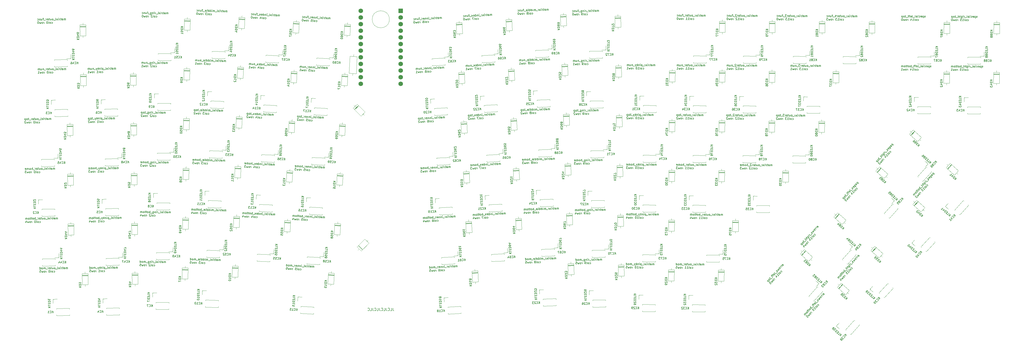
<source format=gbr>
%TF.GenerationSoftware,KiCad,Pcbnew,8.0.1-8.0.1-1~ubuntu22.04.1*%
%TF.CreationDate,2024-03-26T23:20:42-04:00*%
%TF.ProjectId,travis_erg2024-new4,74726176-6973-45f6-9572-67323032342d,2024.03.25*%
%TF.SameCoordinates,Original*%
%TF.FileFunction,Legend,Bot*%
%TF.FilePolarity,Positive*%
%FSLAX46Y46*%
G04 Gerber Fmt 4.6, Leading zero omitted, Abs format (unit mm)*
G04 Created by KiCad (PCBNEW 8.0.1-8.0.1-1~ubuntu22.04.1) date 2024-03-26 23:20:42*
%MOMM*%
%LPD*%
G01*
G04 APERTURE LIST*
%ADD10C,0.150000*%
%ADD11C,0.120000*%
%ADD12R,1.752600X1.752600*%
%ADD13C,1.752600*%
G04 APERTURE END LIST*
D10*
X43564964Y-191432389D02*
X43560310Y-190899076D01*
X43560975Y-190975264D02*
X43522549Y-190937502D01*
X43522549Y-190937502D02*
X43446029Y-190900073D01*
X43446029Y-190900073D02*
X43331747Y-190901071D01*
X43331747Y-190901071D02*
X43255892Y-190939829D01*
X43255892Y-190939829D02*
X43218463Y-191016349D01*
X43218463Y-191016349D02*
X43222120Y-191435381D01*
X43218463Y-191016349D02*
X43179705Y-190940494D01*
X43179705Y-190940494D02*
X43103185Y-190903065D01*
X43103185Y-190903065D02*
X42988903Y-190904063D01*
X42988903Y-190904063D02*
X42913048Y-190942821D01*
X42913048Y-190942821D02*
X42875619Y-191019341D01*
X42875619Y-191019341D02*
X42879276Y-191438373D01*
X42155494Y-191444689D02*
X42151837Y-191025658D01*
X42151837Y-191025658D02*
X42189266Y-190949138D01*
X42189266Y-190949138D02*
X42265121Y-190910379D01*
X42265121Y-190910379D02*
X42417496Y-190909049D01*
X42417496Y-190909049D02*
X42494016Y-190946478D01*
X42155161Y-191406596D02*
X42231681Y-191444025D01*
X42231681Y-191444025D02*
X42422150Y-191442362D01*
X42422150Y-191442362D02*
X42498005Y-191403604D01*
X42498005Y-191403604D02*
X42535434Y-191327084D01*
X42535434Y-191327084D02*
X42534769Y-191250896D01*
X42534769Y-191250896D02*
X42496011Y-191175041D01*
X42496011Y-191175041D02*
X42419491Y-191137612D01*
X42419491Y-191137612D02*
X42229022Y-191139274D01*
X42229022Y-191139274D02*
X42152502Y-191101845D01*
X41884183Y-190913703D02*
X41579432Y-190916363D01*
X41767574Y-190648044D02*
X41773558Y-191333732D01*
X41773558Y-191333732D02*
X41736129Y-191410252D01*
X41736129Y-191410252D02*
X41660274Y-191449011D01*
X41660274Y-191449011D02*
X41584086Y-191449676D01*
X41317430Y-191452003D02*
X41312776Y-190918690D01*
X41314105Y-191071065D02*
X41275347Y-190995210D01*
X41275347Y-190995210D02*
X41236920Y-190957449D01*
X41236920Y-190957449D02*
X41160400Y-190920020D01*
X41160400Y-190920020D02*
X41084213Y-190920685D01*
X40822211Y-191456325D02*
X40817556Y-190923012D01*
X40815229Y-190656355D02*
X40853656Y-190694117D01*
X40853656Y-190694117D02*
X40815894Y-190732543D01*
X40815894Y-190732543D02*
X40777468Y-190694781D01*
X40777468Y-190694781D02*
X40815229Y-190656355D01*
X40815229Y-190656355D02*
X40815894Y-190732543D01*
X40517461Y-191458984D02*
X40093775Y-190929328D01*
X40512807Y-190925671D02*
X40098429Y-191462641D01*
X39679397Y-191466298D02*
X39755253Y-191427539D01*
X39755253Y-191427539D02*
X39792681Y-191351019D01*
X39792681Y-191351019D02*
X39786698Y-190665331D01*
X39565781Y-191543483D02*
X38956280Y-191548802D01*
X38650865Y-191475274D02*
X38726720Y-191436515D01*
X38726720Y-191436515D02*
X38764481Y-191398089D01*
X38764481Y-191398089D02*
X38801910Y-191321569D01*
X38801910Y-191321569D02*
X38799915Y-191093006D01*
X38799915Y-191093006D02*
X38761157Y-191017151D01*
X38761157Y-191017151D02*
X38722730Y-190979390D01*
X38722730Y-190979390D02*
X38646210Y-190941961D01*
X38646210Y-190941961D02*
X38531929Y-190942958D01*
X38531929Y-190942958D02*
X38456074Y-190981717D01*
X38456074Y-190981717D02*
X38418313Y-191020143D01*
X38418313Y-191020143D02*
X38380884Y-191096663D01*
X38380884Y-191096663D02*
X38382878Y-191325226D01*
X38382878Y-191325226D02*
X38421637Y-191401081D01*
X38421637Y-191401081D02*
X38460063Y-191438842D01*
X38460063Y-191438842D02*
X38536583Y-191476271D01*
X38536583Y-191476271D02*
X38650865Y-191475274D01*
X37693865Y-190950272D02*
X37698519Y-191483585D01*
X38036709Y-190947280D02*
X38040366Y-191366311D01*
X38040366Y-191366311D02*
X38002937Y-191442832D01*
X38002937Y-191442832D02*
X37927082Y-191481590D01*
X37927082Y-191481590D02*
X37812801Y-191482587D01*
X37812801Y-191482587D02*
X37736281Y-191445159D01*
X37736281Y-191445159D02*
X37697855Y-191407397D01*
X37427208Y-190952599D02*
X37122458Y-190955258D01*
X37310600Y-190686940D02*
X37316584Y-191372628D01*
X37316584Y-191372628D02*
X37279155Y-191449148D01*
X37279155Y-191449148D02*
X37203300Y-191487907D01*
X37203300Y-191487907D02*
X37127112Y-191488571D01*
X36555373Y-191455464D02*
X36631893Y-191492893D01*
X36631893Y-191492893D02*
X36784268Y-191491563D01*
X36784268Y-191491563D02*
X36860123Y-191452805D01*
X36860123Y-191452805D02*
X36897552Y-191376285D01*
X36897552Y-191376285D02*
X36894892Y-191071534D01*
X36894892Y-191071534D02*
X36856134Y-190995679D01*
X36856134Y-190995679D02*
X36779614Y-190958250D01*
X36779614Y-190958250D02*
X36627239Y-190959580D01*
X36627239Y-190959580D02*
X36551383Y-190998339D01*
X36551383Y-190998339D02*
X36513955Y-191074859D01*
X36513955Y-191074859D02*
X36514619Y-191151046D01*
X36514619Y-191151046D02*
X36896222Y-191223910D01*
X36174768Y-191496882D02*
X36170113Y-190963569D01*
X36171443Y-191115945D02*
X36132685Y-191040089D01*
X36132685Y-191040089D02*
X36094258Y-191002328D01*
X36094258Y-191002328D02*
X36017738Y-190964899D01*
X36017738Y-190964899D02*
X35941551Y-190965564D01*
X35870682Y-191575729D02*
X35261182Y-191581049D01*
X35070048Y-191506523D02*
X35065394Y-190973210D01*
X35066058Y-191049398D02*
X35027632Y-191011636D01*
X35027632Y-191011636D02*
X34951112Y-190974207D01*
X34951112Y-190974207D02*
X34836831Y-190975205D01*
X34836831Y-190975205D02*
X34760976Y-191013963D01*
X34760976Y-191013963D02*
X34723547Y-191090483D01*
X34723547Y-191090483D02*
X34727204Y-191509515D01*
X34723547Y-191090483D02*
X34684788Y-191014628D01*
X34684788Y-191014628D02*
X34608268Y-190977199D01*
X34608268Y-190977199D02*
X34493987Y-190978197D01*
X34493987Y-190978197D02*
X34418132Y-191016955D01*
X34418132Y-191016955D02*
X34380703Y-191093475D01*
X34380703Y-191093475D02*
X34384359Y-191512507D01*
X33889140Y-191516829D02*
X33964995Y-191478070D01*
X33964995Y-191478070D02*
X34002756Y-191439644D01*
X34002756Y-191439644D02*
X34040185Y-191363124D01*
X34040185Y-191363124D02*
X34038191Y-191134561D01*
X34038191Y-191134561D02*
X33999432Y-191058706D01*
X33999432Y-191058706D02*
X33961006Y-191020945D01*
X33961006Y-191020945D02*
X33884486Y-190983516D01*
X33884486Y-190983516D02*
X33770204Y-190984513D01*
X33770204Y-190984513D02*
X33694349Y-191023272D01*
X33694349Y-191023272D02*
X33656588Y-191061698D01*
X33656588Y-191061698D02*
X33619159Y-191138218D01*
X33619159Y-191138218D02*
X33621154Y-191366781D01*
X33621154Y-191366781D02*
X33659912Y-191442636D01*
X33659912Y-191442636D02*
X33698339Y-191480397D01*
X33698339Y-191480397D02*
X33774859Y-191517826D01*
X33774859Y-191517826D02*
X33889140Y-191516829D01*
X32936795Y-191525140D02*
X32929814Y-190725170D01*
X32936462Y-191487046D02*
X33012982Y-191524475D01*
X33012982Y-191524475D02*
X33165357Y-191523145D01*
X33165357Y-191523145D02*
X33241213Y-191484386D01*
X33241213Y-191484386D02*
X33278974Y-191445960D01*
X33278974Y-191445960D02*
X33316403Y-191369440D01*
X33316403Y-191369440D02*
X33314408Y-191140877D01*
X33314408Y-191140877D02*
X33275650Y-191065022D01*
X33275650Y-191065022D02*
X33237223Y-191027261D01*
X33237223Y-191027261D02*
X33160703Y-190989832D01*
X33160703Y-190989832D02*
X33008328Y-190991162D01*
X33008328Y-190991162D02*
X32932473Y-191029921D01*
X38242739Y-192728743D02*
X38319259Y-192766172D01*
X38319259Y-192766172D02*
X38471634Y-192764842D01*
X38471634Y-192764842D02*
X38547489Y-192726083D01*
X38547489Y-192726083D02*
X38585250Y-192687657D01*
X38585250Y-192687657D02*
X38622679Y-192611137D01*
X38622679Y-192611137D02*
X38620685Y-192382574D01*
X38620685Y-192382574D02*
X38581926Y-192306719D01*
X38581926Y-192306719D02*
X38543500Y-192268958D01*
X38543500Y-192268958D02*
X38466980Y-192231529D01*
X38466980Y-192231529D02*
X38314605Y-192232859D01*
X38314605Y-192232859D02*
X38238749Y-192271617D01*
X37785946Y-192770826D02*
X37861801Y-192732067D01*
X37861801Y-192732067D02*
X37899562Y-192693641D01*
X37899562Y-192693641D02*
X37936991Y-192617121D01*
X37936991Y-192617121D02*
X37934997Y-192388558D01*
X37934997Y-192388558D02*
X37896238Y-192312703D01*
X37896238Y-192312703D02*
X37857812Y-192274942D01*
X37857812Y-192274942D02*
X37781292Y-192237513D01*
X37781292Y-192237513D02*
X37667010Y-192238510D01*
X37667010Y-192238510D02*
X37591155Y-192277269D01*
X37591155Y-192277269D02*
X37553394Y-192315695D01*
X37553394Y-192315695D02*
X37515965Y-192392215D01*
X37515965Y-192392215D02*
X37517960Y-192620778D01*
X37517960Y-192620778D02*
X37556718Y-192696633D01*
X37556718Y-192696633D02*
X37595145Y-192734394D01*
X37595145Y-192734394D02*
X37671665Y-192771823D01*
X37671665Y-192771823D02*
X37785946Y-192770826D01*
X37062164Y-192777142D02*
X37138019Y-192738384D01*
X37138019Y-192738384D02*
X37175448Y-192661864D01*
X37175448Y-192661864D02*
X37169464Y-191976175D01*
X36598056Y-191981162D02*
X36521869Y-191981827D01*
X36521869Y-191981827D02*
X36446014Y-192020586D01*
X36446014Y-192020586D02*
X36408252Y-192059012D01*
X36408252Y-192059012D02*
X36370823Y-192135532D01*
X36370823Y-192135532D02*
X36334059Y-192288239D01*
X36334059Y-192288239D02*
X36335722Y-192478708D01*
X36335722Y-192478708D02*
X36375145Y-192630751D01*
X36375145Y-192630751D02*
X36413904Y-192706606D01*
X36413904Y-192706606D02*
X36452330Y-192744368D01*
X36452330Y-192744368D02*
X36528850Y-192781796D01*
X36528850Y-192781796D02*
X36605038Y-192781132D01*
X36605038Y-192781132D02*
X36680893Y-192742373D01*
X36680893Y-192742373D02*
X36718654Y-192703947D01*
X36718654Y-192703947D02*
X36756083Y-192627427D01*
X36756083Y-192627427D02*
X36792847Y-192474719D01*
X36792847Y-192474719D02*
X36791185Y-192284250D01*
X36791185Y-192284250D02*
X36751761Y-192132207D01*
X36751761Y-192132207D02*
X36713003Y-192056352D01*
X36713003Y-192056352D02*
X36674576Y-192018591D01*
X36674576Y-192018591D02*
X36598056Y-191981162D01*
X35386036Y-192791770D02*
X35381382Y-192258457D01*
X35382712Y-192410832D02*
X35343953Y-192334977D01*
X35343953Y-192334977D02*
X35305527Y-192297215D01*
X35305527Y-192297215D02*
X35229007Y-192259786D01*
X35229007Y-192259786D02*
X35152819Y-192260451D01*
X34776536Y-192797089D02*
X34852391Y-192758330D01*
X34852391Y-192758330D02*
X34890152Y-192719904D01*
X34890152Y-192719904D02*
X34927581Y-192643384D01*
X34927581Y-192643384D02*
X34925586Y-192414821D01*
X34925586Y-192414821D02*
X34886828Y-192338966D01*
X34886828Y-192338966D02*
X34848401Y-192301205D01*
X34848401Y-192301205D02*
X34771881Y-192263776D01*
X34771881Y-192263776D02*
X34657600Y-192264773D01*
X34657600Y-192264773D02*
X34581745Y-192303532D01*
X34581745Y-192303532D02*
X34543984Y-192341958D01*
X34543984Y-192341958D02*
X34506555Y-192418478D01*
X34506555Y-192418478D02*
X34508549Y-192647041D01*
X34508549Y-192647041D02*
X34547308Y-192722896D01*
X34547308Y-192722896D02*
X34585734Y-192760657D01*
X34585734Y-192760657D02*
X34662254Y-192798086D01*
X34662254Y-192798086D02*
X34776536Y-192797089D01*
X34238568Y-192268430D02*
X34090847Y-192803073D01*
X34090847Y-192803073D02*
X33935147Y-192423464D01*
X33935147Y-192423464D02*
X33786097Y-192805732D01*
X33786097Y-192805732D02*
X33629067Y-192273749D01*
X32941052Y-192013076D02*
X33321990Y-192009752D01*
X33321990Y-192009752D02*
X33363408Y-192390357D01*
X33363408Y-192390357D02*
X33324982Y-192352596D01*
X33324982Y-192352596D02*
X33248462Y-192315167D01*
X33248462Y-192315167D02*
X33057993Y-192316829D01*
X33057993Y-192316829D02*
X32982138Y-192355588D01*
X32982138Y-192355588D02*
X32944377Y-192394014D01*
X32944377Y-192394014D02*
X32906948Y-192470534D01*
X32906948Y-192470534D02*
X32908610Y-192661003D01*
X32908610Y-192661003D02*
X32947369Y-192736858D01*
X32947369Y-192736858D02*
X32985795Y-192774620D01*
X32985795Y-192774620D02*
X33062315Y-192812048D01*
X33062315Y-192812048D02*
X33252784Y-192810386D01*
X33252784Y-192810386D02*
X33328639Y-192771628D01*
X33328639Y-192771628D02*
X33366400Y-192733201D01*
X38655852Y-153373805D02*
X38651198Y-152840492D01*
X38651863Y-152916680D02*
X38613437Y-152878918D01*
X38613437Y-152878918D02*
X38536917Y-152841490D01*
X38536917Y-152841490D02*
X38422635Y-152842487D01*
X38422635Y-152842487D02*
X38346780Y-152881245D01*
X38346780Y-152881245D02*
X38309351Y-152957766D01*
X38309351Y-152957766D02*
X38313008Y-153376797D01*
X38309351Y-152957766D02*
X38270592Y-152881910D01*
X38270592Y-152881910D02*
X38194072Y-152844481D01*
X38194072Y-152844481D02*
X38079791Y-152845479D01*
X38079791Y-152845479D02*
X38003936Y-152884237D01*
X38003936Y-152884237D02*
X37966507Y-152960757D01*
X37966507Y-152960757D02*
X37970164Y-153379789D01*
X37246382Y-153386105D02*
X37242725Y-152967074D01*
X37242725Y-152967074D02*
X37280154Y-152890554D01*
X37280154Y-152890554D02*
X37356009Y-152851795D01*
X37356009Y-152851795D02*
X37508384Y-152850465D01*
X37508384Y-152850465D02*
X37584904Y-152887894D01*
X37246049Y-153348012D02*
X37322569Y-153385441D01*
X37322569Y-153385441D02*
X37513038Y-153383778D01*
X37513038Y-153383778D02*
X37588893Y-153345020D01*
X37588893Y-153345020D02*
X37626322Y-153268500D01*
X37626322Y-153268500D02*
X37625657Y-153192312D01*
X37625657Y-153192312D02*
X37586899Y-153116457D01*
X37586899Y-153116457D02*
X37510379Y-153079028D01*
X37510379Y-153079028D02*
X37319910Y-153080690D01*
X37319910Y-153080690D02*
X37243390Y-153043261D01*
X36975070Y-152855120D02*
X36670320Y-152857779D01*
X36858462Y-152589460D02*
X36864446Y-153275149D01*
X36864446Y-153275149D02*
X36827017Y-153351669D01*
X36827017Y-153351669D02*
X36751162Y-153390427D01*
X36751162Y-153390427D02*
X36674974Y-153391092D01*
X36408318Y-153393419D02*
X36403664Y-152860106D01*
X36404993Y-153012481D02*
X36366235Y-152936626D01*
X36366235Y-152936626D02*
X36327808Y-152898865D01*
X36327808Y-152898865D02*
X36251288Y-152861436D01*
X36251288Y-152861436D02*
X36175101Y-152862101D01*
X35913099Y-153397741D02*
X35908444Y-152864428D01*
X35906117Y-152597771D02*
X35944544Y-152635533D01*
X35944544Y-152635533D02*
X35906782Y-152673959D01*
X35906782Y-152673959D02*
X35868356Y-152636198D01*
X35868356Y-152636198D02*
X35906117Y-152597771D01*
X35906117Y-152597771D02*
X35906782Y-152673959D01*
X35608349Y-153400400D02*
X35184663Y-152870744D01*
X35603694Y-152867087D02*
X35189317Y-153404057D01*
X34770285Y-153407714D02*
X34846140Y-153368955D01*
X34846140Y-153368955D02*
X34883569Y-153292435D01*
X34883569Y-153292435D02*
X34877585Y-152606747D01*
X34656668Y-153484899D02*
X34047168Y-153490218D01*
X33741752Y-153416690D02*
X33817608Y-153377931D01*
X33817608Y-153377931D02*
X33855369Y-153339505D01*
X33855369Y-153339505D02*
X33892798Y-153262985D01*
X33892798Y-153262985D02*
X33890803Y-153034422D01*
X33890803Y-153034422D02*
X33852045Y-152958567D01*
X33852045Y-152958567D02*
X33813618Y-152920806D01*
X33813618Y-152920806D02*
X33737098Y-152883377D01*
X33737098Y-152883377D02*
X33622817Y-152884374D01*
X33622817Y-152884374D02*
X33546962Y-152923133D01*
X33546962Y-152923133D02*
X33509200Y-152961559D01*
X33509200Y-152961559D02*
X33471772Y-153038079D01*
X33471772Y-153038079D02*
X33473766Y-153266642D01*
X33473766Y-153266642D02*
X33512525Y-153342497D01*
X33512525Y-153342497D02*
X33550951Y-153380258D01*
X33550951Y-153380258D02*
X33627471Y-153417687D01*
X33627471Y-153417687D02*
X33741752Y-153416690D01*
X32784753Y-152891688D02*
X32789407Y-153425001D01*
X33127597Y-152888696D02*
X33131254Y-153307728D01*
X33131254Y-153307728D02*
X33093825Y-153384248D01*
X33093825Y-153384248D02*
X33017970Y-153423006D01*
X33017970Y-153423006D02*
X32903689Y-153424004D01*
X32903689Y-153424004D02*
X32827169Y-153386575D01*
X32827169Y-153386575D02*
X32788742Y-153348813D01*
X32518096Y-152894015D02*
X32213346Y-152896674D01*
X32401488Y-152628356D02*
X32407472Y-153314044D01*
X32407472Y-153314044D02*
X32370043Y-153390564D01*
X32370043Y-153390564D02*
X32294188Y-153429323D01*
X32294188Y-153429323D02*
X32218000Y-153429987D01*
X31646261Y-153396880D02*
X31722781Y-153434309D01*
X31722781Y-153434309D02*
X31875156Y-153432979D01*
X31875156Y-153432979D02*
X31951011Y-153394221D01*
X31951011Y-153394221D02*
X31988440Y-153317701D01*
X31988440Y-153317701D02*
X31985780Y-153012950D01*
X31985780Y-153012950D02*
X31947022Y-152937095D01*
X31947022Y-152937095D02*
X31870502Y-152899666D01*
X31870502Y-152899666D02*
X31718127Y-152900996D01*
X31718127Y-152900996D02*
X31642271Y-152939755D01*
X31642271Y-152939755D02*
X31604842Y-153016275D01*
X31604842Y-153016275D02*
X31605507Y-153092462D01*
X31605507Y-153092462D02*
X31987110Y-153165326D01*
X31265655Y-153438298D02*
X31261001Y-152904985D01*
X31262331Y-153057361D02*
X31223572Y-152981505D01*
X31223572Y-152981505D02*
X31185146Y-152943744D01*
X31185146Y-152943744D02*
X31108626Y-152906315D01*
X31108626Y-152906315D02*
X31032439Y-152906980D01*
X30961570Y-153517146D02*
X30352070Y-153522465D01*
X30160936Y-153447939D02*
X30153954Y-152647970D01*
X29818091Y-153450931D02*
X29814435Y-153031900D01*
X29814435Y-153031900D02*
X29851864Y-152955380D01*
X29851864Y-152955380D02*
X29927719Y-152916621D01*
X29927719Y-152916621D02*
X30042000Y-152915624D01*
X30042000Y-152915624D02*
X30118520Y-152953052D01*
X30118520Y-152953052D02*
X30156946Y-152990814D01*
X29322872Y-153455253D02*
X29398727Y-153416494D01*
X29398727Y-153416494D02*
X29436488Y-153378068D01*
X29436488Y-153378068D02*
X29473917Y-153301548D01*
X29473917Y-153301548D02*
X29471923Y-153072985D01*
X29471923Y-153072985D02*
X29433164Y-152997130D01*
X29433164Y-152997130D02*
X29394738Y-152959369D01*
X29394738Y-152959369D02*
X29318218Y-152921940D01*
X29318218Y-152921940D02*
X29203936Y-152922937D01*
X29203936Y-152922937D02*
X29128081Y-152961696D01*
X29128081Y-152961696D02*
X29090320Y-153000122D01*
X29090320Y-153000122D02*
X29052891Y-153076642D01*
X29052891Y-153076642D02*
X29054885Y-153305205D01*
X29054885Y-153305205D02*
X29093644Y-153381060D01*
X29093644Y-153381060D02*
X29132070Y-153418821D01*
X29132070Y-153418821D02*
X29208590Y-153456250D01*
X29208590Y-153456250D02*
X29322872Y-153455253D01*
X28713371Y-153460572D02*
X28708717Y-152927259D01*
X28709381Y-153003446D02*
X28670955Y-152965685D01*
X28670955Y-152965685D02*
X28594435Y-152928256D01*
X28594435Y-152928256D02*
X28480154Y-152929254D01*
X28480154Y-152929254D02*
X28404299Y-152968012D01*
X28404299Y-152968012D02*
X28366870Y-153044532D01*
X28366870Y-153044532D02*
X28370527Y-153463564D01*
X28366870Y-153044532D02*
X28328111Y-152968677D01*
X28328111Y-152968677D02*
X28251591Y-152931248D01*
X28251591Y-152931248D02*
X28137310Y-152932246D01*
X28137310Y-152932246D02*
X28061455Y-152971004D01*
X28061455Y-152971004D02*
X28024026Y-153047524D01*
X28024026Y-153047524D02*
X28027683Y-153466556D01*
X27341662Y-153434446D02*
X27418182Y-153471875D01*
X27418182Y-153471875D02*
X27570557Y-153470545D01*
X27570557Y-153470545D02*
X27646412Y-153431786D01*
X27646412Y-153431786D02*
X27683841Y-153355266D01*
X27683841Y-153355266D02*
X27681181Y-153050516D01*
X27681181Y-153050516D02*
X27642423Y-152974661D01*
X27642423Y-152974661D02*
X27565903Y-152937232D01*
X27565903Y-152937232D02*
X27413527Y-152938562D01*
X27413527Y-152938562D02*
X27337672Y-152977321D01*
X27337672Y-152977321D02*
X27300243Y-153053841D01*
X27300243Y-153053841D02*
X27300908Y-153130028D01*
X27300908Y-153130028D02*
X27682511Y-153202891D01*
X32647939Y-154676143D02*
X32724459Y-154713572D01*
X32724459Y-154713572D02*
X32876834Y-154712242D01*
X32876834Y-154712242D02*
X32952689Y-154673483D01*
X32952689Y-154673483D02*
X32990450Y-154635057D01*
X32990450Y-154635057D02*
X33027879Y-154558537D01*
X33027879Y-154558537D02*
X33025885Y-154329974D01*
X33025885Y-154329974D02*
X32987126Y-154254119D01*
X32987126Y-154254119D02*
X32948700Y-154216358D01*
X32948700Y-154216358D02*
X32872180Y-154178929D01*
X32872180Y-154178929D02*
X32719805Y-154180259D01*
X32719805Y-154180259D02*
X32643949Y-154219017D01*
X32191146Y-154718226D02*
X32267001Y-154679467D01*
X32267001Y-154679467D02*
X32304762Y-154641041D01*
X32304762Y-154641041D02*
X32342191Y-154564521D01*
X32342191Y-154564521D02*
X32340197Y-154335958D01*
X32340197Y-154335958D02*
X32301438Y-154260103D01*
X32301438Y-154260103D02*
X32263012Y-154222342D01*
X32263012Y-154222342D02*
X32186492Y-154184913D01*
X32186492Y-154184913D02*
X32072210Y-154185910D01*
X32072210Y-154185910D02*
X31996355Y-154224669D01*
X31996355Y-154224669D02*
X31958594Y-154263095D01*
X31958594Y-154263095D02*
X31921165Y-154339615D01*
X31921165Y-154339615D02*
X31923160Y-154568178D01*
X31923160Y-154568178D02*
X31961918Y-154644033D01*
X31961918Y-154644033D02*
X32000345Y-154681794D01*
X32000345Y-154681794D02*
X32076865Y-154719223D01*
X32076865Y-154719223D02*
X32191146Y-154718226D01*
X31467364Y-154724542D02*
X31543219Y-154685784D01*
X31543219Y-154685784D02*
X31580648Y-154609264D01*
X31580648Y-154609264D02*
X31574664Y-153923575D01*
X31003256Y-153928562D02*
X30927069Y-153929227D01*
X30927069Y-153929227D02*
X30851214Y-153967986D01*
X30851214Y-153967986D02*
X30813452Y-154006412D01*
X30813452Y-154006412D02*
X30776023Y-154082932D01*
X30776023Y-154082932D02*
X30739259Y-154235639D01*
X30739259Y-154235639D02*
X30740922Y-154426108D01*
X30740922Y-154426108D02*
X30780345Y-154578151D01*
X30780345Y-154578151D02*
X30819104Y-154654006D01*
X30819104Y-154654006D02*
X30857530Y-154691768D01*
X30857530Y-154691768D02*
X30934050Y-154729196D01*
X30934050Y-154729196D02*
X31010238Y-154728532D01*
X31010238Y-154728532D02*
X31086093Y-154689773D01*
X31086093Y-154689773D02*
X31123854Y-154651347D01*
X31123854Y-154651347D02*
X31161283Y-154574827D01*
X31161283Y-154574827D02*
X31198047Y-154422119D01*
X31198047Y-154422119D02*
X31196385Y-154231650D01*
X31196385Y-154231650D02*
X31156961Y-154079607D01*
X31156961Y-154079607D02*
X31118203Y-154003752D01*
X31118203Y-154003752D02*
X31079776Y-153965991D01*
X31079776Y-153965991D02*
X31003256Y-153928562D01*
X29791236Y-154739170D02*
X29786582Y-154205857D01*
X29787912Y-154358232D02*
X29749153Y-154282377D01*
X29749153Y-154282377D02*
X29710727Y-154244615D01*
X29710727Y-154244615D02*
X29634207Y-154207186D01*
X29634207Y-154207186D02*
X29558019Y-154207851D01*
X29181736Y-154744489D02*
X29257591Y-154705730D01*
X29257591Y-154705730D02*
X29295352Y-154667304D01*
X29295352Y-154667304D02*
X29332781Y-154590784D01*
X29332781Y-154590784D02*
X29330786Y-154362221D01*
X29330786Y-154362221D02*
X29292028Y-154286366D01*
X29292028Y-154286366D02*
X29253601Y-154248605D01*
X29253601Y-154248605D02*
X29177081Y-154211176D01*
X29177081Y-154211176D02*
X29062800Y-154212173D01*
X29062800Y-154212173D02*
X28986945Y-154250932D01*
X28986945Y-154250932D02*
X28949184Y-154289358D01*
X28949184Y-154289358D02*
X28911755Y-154365878D01*
X28911755Y-154365878D02*
X28913749Y-154594441D01*
X28913749Y-154594441D02*
X28952508Y-154670296D01*
X28952508Y-154670296D02*
X28990934Y-154708057D01*
X28990934Y-154708057D02*
X29067454Y-154745486D01*
X29067454Y-154745486D02*
X29181736Y-154744489D01*
X28643768Y-154215830D02*
X28496047Y-154750473D01*
X28496047Y-154750473D02*
X28340347Y-154370864D01*
X28340347Y-154370864D02*
X28191297Y-154753132D01*
X28191297Y-154753132D02*
X28034267Y-154221149D01*
X27803378Y-153956487D02*
X27308159Y-153960809D01*
X27308159Y-153960809D02*
X27577475Y-154263232D01*
X27577475Y-154263232D02*
X27463193Y-154264229D01*
X27463193Y-154264229D02*
X27387338Y-154302988D01*
X27387338Y-154302988D02*
X27349577Y-154341414D01*
X27349577Y-154341414D02*
X27312148Y-154417934D01*
X27312148Y-154417934D02*
X27313810Y-154608403D01*
X27313810Y-154608403D02*
X27352569Y-154684258D01*
X27352569Y-154684258D02*
X27390995Y-154722020D01*
X27390995Y-154722020D02*
X27467515Y-154759448D01*
X27467515Y-154759448D02*
X27696078Y-154757454D01*
X27696078Y-154757454D02*
X27771933Y-154718695D01*
X27771933Y-154718695D02*
X27809694Y-154680269D01*
X42899964Y-115235289D02*
X42895310Y-114701976D01*
X42895975Y-114778164D02*
X42857549Y-114740402D01*
X42857549Y-114740402D02*
X42781029Y-114702973D01*
X42781029Y-114702973D02*
X42666747Y-114703971D01*
X42666747Y-114703971D02*
X42590892Y-114742729D01*
X42590892Y-114742729D02*
X42553463Y-114819249D01*
X42553463Y-114819249D02*
X42557120Y-115238281D01*
X42553463Y-114819249D02*
X42514705Y-114743394D01*
X42514705Y-114743394D02*
X42438185Y-114705965D01*
X42438185Y-114705965D02*
X42323903Y-114706963D01*
X42323903Y-114706963D02*
X42248048Y-114745721D01*
X42248048Y-114745721D02*
X42210619Y-114822241D01*
X42210619Y-114822241D02*
X42214276Y-115241273D01*
X41490494Y-115247589D02*
X41486837Y-114828558D01*
X41486837Y-114828558D02*
X41524266Y-114752038D01*
X41524266Y-114752038D02*
X41600121Y-114713279D01*
X41600121Y-114713279D02*
X41752496Y-114711949D01*
X41752496Y-114711949D02*
X41829016Y-114749378D01*
X41490161Y-115209496D02*
X41566681Y-115246925D01*
X41566681Y-115246925D02*
X41757150Y-115245262D01*
X41757150Y-115245262D02*
X41833005Y-115206504D01*
X41833005Y-115206504D02*
X41870434Y-115129984D01*
X41870434Y-115129984D02*
X41869769Y-115053796D01*
X41869769Y-115053796D02*
X41831011Y-114977941D01*
X41831011Y-114977941D02*
X41754491Y-114940512D01*
X41754491Y-114940512D02*
X41564022Y-114942174D01*
X41564022Y-114942174D02*
X41487502Y-114904745D01*
X41219183Y-114716603D02*
X40914432Y-114719263D01*
X41102574Y-114450944D02*
X41108558Y-115136632D01*
X41108558Y-115136632D02*
X41071129Y-115213152D01*
X41071129Y-115213152D02*
X40995274Y-115251911D01*
X40995274Y-115251911D02*
X40919086Y-115252576D01*
X40652430Y-115254903D02*
X40647776Y-114721590D01*
X40649105Y-114873965D02*
X40610347Y-114798110D01*
X40610347Y-114798110D02*
X40571920Y-114760349D01*
X40571920Y-114760349D02*
X40495400Y-114722920D01*
X40495400Y-114722920D02*
X40419213Y-114723585D01*
X40157211Y-115259225D02*
X40152556Y-114725912D01*
X40150229Y-114459255D02*
X40188656Y-114497017D01*
X40188656Y-114497017D02*
X40150894Y-114535443D01*
X40150894Y-114535443D02*
X40112468Y-114497681D01*
X40112468Y-114497681D02*
X40150229Y-114459255D01*
X40150229Y-114459255D02*
X40150894Y-114535443D01*
X39852461Y-115261884D02*
X39428775Y-114732228D01*
X39847807Y-114728571D02*
X39433429Y-115265541D01*
X39014397Y-115269198D02*
X39090253Y-115230439D01*
X39090253Y-115230439D02*
X39127681Y-115153919D01*
X39127681Y-115153919D02*
X39121698Y-114468231D01*
X38900781Y-115346383D02*
X38291280Y-115351702D01*
X37985865Y-115278174D02*
X38061720Y-115239415D01*
X38061720Y-115239415D02*
X38099481Y-115200989D01*
X38099481Y-115200989D02*
X38136910Y-115124469D01*
X38136910Y-115124469D02*
X38134915Y-114895906D01*
X38134915Y-114895906D02*
X38096157Y-114820051D01*
X38096157Y-114820051D02*
X38057730Y-114782290D01*
X38057730Y-114782290D02*
X37981210Y-114744861D01*
X37981210Y-114744861D02*
X37866929Y-114745858D01*
X37866929Y-114745858D02*
X37791074Y-114784617D01*
X37791074Y-114784617D02*
X37753313Y-114823043D01*
X37753313Y-114823043D02*
X37715884Y-114899563D01*
X37715884Y-114899563D02*
X37717878Y-115128126D01*
X37717878Y-115128126D02*
X37756637Y-115203981D01*
X37756637Y-115203981D02*
X37795063Y-115241742D01*
X37795063Y-115241742D02*
X37871583Y-115279171D01*
X37871583Y-115279171D02*
X37985865Y-115278174D01*
X37028865Y-114753172D02*
X37033519Y-115286485D01*
X37371709Y-114750180D02*
X37375366Y-115169211D01*
X37375366Y-115169211D02*
X37337937Y-115245732D01*
X37337937Y-115245732D02*
X37262082Y-115284490D01*
X37262082Y-115284490D02*
X37147801Y-115285487D01*
X37147801Y-115285487D02*
X37071281Y-115248059D01*
X37071281Y-115248059D02*
X37032855Y-115210297D01*
X36762208Y-114755499D02*
X36457458Y-114758158D01*
X36645600Y-114489840D02*
X36651584Y-115175528D01*
X36651584Y-115175528D02*
X36614155Y-115252048D01*
X36614155Y-115252048D02*
X36538300Y-115290807D01*
X36538300Y-115290807D02*
X36462112Y-115291471D01*
X35890373Y-115258364D02*
X35966893Y-115295793D01*
X35966893Y-115295793D02*
X36119268Y-115294463D01*
X36119268Y-115294463D02*
X36195123Y-115255705D01*
X36195123Y-115255705D02*
X36232552Y-115179185D01*
X36232552Y-115179185D02*
X36229892Y-114874434D01*
X36229892Y-114874434D02*
X36191134Y-114798579D01*
X36191134Y-114798579D02*
X36114614Y-114761150D01*
X36114614Y-114761150D02*
X35962239Y-114762480D01*
X35962239Y-114762480D02*
X35886383Y-114801239D01*
X35886383Y-114801239D02*
X35848955Y-114877759D01*
X35848955Y-114877759D02*
X35849619Y-114953946D01*
X35849619Y-114953946D02*
X36231222Y-115026810D01*
X35509768Y-115299782D02*
X35505113Y-114766469D01*
X35506443Y-114918845D02*
X35467685Y-114842989D01*
X35467685Y-114842989D02*
X35429258Y-114805228D01*
X35429258Y-114805228D02*
X35352738Y-114767799D01*
X35352738Y-114767799D02*
X35276551Y-114768464D01*
X35205682Y-115378629D02*
X34596182Y-115383949D01*
X34400394Y-114776110D02*
X34405048Y-115309423D01*
X34401058Y-114852298D02*
X34362632Y-114814536D01*
X34362632Y-114814536D02*
X34286112Y-114777107D01*
X34286112Y-114777107D02*
X34171831Y-114778105D01*
X34171831Y-114778105D02*
X34095976Y-114816863D01*
X34095976Y-114816863D02*
X34058547Y-114893383D01*
X34058547Y-114893383D02*
X34062204Y-115312415D01*
X33333767Y-114785418D02*
X33338421Y-115318731D01*
X33676611Y-114782426D02*
X33680268Y-115201458D01*
X33680268Y-115201458D02*
X33642839Y-115277978D01*
X33642839Y-115277978D02*
X33566984Y-115316737D01*
X33566984Y-115316737D02*
X33452703Y-115317734D01*
X33452703Y-115317734D02*
X33376182Y-115280305D01*
X33376182Y-115280305D02*
X33337756Y-115242544D01*
X32957483Y-115322056D02*
X32952829Y-114788743D01*
X32953494Y-114864930D02*
X32915067Y-114827169D01*
X32915067Y-114827169D02*
X32838547Y-114789740D01*
X32838547Y-114789740D02*
X32724266Y-114790737D01*
X32724266Y-114790737D02*
X32648411Y-114829496D01*
X32648411Y-114829496D02*
X32610982Y-114906016D01*
X32610982Y-114906016D02*
X32614639Y-115325048D01*
X32610982Y-114906016D02*
X32572223Y-114830161D01*
X32572223Y-114830161D02*
X32495703Y-114792732D01*
X32495703Y-114792732D02*
X32381422Y-114793729D01*
X32381422Y-114793729D02*
X32305567Y-114832488D01*
X32305567Y-114832488D02*
X32268138Y-114909008D01*
X32268138Y-114909008D02*
X32271795Y-115328040D01*
X37577739Y-116531643D02*
X37654259Y-116569072D01*
X37654259Y-116569072D02*
X37806634Y-116567742D01*
X37806634Y-116567742D02*
X37882489Y-116528983D01*
X37882489Y-116528983D02*
X37920250Y-116490557D01*
X37920250Y-116490557D02*
X37957679Y-116414037D01*
X37957679Y-116414037D02*
X37955685Y-116185474D01*
X37955685Y-116185474D02*
X37916926Y-116109619D01*
X37916926Y-116109619D02*
X37878500Y-116071858D01*
X37878500Y-116071858D02*
X37801980Y-116034429D01*
X37801980Y-116034429D02*
X37649605Y-116035759D01*
X37649605Y-116035759D02*
X37573749Y-116074517D01*
X37120946Y-116573726D02*
X37196801Y-116534967D01*
X37196801Y-116534967D02*
X37234562Y-116496541D01*
X37234562Y-116496541D02*
X37271991Y-116420021D01*
X37271991Y-116420021D02*
X37269997Y-116191458D01*
X37269997Y-116191458D02*
X37231238Y-116115603D01*
X37231238Y-116115603D02*
X37192812Y-116077842D01*
X37192812Y-116077842D02*
X37116292Y-116040413D01*
X37116292Y-116040413D02*
X37002010Y-116041410D01*
X37002010Y-116041410D02*
X36926155Y-116080169D01*
X36926155Y-116080169D02*
X36888394Y-116118595D01*
X36888394Y-116118595D02*
X36850965Y-116195115D01*
X36850965Y-116195115D02*
X36852960Y-116423678D01*
X36852960Y-116423678D02*
X36891718Y-116499533D01*
X36891718Y-116499533D02*
X36930145Y-116537294D01*
X36930145Y-116537294D02*
X37006665Y-116574723D01*
X37006665Y-116574723D02*
X37120946Y-116573726D01*
X36397164Y-116580042D02*
X36473019Y-116541284D01*
X36473019Y-116541284D02*
X36510448Y-116464764D01*
X36510448Y-116464764D02*
X36504464Y-115779075D01*
X35933056Y-115784062D02*
X35856869Y-115784727D01*
X35856869Y-115784727D02*
X35781014Y-115823486D01*
X35781014Y-115823486D02*
X35743252Y-115861912D01*
X35743252Y-115861912D02*
X35705823Y-115938432D01*
X35705823Y-115938432D02*
X35669059Y-116091139D01*
X35669059Y-116091139D02*
X35670722Y-116281608D01*
X35670722Y-116281608D02*
X35710145Y-116433651D01*
X35710145Y-116433651D02*
X35748904Y-116509506D01*
X35748904Y-116509506D02*
X35787330Y-116547268D01*
X35787330Y-116547268D02*
X35863850Y-116584696D01*
X35863850Y-116584696D02*
X35940038Y-116584032D01*
X35940038Y-116584032D02*
X36015893Y-116545273D01*
X36015893Y-116545273D02*
X36053654Y-116506847D01*
X36053654Y-116506847D02*
X36091083Y-116430327D01*
X36091083Y-116430327D02*
X36127847Y-116277619D01*
X36127847Y-116277619D02*
X36126185Y-116087150D01*
X36126185Y-116087150D02*
X36086761Y-115935107D01*
X36086761Y-115935107D02*
X36048003Y-115859252D01*
X36048003Y-115859252D02*
X36009576Y-115821491D01*
X36009576Y-115821491D02*
X35933056Y-115784062D01*
X34721036Y-116594670D02*
X34716382Y-116061357D01*
X34717712Y-116213732D02*
X34678953Y-116137877D01*
X34678953Y-116137877D02*
X34640527Y-116100115D01*
X34640527Y-116100115D02*
X34564007Y-116062686D01*
X34564007Y-116062686D02*
X34487819Y-116063351D01*
X34111536Y-116599989D02*
X34187391Y-116561230D01*
X34187391Y-116561230D02*
X34225152Y-116522804D01*
X34225152Y-116522804D02*
X34262581Y-116446284D01*
X34262581Y-116446284D02*
X34260586Y-116217721D01*
X34260586Y-116217721D02*
X34221828Y-116141866D01*
X34221828Y-116141866D02*
X34183401Y-116104105D01*
X34183401Y-116104105D02*
X34106881Y-116066676D01*
X34106881Y-116066676D02*
X33992600Y-116067673D01*
X33992600Y-116067673D02*
X33916745Y-116106432D01*
X33916745Y-116106432D02*
X33878984Y-116144858D01*
X33878984Y-116144858D02*
X33841555Y-116221378D01*
X33841555Y-116221378D02*
X33843549Y-116449941D01*
X33843549Y-116449941D02*
X33882308Y-116525796D01*
X33882308Y-116525796D02*
X33920734Y-116563557D01*
X33920734Y-116563557D02*
X33997254Y-116600986D01*
X33997254Y-116600986D02*
X34111536Y-116599989D01*
X33573568Y-116071330D02*
X33425847Y-116605973D01*
X33425847Y-116605973D02*
X33270147Y-116226364D01*
X33270147Y-116226364D02*
X33121097Y-116608632D01*
X33121097Y-116608632D02*
X32964067Y-116076649D01*
X32244940Y-116616278D02*
X32702065Y-116612289D01*
X32473502Y-116614284D02*
X32466521Y-115814314D01*
X32466521Y-115814314D02*
X32543706Y-115927931D01*
X32543706Y-115927931D02*
X32620559Y-116003453D01*
X32620559Y-116003453D02*
X32697079Y-116040882D01*
X62614164Y-191266189D02*
X62609510Y-190732876D01*
X62610175Y-190809064D02*
X62571749Y-190771302D01*
X62571749Y-190771302D02*
X62495229Y-190733873D01*
X62495229Y-190733873D02*
X62380947Y-190734871D01*
X62380947Y-190734871D02*
X62305092Y-190773629D01*
X62305092Y-190773629D02*
X62267663Y-190850149D01*
X62267663Y-190850149D02*
X62271320Y-191269181D01*
X62267663Y-190850149D02*
X62228905Y-190774294D01*
X62228905Y-190774294D02*
X62152385Y-190736865D01*
X62152385Y-190736865D02*
X62038103Y-190737863D01*
X62038103Y-190737863D02*
X61962248Y-190776621D01*
X61962248Y-190776621D02*
X61924819Y-190853141D01*
X61924819Y-190853141D02*
X61928476Y-191272173D01*
X61204694Y-191278489D02*
X61201037Y-190859458D01*
X61201037Y-190859458D02*
X61238466Y-190782938D01*
X61238466Y-190782938D02*
X61314321Y-190744179D01*
X61314321Y-190744179D02*
X61466696Y-190742849D01*
X61466696Y-190742849D02*
X61543216Y-190780278D01*
X61204361Y-191240396D02*
X61280881Y-191277825D01*
X61280881Y-191277825D02*
X61471350Y-191276162D01*
X61471350Y-191276162D02*
X61547205Y-191237404D01*
X61547205Y-191237404D02*
X61584634Y-191160884D01*
X61584634Y-191160884D02*
X61583969Y-191084696D01*
X61583969Y-191084696D02*
X61545211Y-191008841D01*
X61545211Y-191008841D02*
X61468691Y-190971412D01*
X61468691Y-190971412D02*
X61278222Y-190973074D01*
X61278222Y-190973074D02*
X61201702Y-190935645D01*
X60933383Y-190747503D02*
X60628632Y-190750163D01*
X60816774Y-190481844D02*
X60822758Y-191167532D01*
X60822758Y-191167532D02*
X60785329Y-191244052D01*
X60785329Y-191244052D02*
X60709474Y-191282811D01*
X60709474Y-191282811D02*
X60633286Y-191283476D01*
X60366630Y-191285803D02*
X60361976Y-190752490D01*
X60363305Y-190904865D02*
X60324547Y-190829010D01*
X60324547Y-190829010D02*
X60286120Y-190791249D01*
X60286120Y-190791249D02*
X60209600Y-190753820D01*
X60209600Y-190753820D02*
X60133413Y-190754485D01*
X59871411Y-191290125D02*
X59866756Y-190756812D01*
X59864429Y-190490155D02*
X59902856Y-190527917D01*
X59902856Y-190527917D02*
X59865094Y-190566343D01*
X59865094Y-190566343D02*
X59826668Y-190528581D01*
X59826668Y-190528581D02*
X59864429Y-190490155D01*
X59864429Y-190490155D02*
X59865094Y-190566343D01*
X59566661Y-191292784D02*
X59142975Y-190763128D01*
X59562007Y-190759471D02*
X59147629Y-191296441D01*
X58728597Y-191300098D02*
X58804453Y-191261339D01*
X58804453Y-191261339D02*
X58841881Y-191184819D01*
X58841881Y-191184819D02*
X58835898Y-190499131D01*
X58614981Y-191377283D02*
X58005480Y-191382602D01*
X57809692Y-190774763D02*
X57816673Y-191574733D01*
X57810024Y-190812857D02*
X57733504Y-190775428D01*
X57733504Y-190775428D02*
X57581129Y-190776758D01*
X57581129Y-190776758D02*
X57505274Y-190815517D01*
X57505274Y-190815517D02*
X57467513Y-190853943D01*
X57467513Y-190853943D02*
X57430084Y-190930463D01*
X57430084Y-190930463D02*
X57432078Y-191159026D01*
X57432078Y-191159026D02*
X57470837Y-191234881D01*
X57470837Y-191234881D02*
X57509263Y-191272642D01*
X57509263Y-191272642D02*
X57585783Y-191310071D01*
X57585783Y-191310071D02*
X57738158Y-191308741D01*
X57738158Y-191308741D02*
X57814014Y-191269983D01*
X57090564Y-191314393D02*
X57085909Y-190781080D01*
X57083582Y-190514423D02*
X57122009Y-190552185D01*
X57122009Y-190552185D02*
X57084247Y-190590611D01*
X57084247Y-190590611D02*
X57045821Y-190552850D01*
X57045821Y-190552850D02*
X57083582Y-190514423D01*
X57083582Y-190514423D02*
X57084247Y-190590611D01*
X56704972Y-190784404D02*
X56709626Y-191317717D01*
X56705637Y-190860592D02*
X56667211Y-190822830D01*
X56667211Y-190822830D02*
X56590691Y-190785402D01*
X56590691Y-190785402D02*
X56476409Y-190786399D01*
X56476409Y-190786399D02*
X56400554Y-190825158D01*
X56400554Y-190825158D02*
X56363125Y-190901678D01*
X56363125Y-190901678D02*
X56366782Y-191320709D01*
X55985844Y-191324034D02*
X55978862Y-190524064D01*
X55906997Y-191019948D02*
X55681093Y-191326693D01*
X55676439Y-190793380D02*
X55983849Y-191095471D01*
X55409783Y-190795707D02*
X55223968Y-191330682D01*
X55028845Y-190799032D02*
X55223968Y-191330682D01*
X55223968Y-191330682D02*
X55301818Y-191520486D01*
X55301818Y-191520486D02*
X55340244Y-191558248D01*
X55340244Y-191558248D02*
X55416764Y-191595677D01*
X54919882Y-191409529D02*
X54310382Y-191414849D01*
X54119248Y-191340323D02*
X54114594Y-190807010D01*
X54115258Y-190883198D02*
X54076832Y-190845436D01*
X54076832Y-190845436D02*
X54000312Y-190808007D01*
X54000312Y-190808007D02*
X53886031Y-190809005D01*
X53886031Y-190809005D02*
X53810176Y-190847763D01*
X53810176Y-190847763D02*
X53772747Y-190924283D01*
X53772747Y-190924283D02*
X53776404Y-191343315D01*
X53772747Y-190924283D02*
X53733988Y-190848428D01*
X53733988Y-190848428D02*
X53657468Y-190810999D01*
X53657468Y-190810999D02*
X53543187Y-190811997D01*
X53543187Y-190811997D02*
X53467332Y-190850755D01*
X53467332Y-190850755D02*
X53429903Y-190927275D01*
X53429903Y-190927275D02*
X53433559Y-191346307D01*
X52938340Y-191350629D02*
X53014195Y-191311870D01*
X53014195Y-191311870D02*
X53051956Y-191273444D01*
X53051956Y-191273444D02*
X53089385Y-191196924D01*
X53089385Y-191196924D02*
X53087391Y-190968361D01*
X53087391Y-190968361D02*
X53048632Y-190892506D01*
X53048632Y-190892506D02*
X53010206Y-190854745D01*
X53010206Y-190854745D02*
X52933686Y-190817316D01*
X52933686Y-190817316D02*
X52819404Y-190818313D01*
X52819404Y-190818313D02*
X52743549Y-190857072D01*
X52743549Y-190857072D02*
X52705788Y-190895498D01*
X52705788Y-190895498D02*
X52668359Y-190972018D01*
X52668359Y-190972018D02*
X52670354Y-191200581D01*
X52670354Y-191200581D02*
X52709112Y-191276436D01*
X52709112Y-191276436D02*
X52747539Y-191314197D01*
X52747539Y-191314197D02*
X52824059Y-191351626D01*
X52824059Y-191351626D02*
X52938340Y-191350629D01*
X51985995Y-191358940D02*
X51979014Y-190558970D01*
X51985662Y-191320846D02*
X52062182Y-191358275D01*
X52062182Y-191358275D02*
X52214557Y-191356945D01*
X52214557Y-191356945D02*
X52290413Y-191318186D01*
X52290413Y-191318186D02*
X52328174Y-191279760D01*
X52328174Y-191279760D02*
X52365603Y-191203240D01*
X52365603Y-191203240D02*
X52363608Y-190974677D01*
X52363608Y-190974677D02*
X52324850Y-190898822D01*
X52324850Y-190898822D02*
X52286423Y-190861061D01*
X52286423Y-190861061D02*
X52209903Y-190823632D01*
X52209903Y-190823632D02*
X52057528Y-190824962D01*
X52057528Y-190824962D02*
X51981673Y-190863721D01*
X57291939Y-192562543D02*
X57368459Y-192599972D01*
X57368459Y-192599972D02*
X57520834Y-192598642D01*
X57520834Y-192598642D02*
X57596689Y-192559883D01*
X57596689Y-192559883D02*
X57634450Y-192521457D01*
X57634450Y-192521457D02*
X57671879Y-192444937D01*
X57671879Y-192444937D02*
X57669885Y-192216374D01*
X57669885Y-192216374D02*
X57631126Y-192140519D01*
X57631126Y-192140519D02*
X57592700Y-192102758D01*
X57592700Y-192102758D02*
X57516180Y-192065329D01*
X57516180Y-192065329D02*
X57363805Y-192066659D01*
X57363805Y-192066659D02*
X57287949Y-192105417D01*
X56835146Y-192604626D02*
X56911001Y-192565867D01*
X56911001Y-192565867D02*
X56948762Y-192527441D01*
X56948762Y-192527441D02*
X56986191Y-192450921D01*
X56986191Y-192450921D02*
X56984197Y-192222358D01*
X56984197Y-192222358D02*
X56945438Y-192146503D01*
X56945438Y-192146503D02*
X56907012Y-192108742D01*
X56907012Y-192108742D02*
X56830492Y-192071313D01*
X56830492Y-192071313D02*
X56716210Y-192072310D01*
X56716210Y-192072310D02*
X56640355Y-192111069D01*
X56640355Y-192111069D02*
X56602594Y-192149495D01*
X56602594Y-192149495D02*
X56565165Y-192226015D01*
X56565165Y-192226015D02*
X56567160Y-192454578D01*
X56567160Y-192454578D02*
X56605918Y-192530433D01*
X56605918Y-192530433D02*
X56644345Y-192568194D01*
X56644345Y-192568194D02*
X56720865Y-192605623D01*
X56720865Y-192605623D02*
X56835146Y-192604626D01*
X56111364Y-192610942D02*
X56187219Y-192572184D01*
X56187219Y-192572184D02*
X56224648Y-192495664D01*
X56224648Y-192495664D02*
X56218664Y-191809975D01*
X55387581Y-192617259D02*
X55844707Y-192613269D01*
X55616144Y-192615264D02*
X55609163Y-191815294D01*
X55609163Y-191815294D02*
X55686348Y-191928911D01*
X55686348Y-191928911D02*
X55763200Y-192004434D01*
X55763200Y-192004434D02*
X55839720Y-192041863D01*
X54435236Y-192625570D02*
X54430582Y-192092257D01*
X54431912Y-192244632D02*
X54393153Y-192168777D01*
X54393153Y-192168777D02*
X54354727Y-192131015D01*
X54354727Y-192131015D02*
X54278207Y-192093586D01*
X54278207Y-192093586D02*
X54202019Y-192094251D01*
X53825736Y-192630889D02*
X53901591Y-192592130D01*
X53901591Y-192592130D02*
X53939352Y-192553704D01*
X53939352Y-192553704D02*
X53976781Y-192477184D01*
X53976781Y-192477184D02*
X53974786Y-192248621D01*
X53974786Y-192248621D02*
X53936028Y-192172766D01*
X53936028Y-192172766D02*
X53897601Y-192135005D01*
X53897601Y-192135005D02*
X53821081Y-192097576D01*
X53821081Y-192097576D02*
X53706800Y-192098573D01*
X53706800Y-192098573D02*
X53630945Y-192137332D01*
X53630945Y-192137332D02*
X53593184Y-192175758D01*
X53593184Y-192175758D02*
X53555755Y-192252278D01*
X53555755Y-192252278D02*
X53557749Y-192480841D01*
X53557749Y-192480841D02*
X53596508Y-192556696D01*
X53596508Y-192556696D02*
X53634934Y-192594457D01*
X53634934Y-192594457D02*
X53711454Y-192631886D01*
X53711454Y-192631886D02*
X53825736Y-192630889D01*
X53287768Y-192102230D02*
X53140047Y-192636873D01*
X53140047Y-192636873D02*
X52984347Y-192257264D01*
X52984347Y-192257264D02*
X52835297Y-192639532D01*
X52835297Y-192639532D02*
X52678267Y-192107549D01*
X51990252Y-191846876D02*
X52371190Y-191843552D01*
X52371190Y-191843552D02*
X52412608Y-192224157D01*
X52412608Y-192224157D02*
X52374182Y-192186396D01*
X52374182Y-192186396D02*
X52297662Y-192148967D01*
X52297662Y-192148967D02*
X52107193Y-192150629D01*
X52107193Y-192150629D02*
X52031338Y-192189388D01*
X52031338Y-192189388D02*
X51993577Y-192227814D01*
X51993577Y-192227814D02*
X51956148Y-192304334D01*
X51956148Y-192304334D02*
X51957810Y-192494803D01*
X51957810Y-192494803D02*
X51996569Y-192570658D01*
X51996569Y-192570658D02*
X52034995Y-192608420D01*
X52034995Y-192608420D02*
X52111515Y-192645848D01*
X52111515Y-192645848D02*
X52301984Y-192644186D01*
X52301984Y-192644186D02*
X52377839Y-192605428D01*
X52377839Y-192605428D02*
X52415600Y-192567001D01*
X62967452Y-153161605D02*
X62962798Y-152628292D01*
X62963463Y-152704480D02*
X62925037Y-152666718D01*
X62925037Y-152666718D02*
X62848517Y-152629290D01*
X62848517Y-152629290D02*
X62734235Y-152630287D01*
X62734235Y-152630287D02*
X62658380Y-152669045D01*
X62658380Y-152669045D02*
X62620951Y-152745566D01*
X62620951Y-152745566D02*
X62624608Y-153164597D01*
X62620951Y-152745566D02*
X62582192Y-152669710D01*
X62582192Y-152669710D02*
X62505672Y-152632281D01*
X62505672Y-152632281D02*
X62391391Y-152633279D01*
X62391391Y-152633279D02*
X62315536Y-152672037D01*
X62315536Y-152672037D02*
X62278107Y-152748557D01*
X62278107Y-152748557D02*
X62281764Y-153167589D01*
X61557982Y-153173905D02*
X61554325Y-152754874D01*
X61554325Y-152754874D02*
X61591754Y-152678354D01*
X61591754Y-152678354D02*
X61667609Y-152639595D01*
X61667609Y-152639595D02*
X61819984Y-152638265D01*
X61819984Y-152638265D02*
X61896504Y-152675694D01*
X61557649Y-153135812D02*
X61634169Y-153173241D01*
X61634169Y-153173241D02*
X61824638Y-153171578D01*
X61824638Y-153171578D02*
X61900493Y-153132820D01*
X61900493Y-153132820D02*
X61937922Y-153056300D01*
X61937922Y-153056300D02*
X61937257Y-152980112D01*
X61937257Y-152980112D02*
X61898499Y-152904257D01*
X61898499Y-152904257D02*
X61821979Y-152866828D01*
X61821979Y-152866828D02*
X61631510Y-152868490D01*
X61631510Y-152868490D02*
X61554990Y-152831061D01*
X61286670Y-152642920D02*
X60981920Y-152645579D01*
X61170062Y-152377260D02*
X61176046Y-153062949D01*
X61176046Y-153062949D02*
X61138617Y-153139469D01*
X61138617Y-153139469D02*
X61062762Y-153178227D01*
X61062762Y-153178227D02*
X60986574Y-153178892D01*
X60719918Y-153181219D02*
X60715264Y-152647906D01*
X60716593Y-152800281D02*
X60677835Y-152724426D01*
X60677835Y-152724426D02*
X60639408Y-152686665D01*
X60639408Y-152686665D02*
X60562888Y-152649236D01*
X60562888Y-152649236D02*
X60486701Y-152649901D01*
X60224699Y-153185541D02*
X60220044Y-152652228D01*
X60217717Y-152385571D02*
X60256144Y-152423333D01*
X60256144Y-152423333D02*
X60218382Y-152461759D01*
X60218382Y-152461759D02*
X60179956Y-152423998D01*
X60179956Y-152423998D02*
X60217717Y-152385571D01*
X60217717Y-152385571D02*
X60218382Y-152461759D01*
X59919949Y-153188200D02*
X59496263Y-152658544D01*
X59915294Y-152654887D02*
X59500917Y-153191857D01*
X59081885Y-153195514D02*
X59157740Y-153156755D01*
X59157740Y-153156755D02*
X59195169Y-153080235D01*
X59195169Y-153080235D02*
X59189185Y-152394547D01*
X58968268Y-153272699D02*
X58358768Y-153278018D01*
X58162980Y-152670180D02*
X58169961Y-153470149D01*
X58163312Y-152708273D02*
X58086792Y-152670844D01*
X58086792Y-152670844D02*
X57934417Y-152672174D01*
X57934417Y-152672174D02*
X57858562Y-152710933D01*
X57858562Y-152710933D02*
X57820800Y-152749359D01*
X57820800Y-152749359D02*
X57783372Y-152825879D01*
X57783372Y-152825879D02*
X57785366Y-153054442D01*
X57785366Y-153054442D02*
X57824125Y-153130297D01*
X57824125Y-153130297D02*
X57862551Y-153168058D01*
X57862551Y-153168058D02*
X57939071Y-153205487D01*
X57939071Y-153205487D02*
X58091446Y-153204157D01*
X58091446Y-153204157D02*
X58167301Y-153165399D01*
X57443851Y-153209809D02*
X57439197Y-152676496D01*
X57436870Y-152409839D02*
X57475296Y-152447601D01*
X57475296Y-152447601D02*
X57437535Y-152486027D01*
X57437535Y-152486027D02*
X57399109Y-152448266D01*
X57399109Y-152448266D02*
X57436870Y-152409839D01*
X57436870Y-152409839D02*
X57437535Y-152486027D01*
X57058260Y-152679820D02*
X57062914Y-153213133D01*
X57058925Y-152756008D02*
X57020498Y-152718247D01*
X57020498Y-152718247D02*
X56943978Y-152680818D01*
X56943978Y-152680818D02*
X56829697Y-152681815D01*
X56829697Y-152681815D02*
X56753842Y-152720574D01*
X56753842Y-152720574D02*
X56716413Y-152797094D01*
X56716413Y-152797094D02*
X56720070Y-153216125D01*
X56339131Y-153219450D02*
X56332150Y-152419480D01*
X56260284Y-152915364D02*
X56034381Y-153222109D01*
X56029727Y-152688796D02*
X56337137Y-152990887D01*
X55763071Y-152691123D02*
X55577256Y-153226098D01*
X55382133Y-152694448D02*
X55577256Y-153226098D01*
X55577256Y-153226098D02*
X55655106Y-153415903D01*
X55655106Y-153415903D02*
X55693532Y-153453664D01*
X55693532Y-153453664D02*
X55770052Y-153491093D01*
X55273170Y-153304946D02*
X54663670Y-153310265D01*
X54472536Y-153235739D02*
X54465554Y-152435770D01*
X54129691Y-153238731D02*
X54126035Y-152819700D01*
X54126035Y-152819700D02*
X54163464Y-152743180D01*
X54163464Y-152743180D02*
X54239319Y-152704421D01*
X54239319Y-152704421D02*
X54353600Y-152703424D01*
X54353600Y-152703424D02*
X54430120Y-152740852D01*
X54430120Y-152740852D02*
X54468546Y-152778614D01*
X53634472Y-153243053D02*
X53710327Y-153204294D01*
X53710327Y-153204294D02*
X53748088Y-153165868D01*
X53748088Y-153165868D02*
X53785517Y-153089348D01*
X53785517Y-153089348D02*
X53783523Y-152860785D01*
X53783523Y-152860785D02*
X53744764Y-152784930D01*
X53744764Y-152784930D02*
X53706338Y-152747169D01*
X53706338Y-152747169D02*
X53629818Y-152709740D01*
X53629818Y-152709740D02*
X53515536Y-152710737D01*
X53515536Y-152710737D02*
X53439681Y-152749496D01*
X53439681Y-152749496D02*
X53401920Y-152787922D01*
X53401920Y-152787922D02*
X53364491Y-152864442D01*
X53364491Y-152864442D02*
X53366485Y-153093005D01*
X53366485Y-153093005D02*
X53405244Y-153168860D01*
X53405244Y-153168860D02*
X53443670Y-153206621D01*
X53443670Y-153206621D02*
X53520190Y-153244050D01*
X53520190Y-153244050D02*
X53634472Y-153243053D01*
X53024971Y-153248372D02*
X53020317Y-152715059D01*
X53020981Y-152791246D02*
X52982555Y-152753485D01*
X52982555Y-152753485D02*
X52906035Y-152716056D01*
X52906035Y-152716056D02*
X52791754Y-152717054D01*
X52791754Y-152717054D02*
X52715899Y-152755812D01*
X52715899Y-152755812D02*
X52678470Y-152832332D01*
X52678470Y-152832332D02*
X52682127Y-153251364D01*
X52678470Y-152832332D02*
X52639711Y-152756477D01*
X52639711Y-152756477D02*
X52563191Y-152719048D01*
X52563191Y-152719048D02*
X52448910Y-152720046D01*
X52448910Y-152720046D02*
X52373055Y-152758804D01*
X52373055Y-152758804D02*
X52335626Y-152835324D01*
X52335626Y-152835324D02*
X52339283Y-153254356D01*
X51653262Y-153222246D02*
X51729782Y-153259675D01*
X51729782Y-153259675D02*
X51882157Y-153258345D01*
X51882157Y-153258345D02*
X51958012Y-153219586D01*
X51958012Y-153219586D02*
X51995441Y-153143066D01*
X51995441Y-153143066D02*
X51992781Y-152838316D01*
X51992781Y-152838316D02*
X51954023Y-152762461D01*
X51954023Y-152762461D02*
X51877503Y-152725032D01*
X51877503Y-152725032D02*
X51725127Y-152726362D01*
X51725127Y-152726362D02*
X51649272Y-152765121D01*
X51649272Y-152765121D02*
X51611843Y-152841641D01*
X51611843Y-152841641D02*
X51612508Y-152917828D01*
X51612508Y-152917828D02*
X51994111Y-152990691D01*
X56959539Y-154463943D02*
X57036059Y-154501372D01*
X57036059Y-154501372D02*
X57188434Y-154500042D01*
X57188434Y-154500042D02*
X57264289Y-154461283D01*
X57264289Y-154461283D02*
X57302050Y-154422857D01*
X57302050Y-154422857D02*
X57339479Y-154346337D01*
X57339479Y-154346337D02*
X57337485Y-154117774D01*
X57337485Y-154117774D02*
X57298726Y-154041919D01*
X57298726Y-154041919D02*
X57260300Y-154004158D01*
X57260300Y-154004158D02*
X57183780Y-153966729D01*
X57183780Y-153966729D02*
X57031405Y-153968059D01*
X57031405Y-153968059D02*
X56955549Y-154006817D01*
X56502746Y-154506026D02*
X56578601Y-154467267D01*
X56578601Y-154467267D02*
X56616362Y-154428841D01*
X56616362Y-154428841D02*
X56653791Y-154352321D01*
X56653791Y-154352321D02*
X56651797Y-154123758D01*
X56651797Y-154123758D02*
X56613038Y-154047903D01*
X56613038Y-154047903D02*
X56574612Y-154010142D01*
X56574612Y-154010142D02*
X56498092Y-153972713D01*
X56498092Y-153972713D02*
X56383810Y-153973710D01*
X56383810Y-153973710D02*
X56307955Y-154012469D01*
X56307955Y-154012469D02*
X56270194Y-154050895D01*
X56270194Y-154050895D02*
X56232765Y-154127415D01*
X56232765Y-154127415D02*
X56234760Y-154355978D01*
X56234760Y-154355978D02*
X56273518Y-154431833D01*
X56273518Y-154431833D02*
X56311945Y-154469594D01*
X56311945Y-154469594D02*
X56388465Y-154507023D01*
X56388465Y-154507023D02*
X56502746Y-154506026D01*
X55778964Y-154512342D02*
X55854819Y-154473584D01*
X55854819Y-154473584D02*
X55892248Y-154397064D01*
X55892248Y-154397064D02*
X55886264Y-153711375D01*
X55055181Y-154518659D02*
X55512307Y-154514669D01*
X55283744Y-154516664D02*
X55276763Y-153716694D01*
X55276763Y-153716694D02*
X55353948Y-153830311D01*
X55353948Y-153830311D02*
X55430800Y-153905834D01*
X55430800Y-153905834D02*
X55507320Y-153943263D01*
X54102836Y-154526970D02*
X54098182Y-153993657D01*
X54099512Y-154146032D02*
X54060753Y-154070177D01*
X54060753Y-154070177D02*
X54022327Y-154032415D01*
X54022327Y-154032415D02*
X53945807Y-153994986D01*
X53945807Y-153994986D02*
X53869619Y-153995651D01*
X53493336Y-154532289D02*
X53569191Y-154493530D01*
X53569191Y-154493530D02*
X53606952Y-154455104D01*
X53606952Y-154455104D02*
X53644381Y-154378584D01*
X53644381Y-154378584D02*
X53642386Y-154150021D01*
X53642386Y-154150021D02*
X53603628Y-154074166D01*
X53603628Y-154074166D02*
X53565201Y-154036405D01*
X53565201Y-154036405D02*
X53488681Y-153998976D01*
X53488681Y-153998976D02*
X53374400Y-153999973D01*
X53374400Y-153999973D02*
X53298545Y-154038732D01*
X53298545Y-154038732D02*
X53260784Y-154077158D01*
X53260784Y-154077158D02*
X53223355Y-154153678D01*
X53223355Y-154153678D02*
X53225349Y-154382241D01*
X53225349Y-154382241D02*
X53264108Y-154458096D01*
X53264108Y-154458096D02*
X53302534Y-154495857D01*
X53302534Y-154495857D02*
X53379054Y-154533286D01*
X53379054Y-154533286D02*
X53493336Y-154532289D01*
X52955368Y-154003630D02*
X52807647Y-154538273D01*
X52807647Y-154538273D02*
X52651947Y-154158664D01*
X52651947Y-154158664D02*
X52502897Y-154540932D01*
X52502897Y-154540932D02*
X52345867Y-154008949D01*
X52114978Y-153744287D02*
X51619759Y-153748609D01*
X51619759Y-153748609D02*
X51889075Y-154051032D01*
X51889075Y-154051032D02*
X51774793Y-154052029D01*
X51774793Y-154052029D02*
X51698938Y-154090788D01*
X51698938Y-154090788D02*
X51661177Y-154129214D01*
X51661177Y-154129214D02*
X51623748Y-154205734D01*
X51623748Y-154205734D02*
X51625410Y-154396203D01*
X51625410Y-154396203D02*
X51664169Y-154472058D01*
X51664169Y-154472058D02*
X51702595Y-154509820D01*
X51702595Y-154509820D02*
X51779115Y-154547248D01*
X51779115Y-154547248D02*
X52007678Y-154545254D01*
X52007678Y-154545254D02*
X52083533Y-154506495D01*
X52083533Y-154506495D02*
X52121294Y-154468069D01*
X61949264Y-115069089D02*
X61944610Y-114535776D01*
X61945275Y-114611964D02*
X61906849Y-114574202D01*
X61906849Y-114574202D02*
X61830329Y-114536773D01*
X61830329Y-114536773D02*
X61716047Y-114537771D01*
X61716047Y-114537771D02*
X61640192Y-114576529D01*
X61640192Y-114576529D02*
X61602763Y-114653049D01*
X61602763Y-114653049D02*
X61606420Y-115072081D01*
X61602763Y-114653049D02*
X61564005Y-114577194D01*
X61564005Y-114577194D02*
X61487485Y-114539765D01*
X61487485Y-114539765D02*
X61373203Y-114540763D01*
X61373203Y-114540763D02*
X61297348Y-114579521D01*
X61297348Y-114579521D02*
X61259919Y-114656041D01*
X61259919Y-114656041D02*
X61263576Y-115075073D01*
X60539794Y-115081389D02*
X60536137Y-114662358D01*
X60536137Y-114662358D02*
X60573566Y-114585838D01*
X60573566Y-114585838D02*
X60649421Y-114547079D01*
X60649421Y-114547079D02*
X60801796Y-114545749D01*
X60801796Y-114545749D02*
X60878316Y-114583178D01*
X60539461Y-115043296D02*
X60615981Y-115080725D01*
X60615981Y-115080725D02*
X60806450Y-115079062D01*
X60806450Y-115079062D02*
X60882305Y-115040304D01*
X60882305Y-115040304D02*
X60919734Y-114963784D01*
X60919734Y-114963784D02*
X60919069Y-114887596D01*
X60919069Y-114887596D02*
X60880311Y-114811741D01*
X60880311Y-114811741D02*
X60803791Y-114774312D01*
X60803791Y-114774312D02*
X60613322Y-114775974D01*
X60613322Y-114775974D02*
X60536802Y-114738545D01*
X60268483Y-114550403D02*
X59963732Y-114553063D01*
X60151874Y-114284744D02*
X60157858Y-114970432D01*
X60157858Y-114970432D02*
X60120429Y-115046952D01*
X60120429Y-115046952D02*
X60044574Y-115085711D01*
X60044574Y-115085711D02*
X59968386Y-115086376D01*
X59701730Y-115088703D02*
X59697076Y-114555390D01*
X59698405Y-114707765D02*
X59659647Y-114631910D01*
X59659647Y-114631910D02*
X59621220Y-114594149D01*
X59621220Y-114594149D02*
X59544700Y-114556720D01*
X59544700Y-114556720D02*
X59468513Y-114557385D01*
X59206511Y-115093025D02*
X59201856Y-114559712D01*
X59199529Y-114293055D02*
X59237956Y-114330817D01*
X59237956Y-114330817D02*
X59200194Y-114369243D01*
X59200194Y-114369243D02*
X59161768Y-114331481D01*
X59161768Y-114331481D02*
X59199529Y-114293055D01*
X59199529Y-114293055D02*
X59200194Y-114369243D01*
X58901761Y-115095684D02*
X58478075Y-114566028D01*
X58897107Y-114562371D02*
X58482729Y-115099341D01*
X58063697Y-115102998D02*
X58139553Y-115064239D01*
X58139553Y-115064239D02*
X58176981Y-114987719D01*
X58176981Y-114987719D02*
X58170998Y-114302031D01*
X57950081Y-115180183D02*
X57340580Y-115185502D01*
X57144792Y-114577663D02*
X57151773Y-115377633D01*
X57145124Y-114615757D02*
X57068604Y-114578328D01*
X57068604Y-114578328D02*
X56916229Y-114579658D01*
X56916229Y-114579658D02*
X56840374Y-114618417D01*
X56840374Y-114618417D02*
X56802613Y-114656843D01*
X56802613Y-114656843D02*
X56765184Y-114733363D01*
X56765184Y-114733363D02*
X56767178Y-114961926D01*
X56767178Y-114961926D02*
X56805937Y-115037781D01*
X56805937Y-115037781D02*
X56844363Y-115075542D01*
X56844363Y-115075542D02*
X56920883Y-115112971D01*
X56920883Y-115112971D02*
X57073258Y-115111641D01*
X57073258Y-115111641D02*
X57149114Y-115072883D01*
X56425664Y-115117293D02*
X56421009Y-114583980D01*
X56418682Y-114317323D02*
X56457109Y-114355085D01*
X56457109Y-114355085D02*
X56419347Y-114393511D01*
X56419347Y-114393511D02*
X56380921Y-114355750D01*
X56380921Y-114355750D02*
X56418682Y-114317323D01*
X56418682Y-114317323D02*
X56419347Y-114393511D01*
X56040072Y-114587304D02*
X56044726Y-115120617D01*
X56040737Y-114663492D02*
X56002311Y-114625730D01*
X56002311Y-114625730D02*
X55925791Y-114588302D01*
X55925791Y-114588302D02*
X55811509Y-114589299D01*
X55811509Y-114589299D02*
X55735654Y-114628058D01*
X55735654Y-114628058D02*
X55698225Y-114704578D01*
X55698225Y-114704578D02*
X55701882Y-115123609D01*
X55320944Y-115126934D02*
X55313962Y-114326964D01*
X55242097Y-114822848D02*
X55016193Y-115129593D01*
X55011539Y-114596280D02*
X55318949Y-114898371D01*
X54744883Y-114598607D02*
X54559068Y-115133582D01*
X54363945Y-114601932D02*
X54559068Y-115133582D01*
X54559068Y-115133582D02*
X54636918Y-115323386D01*
X54636918Y-115323386D02*
X54675344Y-115361148D01*
X54675344Y-115361148D02*
X54751864Y-115398577D01*
X54254982Y-115212429D02*
X53645482Y-115217749D01*
X53449694Y-114609910D02*
X53454348Y-115143223D01*
X53450358Y-114686098D02*
X53411932Y-114648336D01*
X53411932Y-114648336D02*
X53335412Y-114610907D01*
X53335412Y-114610907D02*
X53221131Y-114611905D01*
X53221131Y-114611905D02*
X53145276Y-114650663D01*
X53145276Y-114650663D02*
X53107847Y-114727183D01*
X53107847Y-114727183D02*
X53111504Y-115146215D01*
X52383067Y-114619218D02*
X52387721Y-115152531D01*
X52725911Y-114616226D02*
X52729568Y-115035258D01*
X52729568Y-115035258D02*
X52692139Y-115111778D01*
X52692139Y-115111778D02*
X52616284Y-115150537D01*
X52616284Y-115150537D02*
X52502003Y-115151534D01*
X52502003Y-115151534D02*
X52425482Y-115114105D01*
X52425482Y-115114105D02*
X52387056Y-115076344D01*
X52006783Y-115155856D02*
X52002129Y-114622543D01*
X52002794Y-114698730D02*
X51964367Y-114660969D01*
X51964367Y-114660969D02*
X51887847Y-114623540D01*
X51887847Y-114623540D02*
X51773566Y-114624537D01*
X51773566Y-114624537D02*
X51697711Y-114663296D01*
X51697711Y-114663296D02*
X51660282Y-114739816D01*
X51660282Y-114739816D02*
X51663939Y-115158848D01*
X51660282Y-114739816D02*
X51621523Y-114663961D01*
X51621523Y-114663961D02*
X51545003Y-114626532D01*
X51545003Y-114626532D02*
X51430722Y-114627529D01*
X51430722Y-114627529D02*
X51354867Y-114666288D01*
X51354867Y-114666288D02*
X51317438Y-114742808D01*
X51317438Y-114742808D02*
X51321095Y-115161840D01*
X56627039Y-116365443D02*
X56703559Y-116402872D01*
X56703559Y-116402872D02*
X56855934Y-116401542D01*
X56855934Y-116401542D02*
X56931789Y-116362783D01*
X56931789Y-116362783D02*
X56969550Y-116324357D01*
X56969550Y-116324357D02*
X57006979Y-116247837D01*
X57006979Y-116247837D02*
X57004985Y-116019274D01*
X57004985Y-116019274D02*
X56966226Y-115943419D01*
X56966226Y-115943419D02*
X56927800Y-115905658D01*
X56927800Y-115905658D02*
X56851280Y-115868229D01*
X56851280Y-115868229D02*
X56698905Y-115869559D01*
X56698905Y-115869559D02*
X56623049Y-115908317D01*
X56170246Y-116407526D02*
X56246101Y-116368767D01*
X56246101Y-116368767D02*
X56283862Y-116330341D01*
X56283862Y-116330341D02*
X56321291Y-116253821D01*
X56321291Y-116253821D02*
X56319297Y-116025258D01*
X56319297Y-116025258D02*
X56280538Y-115949403D01*
X56280538Y-115949403D02*
X56242112Y-115911642D01*
X56242112Y-115911642D02*
X56165592Y-115874213D01*
X56165592Y-115874213D02*
X56051310Y-115875210D01*
X56051310Y-115875210D02*
X55975455Y-115913969D01*
X55975455Y-115913969D02*
X55937694Y-115952395D01*
X55937694Y-115952395D02*
X55900265Y-116028915D01*
X55900265Y-116028915D02*
X55902260Y-116257478D01*
X55902260Y-116257478D02*
X55941018Y-116333333D01*
X55941018Y-116333333D02*
X55979445Y-116371094D01*
X55979445Y-116371094D02*
X56055965Y-116408523D01*
X56055965Y-116408523D02*
X56170246Y-116407526D01*
X55446464Y-116413842D02*
X55522319Y-116375084D01*
X55522319Y-116375084D02*
X55559748Y-116298564D01*
X55559748Y-116298564D02*
X55553764Y-115612875D01*
X54722681Y-116420159D02*
X55179807Y-116416169D01*
X54951244Y-116418164D02*
X54944263Y-115618194D01*
X54944263Y-115618194D02*
X55021448Y-115731811D01*
X55021448Y-115731811D02*
X55098300Y-115807334D01*
X55098300Y-115807334D02*
X55174820Y-115844763D01*
X53770336Y-116428470D02*
X53765682Y-115895157D01*
X53767012Y-116047532D02*
X53728253Y-115971677D01*
X53728253Y-115971677D02*
X53689827Y-115933915D01*
X53689827Y-115933915D02*
X53613307Y-115896486D01*
X53613307Y-115896486D02*
X53537119Y-115897151D01*
X53160836Y-116433789D02*
X53236691Y-116395030D01*
X53236691Y-116395030D02*
X53274452Y-116356604D01*
X53274452Y-116356604D02*
X53311881Y-116280084D01*
X53311881Y-116280084D02*
X53309886Y-116051521D01*
X53309886Y-116051521D02*
X53271128Y-115975666D01*
X53271128Y-115975666D02*
X53232701Y-115937905D01*
X53232701Y-115937905D02*
X53156181Y-115900476D01*
X53156181Y-115900476D02*
X53041900Y-115901473D01*
X53041900Y-115901473D02*
X52966045Y-115940232D01*
X52966045Y-115940232D02*
X52928284Y-115978658D01*
X52928284Y-115978658D02*
X52890855Y-116055178D01*
X52890855Y-116055178D02*
X52892849Y-116283741D01*
X52892849Y-116283741D02*
X52931608Y-116359596D01*
X52931608Y-116359596D02*
X52970034Y-116397357D01*
X52970034Y-116397357D02*
X53046554Y-116434786D01*
X53046554Y-116434786D02*
X53160836Y-116433789D01*
X52622868Y-115905130D02*
X52475147Y-116439773D01*
X52475147Y-116439773D02*
X52319447Y-116060164D01*
X52319447Y-116060164D02*
X52170397Y-116442432D01*
X52170397Y-116442432D02*
X52013367Y-115910449D01*
X51294240Y-116450078D02*
X51751365Y-116446089D01*
X51522802Y-116448084D02*
X51515821Y-115648114D01*
X51515821Y-115648114D02*
X51593006Y-115761731D01*
X51593006Y-115761731D02*
X51669859Y-115837253D01*
X51669859Y-115837253D02*
X51746379Y-115874682D01*
X81027197Y-189126388D02*
X81031851Y-188593075D01*
X81031186Y-188669263D02*
X80993425Y-188630837D01*
X80993425Y-188630837D02*
X80917570Y-188592078D01*
X80917570Y-188592078D02*
X80803288Y-188591081D01*
X80803288Y-188591081D02*
X80726768Y-188628510D01*
X80726768Y-188628510D02*
X80688010Y-188704365D01*
X80688010Y-188704365D02*
X80684353Y-189123396D01*
X80688010Y-188704365D02*
X80650581Y-188627845D01*
X80650581Y-188627845D02*
X80574726Y-188589086D01*
X80574726Y-188589086D02*
X80460444Y-188588089D01*
X80460444Y-188588089D02*
X80383924Y-188625518D01*
X80383924Y-188625518D02*
X80345166Y-188701373D01*
X80345166Y-188701373D02*
X80341509Y-189120404D01*
X79617727Y-189114088D02*
X79621383Y-188695056D01*
X79621383Y-188695056D02*
X79660142Y-188619201D01*
X79660142Y-188619201D02*
X79736662Y-188581772D01*
X79736662Y-188581772D02*
X79889037Y-188583102D01*
X79889037Y-188583102D02*
X79964892Y-188621861D01*
X79618059Y-189075994D02*
X79693914Y-189114753D01*
X79693914Y-189114753D02*
X79884383Y-189116415D01*
X79884383Y-189116415D02*
X79960903Y-189078986D01*
X79960903Y-189078986D02*
X79999662Y-189003131D01*
X79999662Y-189003131D02*
X80000327Y-188926944D01*
X80000327Y-188926944D02*
X79962898Y-188850424D01*
X79962898Y-188850424D02*
X79887043Y-188811665D01*
X79887043Y-188811665D02*
X79696574Y-188810003D01*
X79696574Y-188810003D02*
X79620718Y-188771244D01*
X79355724Y-188578448D02*
X79050973Y-188575788D01*
X79243769Y-188310794D02*
X79237785Y-188996482D01*
X79237785Y-188996482D02*
X79199027Y-189072337D01*
X79199027Y-189072337D02*
X79122507Y-189109766D01*
X79122507Y-189109766D02*
X79046319Y-189109101D01*
X78779663Y-189106774D02*
X78784317Y-188573461D01*
X78782987Y-188725837D02*
X78745558Y-188649317D01*
X78745558Y-188649317D02*
X78707797Y-188610890D01*
X78707797Y-188610890D02*
X78631942Y-188572132D01*
X78631942Y-188572132D02*
X78555754Y-188571467D01*
X78284443Y-189102453D02*
X78289098Y-188569140D01*
X78291425Y-188302483D02*
X78329186Y-188340909D01*
X78329186Y-188340909D02*
X78290760Y-188378671D01*
X78290760Y-188378671D02*
X78252998Y-188340244D01*
X78252998Y-188340244D02*
X78291425Y-188302483D01*
X78291425Y-188302483D02*
X78290760Y-188378671D01*
X77979694Y-189099793D02*
X77565316Y-188562823D01*
X77984348Y-188566480D02*
X77560662Y-189096136D01*
X77141630Y-189092480D02*
X77218150Y-189055051D01*
X77218150Y-189055051D02*
X77256909Y-188979195D01*
X77256909Y-188979195D02*
X77262893Y-188293507D01*
X77026684Y-189167670D02*
X76417183Y-189162351D01*
X76227379Y-189084501D02*
X76232033Y-188551188D01*
X76230703Y-188703563D02*
X76193274Y-188627043D01*
X76193274Y-188627043D02*
X76155513Y-188588617D01*
X76155513Y-188588617D02*
X76079658Y-188549858D01*
X76079658Y-188549858D02*
X76003470Y-188549193D01*
X75732160Y-189080179D02*
X75736814Y-188546866D01*
X75739141Y-188280210D02*
X75776902Y-188318636D01*
X75776902Y-188318636D02*
X75738476Y-188356397D01*
X75738476Y-188356397D02*
X75700715Y-188317971D01*
X75700715Y-188317971D02*
X75739141Y-188280210D01*
X75739141Y-188280210D02*
X75738476Y-188356397D01*
X75355876Y-188543542D02*
X75351222Y-189076855D01*
X75355211Y-188619729D02*
X75317450Y-188581303D01*
X75317450Y-188581303D02*
X75241595Y-188542545D01*
X75241595Y-188542545D02*
X75127314Y-188541547D01*
X75127314Y-188541547D02*
X75050794Y-188578976D01*
X75050794Y-188578976D02*
X75012035Y-188654831D01*
X75012035Y-188654831D02*
X75008378Y-189073863D01*
X74289250Y-188534234D02*
X74283598Y-189181828D01*
X74283598Y-189181828D02*
X74321027Y-189258348D01*
X74321027Y-189258348D02*
X74358789Y-189296774D01*
X74358789Y-189296774D02*
X74434644Y-189335533D01*
X74434644Y-189335533D02*
X74548925Y-189336530D01*
X74548925Y-189336530D02*
X74625445Y-189299101D01*
X74284928Y-189029453D02*
X74360783Y-189068211D01*
X74360783Y-189068211D02*
X74513158Y-189069541D01*
X74513158Y-189069541D02*
X74589678Y-189032112D01*
X74589678Y-189032112D02*
X74628105Y-188994351D01*
X74628105Y-188994351D02*
X74666863Y-188918496D01*
X74666863Y-188918496D02*
X74668858Y-188689933D01*
X74668858Y-188689933D02*
X74631429Y-188613413D01*
X74631429Y-188613413D02*
X74593668Y-188574987D01*
X74593668Y-188574987D02*
X74517812Y-188536228D01*
X74517812Y-188536228D02*
X74365437Y-188534898D01*
X74365437Y-188534898D02*
X74288917Y-188572327D01*
X74093461Y-189142072D02*
X73483961Y-189136753D01*
X73294156Y-189058903D02*
X73298811Y-188525590D01*
X73298146Y-188601778D02*
X73260384Y-188563351D01*
X73260384Y-188563351D02*
X73184529Y-188524593D01*
X73184529Y-188524593D02*
X73070248Y-188523595D01*
X73070248Y-188523595D02*
X72993728Y-188561024D01*
X72993728Y-188561024D02*
X72954969Y-188636879D01*
X72954969Y-188636879D02*
X72951312Y-189055911D01*
X72954969Y-188636879D02*
X72917540Y-188560359D01*
X72917540Y-188560359D02*
X72841685Y-188521601D01*
X72841685Y-188521601D02*
X72727404Y-188520603D01*
X72727404Y-188520603D02*
X72650884Y-188558032D01*
X72650884Y-188558032D02*
X72612125Y-188633888D01*
X72612125Y-188633888D02*
X72608468Y-189052919D01*
X72113249Y-189048597D02*
X72189769Y-189011169D01*
X72189769Y-189011169D02*
X72228195Y-188973407D01*
X72228195Y-188973407D02*
X72266954Y-188897552D01*
X72266954Y-188897552D02*
X72268948Y-188668989D01*
X72268948Y-188668989D02*
X72231519Y-188592469D01*
X72231519Y-188592469D02*
X72193758Y-188554043D01*
X72193758Y-188554043D02*
X72117903Y-188515284D01*
X72117903Y-188515284D02*
X72003622Y-188514287D01*
X72003622Y-188514287D02*
X71927101Y-188551716D01*
X71927101Y-188551716D02*
X71888675Y-188589477D01*
X71888675Y-188589477D02*
X71849917Y-188665333D01*
X71849917Y-188665333D02*
X71847922Y-188893895D01*
X71847922Y-188893895D02*
X71885351Y-188970415D01*
X71885351Y-188970415D02*
X71923112Y-189008841D01*
X71923112Y-189008841D02*
X71998967Y-189047600D01*
X71998967Y-189047600D02*
X72113249Y-189048597D01*
X71160904Y-189040286D02*
X71167885Y-188240317D01*
X71161236Y-189002193D02*
X71237091Y-189040951D01*
X71237091Y-189040951D02*
X71389466Y-189042281D01*
X71389466Y-189042281D02*
X71465986Y-189004852D01*
X71465986Y-189004852D02*
X71504413Y-188967091D01*
X71504413Y-188967091D02*
X71543171Y-188891236D01*
X71543171Y-188891236D02*
X71545166Y-188662673D01*
X71545166Y-188662673D02*
X71507737Y-188586153D01*
X71507737Y-188586153D02*
X71469976Y-188547727D01*
X71469976Y-188547727D02*
X71394120Y-188508968D01*
X71394120Y-188508968D02*
X71241745Y-188507638D01*
X71241745Y-188507638D02*
X71165225Y-188545067D01*
X76445034Y-190336308D02*
X76520890Y-190375066D01*
X76520890Y-190375066D02*
X76673265Y-190376396D01*
X76673265Y-190376396D02*
X76749785Y-190338967D01*
X76749785Y-190338967D02*
X76788211Y-190301206D01*
X76788211Y-190301206D02*
X76826970Y-190225351D01*
X76826970Y-190225351D02*
X76828964Y-189996788D01*
X76828964Y-189996788D02*
X76791535Y-189920268D01*
X76791535Y-189920268D02*
X76753774Y-189881842D01*
X76753774Y-189881842D02*
X76677919Y-189843083D01*
X76677919Y-189843083D02*
X76525544Y-189841753D01*
X76525544Y-189841753D02*
X76449024Y-189879182D01*
X75987577Y-190370412D02*
X76064097Y-190332983D01*
X76064097Y-190332983D02*
X76102523Y-190295222D01*
X76102523Y-190295222D02*
X76141282Y-190219367D01*
X76141282Y-190219367D02*
X76143276Y-189990804D01*
X76143276Y-189990804D02*
X76105847Y-189914284D01*
X76105847Y-189914284D02*
X76068086Y-189875858D01*
X76068086Y-189875858D02*
X75992231Y-189837099D01*
X75992231Y-189837099D02*
X75877950Y-189836102D01*
X75877950Y-189836102D02*
X75801430Y-189873531D01*
X75801430Y-189873531D02*
X75763003Y-189911292D01*
X75763003Y-189911292D02*
X75724245Y-189987147D01*
X75724245Y-189987147D02*
X75722250Y-190215710D01*
X75722250Y-190215710D02*
X75759679Y-190292230D01*
X75759679Y-190292230D02*
X75797440Y-190330656D01*
X75797440Y-190330656D02*
X75873295Y-190369415D01*
X75873295Y-190369415D02*
X75987577Y-190370412D01*
X75263794Y-190364096D02*
X75340314Y-190326667D01*
X75340314Y-190326667D02*
X75379073Y-190250812D01*
X75379073Y-190250812D02*
X75385057Y-189565124D01*
X75003454Y-189637987D02*
X74965692Y-189599561D01*
X74965692Y-189599561D02*
X74889837Y-189560802D01*
X74889837Y-189560802D02*
X74699368Y-189559140D01*
X74699368Y-189559140D02*
X74622848Y-189596569D01*
X74622848Y-189596569D02*
X74584422Y-189634330D01*
X74584422Y-189634330D02*
X74545663Y-189710185D01*
X74545663Y-189710185D02*
X74544999Y-189786373D01*
X74544999Y-189786373D02*
X74582095Y-189900987D01*
X74582095Y-189900987D02*
X75035231Y-190362101D01*
X75035231Y-190362101D02*
X74540012Y-190357780D01*
X73587667Y-190349469D02*
X73592321Y-189816156D01*
X73590991Y-189968531D02*
X73553562Y-189892011D01*
X73553562Y-189892011D02*
X73515801Y-189853585D01*
X73515801Y-189853585D02*
X73439946Y-189814826D01*
X73439946Y-189814826D02*
X73363758Y-189814161D01*
X72978166Y-190344150D02*
X73054686Y-190306721D01*
X73054686Y-190306721D02*
X73093113Y-190268959D01*
X73093113Y-190268959D02*
X73131871Y-190193104D01*
X73131871Y-190193104D02*
X73133866Y-189964541D01*
X73133866Y-189964541D02*
X73096437Y-189888021D01*
X73096437Y-189888021D02*
X73058676Y-189849595D01*
X73058676Y-189849595D02*
X72982821Y-189810837D01*
X72982821Y-189810837D02*
X72868539Y-189809839D01*
X72868539Y-189809839D02*
X72792019Y-189847268D01*
X72792019Y-189847268D02*
X72753593Y-189885030D01*
X72753593Y-189885030D02*
X72714834Y-189960885D01*
X72714834Y-189960885D02*
X72712840Y-190189447D01*
X72712840Y-190189447D02*
X72750269Y-190265967D01*
X72750269Y-190265967D02*
X72788030Y-190304394D01*
X72788030Y-190304394D02*
X72863885Y-190343152D01*
X72863885Y-190343152D02*
X72978166Y-190344150D01*
X72449507Y-189806182D02*
X72292478Y-190338166D01*
X72292478Y-190338166D02*
X72143427Y-189955898D01*
X72143427Y-189955898D02*
X71987727Y-190335506D01*
X71987727Y-190335506D02*
X71840006Y-189800863D01*
X71156646Y-189528223D02*
X71537583Y-189531547D01*
X71537583Y-189531547D02*
X71572353Y-189912818D01*
X71572353Y-189912818D02*
X71534591Y-189874391D01*
X71534591Y-189874391D02*
X71458736Y-189835633D01*
X71458736Y-189835633D02*
X71268267Y-189833971D01*
X71268267Y-189833971D02*
X71191747Y-189871399D01*
X71191747Y-189871399D02*
X71153321Y-189909161D01*
X71153321Y-189909161D02*
X71114562Y-189985016D01*
X71114562Y-189985016D02*
X71112900Y-190175485D01*
X71112900Y-190175485D02*
X71150329Y-190252005D01*
X71150329Y-190252005D02*
X71188091Y-190290431D01*
X71188091Y-190290431D02*
X71263946Y-190329190D01*
X71263946Y-190329190D02*
X71454415Y-190330852D01*
X71454415Y-190330852D02*
X71530935Y-190293423D01*
X71530935Y-190293423D02*
X71569361Y-190255662D01*
X82045385Y-151033872D02*
X82050039Y-150500559D01*
X82049374Y-150576747D02*
X82011613Y-150538321D01*
X82011613Y-150538321D02*
X81935758Y-150499562D01*
X81935758Y-150499562D02*
X81821476Y-150498565D01*
X81821476Y-150498565D02*
X81744956Y-150535993D01*
X81744956Y-150535993D02*
X81706198Y-150611849D01*
X81706198Y-150611849D02*
X81702541Y-151030880D01*
X81706198Y-150611849D02*
X81668769Y-150535329D01*
X81668769Y-150535329D02*
X81592914Y-150496570D01*
X81592914Y-150496570D02*
X81478632Y-150495573D01*
X81478632Y-150495573D02*
X81402112Y-150533002D01*
X81402112Y-150533002D02*
X81363354Y-150608857D01*
X81363354Y-150608857D02*
X81359697Y-151027888D01*
X80635914Y-151021572D02*
X80639571Y-150602540D01*
X80639571Y-150602540D02*
X80678330Y-150526685D01*
X80678330Y-150526685D02*
X80754850Y-150489256D01*
X80754850Y-150489256D02*
X80907225Y-150490586D01*
X80907225Y-150490586D02*
X80983080Y-150529345D01*
X80636247Y-150983478D02*
X80712102Y-151022237D01*
X80712102Y-151022237D02*
X80902571Y-151023899D01*
X80902571Y-151023899D02*
X80979091Y-150986470D01*
X80979091Y-150986470D02*
X81017850Y-150910615D01*
X81017850Y-150910615D02*
X81018514Y-150834427D01*
X81018514Y-150834427D02*
X80981086Y-150757907D01*
X80981086Y-150757907D02*
X80905230Y-150719149D01*
X80905230Y-150719149D02*
X80714762Y-150717487D01*
X80714762Y-150717487D02*
X80638906Y-150678728D01*
X80373912Y-150485932D02*
X80069161Y-150483272D01*
X80261957Y-150218278D02*
X80255973Y-150903966D01*
X80255973Y-150903966D02*
X80217215Y-150979821D01*
X80217215Y-150979821D02*
X80140695Y-151017250D01*
X80140695Y-151017250D02*
X80064507Y-151016585D01*
X79797850Y-151014258D02*
X79802505Y-150480945D01*
X79801175Y-150633320D02*
X79763746Y-150556800D01*
X79763746Y-150556800D02*
X79725985Y-150518374D01*
X79725985Y-150518374D02*
X79650129Y-150479616D01*
X79650129Y-150479616D02*
X79573942Y-150478951D01*
X79302631Y-151009937D02*
X79307285Y-150476624D01*
X79309613Y-150209967D02*
X79347374Y-150248393D01*
X79347374Y-150248393D02*
X79308948Y-150286155D01*
X79308948Y-150286155D02*
X79271186Y-150247728D01*
X79271186Y-150247728D02*
X79309613Y-150209967D01*
X79309613Y-150209967D02*
X79308948Y-150286155D01*
X78997881Y-151007277D02*
X78583504Y-150470307D01*
X79002536Y-150473964D02*
X78578850Y-151003620D01*
X78159818Y-150999963D02*
X78236338Y-150962535D01*
X78236338Y-150962535D02*
X78275097Y-150886679D01*
X78275097Y-150886679D02*
X78281081Y-150200991D01*
X78044872Y-151075154D02*
X77435371Y-151069835D01*
X77245567Y-150991985D02*
X77250221Y-150458672D01*
X77248891Y-150611047D02*
X77211462Y-150534527D01*
X77211462Y-150534527D02*
X77173701Y-150496101D01*
X77173701Y-150496101D02*
X77097846Y-150457342D01*
X77097846Y-150457342D02*
X77021658Y-150456677D01*
X76750348Y-150987663D02*
X76755002Y-150454350D01*
X76757329Y-150187694D02*
X76795090Y-150226120D01*
X76795090Y-150226120D02*
X76756664Y-150263881D01*
X76756664Y-150263881D02*
X76718903Y-150225455D01*
X76718903Y-150225455D02*
X76757329Y-150187694D01*
X76757329Y-150187694D02*
X76756664Y-150263881D01*
X76374064Y-150451026D02*
X76369410Y-150984339D01*
X76373399Y-150527213D02*
X76335638Y-150488787D01*
X76335638Y-150488787D02*
X76259783Y-150450028D01*
X76259783Y-150450028D02*
X76145501Y-150449031D01*
X76145501Y-150449031D02*
X76068981Y-150486460D01*
X76068981Y-150486460D02*
X76030223Y-150562315D01*
X76030223Y-150562315D02*
X76026566Y-150981347D01*
X75307438Y-150441717D02*
X75301786Y-151089312D01*
X75301786Y-151089312D02*
X75339215Y-151165832D01*
X75339215Y-151165832D02*
X75376976Y-151204258D01*
X75376976Y-151204258D02*
X75452832Y-151243017D01*
X75452832Y-151243017D02*
X75567113Y-151244014D01*
X75567113Y-151244014D02*
X75643633Y-151206585D01*
X75303116Y-150936937D02*
X75378971Y-150975695D01*
X75378971Y-150975695D02*
X75531346Y-150977025D01*
X75531346Y-150977025D02*
X75607866Y-150939596D01*
X75607866Y-150939596D02*
X75646292Y-150901835D01*
X75646292Y-150901835D02*
X75685051Y-150825980D01*
X75685051Y-150825980D02*
X75687046Y-150597417D01*
X75687046Y-150597417D02*
X75649617Y-150520897D01*
X75649617Y-150520897D02*
X75611856Y-150482471D01*
X75611856Y-150482471D02*
X75536000Y-150443712D01*
X75536000Y-150443712D02*
X75383625Y-150442382D01*
X75383625Y-150442382D02*
X75307105Y-150479811D01*
X75111649Y-151049556D02*
X74502149Y-151044237D01*
X74312344Y-150966387D02*
X74319326Y-150166417D01*
X73969500Y-150963395D02*
X73973157Y-150544363D01*
X73973157Y-150544363D02*
X74011916Y-150468508D01*
X74011916Y-150468508D02*
X74088436Y-150431079D01*
X74088436Y-150431079D02*
X74202717Y-150432077D01*
X74202717Y-150432077D02*
X74278572Y-150470835D01*
X74278572Y-150470835D02*
X74316334Y-150509262D01*
X73474281Y-150959073D02*
X73550801Y-150921644D01*
X73550801Y-150921644D02*
X73589227Y-150883883D01*
X73589227Y-150883883D02*
X73627985Y-150808028D01*
X73627985Y-150808028D02*
X73629980Y-150579465D01*
X73629980Y-150579465D02*
X73592551Y-150502945D01*
X73592551Y-150502945D02*
X73554790Y-150464519D01*
X73554790Y-150464519D02*
X73478935Y-150425760D01*
X73478935Y-150425760D02*
X73364653Y-150424763D01*
X73364653Y-150424763D02*
X73288133Y-150462192D01*
X73288133Y-150462192D02*
X73249707Y-150499953D01*
X73249707Y-150499953D02*
X73210948Y-150575808D01*
X73210948Y-150575808D02*
X73208954Y-150804371D01*
X73208954Y-150804371D02*
X73246383Y-150880891D01*
X73246383Y-150880891D02*
X73284144Y-150919317D01*
X73284144Y-150919317D02*
X73359999Y-150958076D01*
X73359999Y-150958076D02*
X73474281Y-150959073D01*
X72864779Y-150953754D02*
X72869434Y-150420441D01*
X72868769Y-150496629D02*
X72831007Y-150458203D01*
X72831007Y-150458203D02*
X72755152Y-150419444D01*
X72755152Y-150419444D02*
X72640871Y-150418447D01*
X72640871Y-150418447D02*
X72564351Y-150455876D01*
X72564351Y-150455876D02*
X72525592Y-150531731D01*
X72525592Y-150531731D02*
X72521935Y-150950762D01*
X72525592Y-150531731D02*
X72488163Y-150455211D01*
X72488163Y-150455211D02*
X72412308Y-150416452D01*
X72412308Y-150416452D02*
X72298027Y-150415455D01*
X72298027Y-150415455D02*
X72221507Y-150452884D01*
X72221507Y-150452884D02*
X72182748Y-150528739D01*
X72182748Y-150528739D02*
X72179091Y-150947770D01*
X71493735Y-150903693D02*
X71569590Y-150942451D01*
X71569590Y-150942451D02*
X71721966Y-150943781D01*
X71721966Y-150943781D02*
X71798486Y-150906352D01*
X71798486Y-150906352D02*
X71837244Y-150830497D01*
X71837244Y-150830497D02*
X71839904Y-150525747D01*
X71839904Y-150525747D02*
X71802475Y-150449227D01*
X71802475Y-150449227D02*
X71726620Y-150410468D01*
X71726620Y-150410468D02*
X71574245Y-150409138D01*
X71574245Y-150409138D02*
X71497725Y-150446567D01*
X71497725Y-150446567D02*
X71458966Y-150522422D01*
X71458966Y-150522422D02*
X71458301Y-150598610D01*
X71458301Y-150598610D02*
X71838574Y-150678122D01*
X76777534Y-152237808D02*
X76853390Y-152276566D01*
X76853390Y-152276566D02*
X77005765Y-152277896D01*
X77005765Y-152277896D02*
X77082285Y-152240467D01*
X77082285Y-152240467D02*
X77120711Y-152202706D01*
X77120711Y-152202706D02*
X77159470Y-152126851D01*
X77159470Y-152126851D02*
X77161464Y-151898288D01*
X77161464Y-151898288D02*
X77124035Y-151821768D01*
X77124035Y-151821768D02*
X77086274Y-151783342D01*
X77086274Y-151783342D02*
X77010419Y-151744583D01*
X77010419Y-151744583D02*
X76858044Y-151743253D01*
X76858044Y-151743253D02*
X76781524Y-151780682D01*
X76320077Y-152271912D02*
X76396597Y-152234483D01*
X76396597Y-152234483D02*
X76435023Y-152196722D01*
X76435023Y-152196722D02*
X76473782Y-152120867D01*
X76473782Y-152120867D02*
X76475776Y-151892304D01*
X76475776Y-151892304D02*
X76438347Y-151815784D01*
X76438347Y-151815784D02*
X76400586Y-151777358D01*
X76400586Y-151777358D02*
X76324731Y-151738599D01*
X76324731Y-151738599D02*
X76210450Y-151737602D01*
X76210450Y-151737602D02*
X76133930Y-151775031D01*
X76133930Y-151775031D02*
X76095503Y-151812792D01*
X76095503Y-151812792D02*
X76056745Y-151888647D01*
X76056745Y-151888647D02*
X76054750Y-152117210D01*
X76054750Y-152117210D02*
X76092179Y-152193730D01*
X76092179Y-152193730D02*
X76129940Y-152232156D01*
X76129940Y-152232156D02*
X76205795Y-152270915D01*
X76205795Y-152270915D02*
X76320077Y-152271912D01*
X75596294Y-152265596D02*
X75672814Y-152228167D01*
X75672814Y-152228167D02*
X75711573Y-152152312D01*
X75711573Y-152152312D02*
X75717557Y-151466624D01*
X75335954Y-151539487D02*
X75298192Y-151501061D01*
X75298192Y-151501061D02*
X75222337Y-151462302D01*
X75222337Y-151462302D02*
X75031868Y-151460640D01*
X75031868Y-151460640D02*
X74955348Y-151498069D01*
X74955348Y-151498069D02*
X74916922Y-151535830D01*
X74916922Y-151535830D02*
X74878163Y-151611685D01*
X74878163Y-151611685D02*
X74877499Y-151687873D01*
X74877499Y-151687873D02*
X74914595Y-151802487D01*
X74914595Y-151802487D02*
X75367731Y-152263601D01*
X75367731Y-152263601D02*
X74872512Y-152259280D01*
X73920167Y-152250969D02*
X73924821Y-151717656D01*
X73923491Y-151870031D02*
X73886062Y-151793511D01*
X73886062Y-151793511D02*
X73848301Y-151755085D01*
X73848301Y-151755085D02*
X73772446Y-151716326D01*
X73772446Y-151716326D02*
X73696258Y-151715661D01*
X73310666Y-152245650D02*
X73387186Y-152208221D01*
X73387186Y-152208221D02*
X73425613Y-152170459D01*
X73425613Y-152170459D02*
X73464371Y-152094604D01*
X73464371Y-152094604D02*
X73466366Y-151866041D01*
X73466366Y-151866041D02*
X73428937Y-151789521D01*
X73428937Y-151789521D02*
X73391176Y-151751095D01*
X73391176Y-151751095D02*
X73315321Y-151712337D01*
X73315321Y-151712337D02*
X73201039Y-151711339D01*
X73201039Y-151711339D02*
X73124519Y-151748768D01*
X73124519Y-151748768D02*
X73086093Y-151786530D01*
X73086093Y-151786530D02*
X73047334Y-151862385D01*
X73047334Y-151862385D02*
X73045340Y-152090947D01*
X73045340Y-152090947D02*
X73082769Y-152167467D01*
X73082769Y-152167467D02*
X73120530Y-152205894D01*
X73120530Y-152205894D02*
X73196385Y-152244652D01*
X73196385Y-152244652D02*
X73310666Y-152245650D01*
X72782007Y-151707682D02*
X72624978Y-152239666D01*
X72624978Y-152239666D02*
X72475927Y-151857398D01*
X72475927Y-151857398D02*
X72320227Y-152237006D01*
X72320227Y-152237006D02*
X72172506Y-151702363D01*
X71946271Y-151433712D02*
X71451052Y-151429391D01*
X71451052Y-151429391D02*
X71715049Y-151736468D01*
X71715049Y-151736468D02*
X71600767Y-151735471D01*
X71600767Y-151735471D02*
X71524247Y-151772899D01*
X71524247Y-151772899D02*
X71485821Y-151810661D01*
X71485821Y-151810661D02*
X71447062Y-151886516D01*
X71447062Y-151886516D02*
X71445400Y-152076985D01*
X71445400Y-152076985D02*
X71482829Y-152153505D01*
X71482829Y-152153505D02*
X71520591Y-152191931D01*
X71520591Y-152191931D02*
X71596446Y-152230690D01*
X71596446Y-152230690D02*
X71825008Y-152232684D01*
X71825008Y-152232684D02*
X71901528Y-152195256D01*
X71901528Y-152195256D02*
X71939955Y-152157494D01*
X81692097Y-112929288D02*
X81696751Y-112395975D01*
X81696086Y-112472163D02*
X81658325Y-112433737D01*
X81658325Y-112433737D02*
X81582470Y-112394978D01*
X81582470Y-112394978D02*
X81468188Y-112393981D01*
X81468188Y-112393981D02*
X81391668Y-112431410D01*
X81391668Y-112431410D02*
X81352910Y-112507265D01*
X81352910Y-112507265D02*
X81349253Y-112926296D01*
X81352910Y-112507265D02*
X81315481Y-112430745D01*
X81315481Y-112430745D02*
X81239626Y-112391986D01*
X81239626Y-112391986D02*
X81125344Y-112390989D01*
X81125344Y-112390989D02*
X81048824Y-112428418D01*
X81048824Y-112428418D02*
X81010066Y-112504273D01*
X81010066Y-112504273D02*
X81006409Y-112923304D01*
X80282627Y-112916988D02*
X80286283Y-112497956D01*
X80286283Y-112497956D02*
X80325042Y-112422101D01*
X80325042Y-112422101D02*
X80401562Y-112384672D01*
X80401562Y-112384672D02*
X80553937Y-112386002D01*
X80553937Y-112386002D02*
X80629792Y-112424761D01*
X80282959Y-112878894D02*
X80358814Y-112917653D01*
X80358814Y-112917653D02*
X80549283Y-112919315D01*
X80549283Y-112919315D02*
X80625803Y-112881886D01*
X80625803Y-112881886D02*
X80664562Y-112806031D01*
X80664562Y-112806031D02*
X80665227Y-112729844D01*
X80665227Y-112729844D02*
X80627798Y-112653324D01*
X80627798Y-112653324D02*
X80551943Y-112614565D01*
X80551943Y-112614565D02*
X80361474Y-112612903D01*
X80361474Y-112612903D02*
X80285618Y-112574144D01*
X80020624Y-112381348D02*
X79715873Y-112378688D01*
X79908669Y-112113694D02*
X79902685Y-112799382D01*
X79902685Y-112799382D02*
X79863927Y-112875237D01*
X79863927Y-112875237D02*
X79787407Y-112912666D01*
X79787407Y-112912666D02*
X79711219Y-112912001D01*
X79444563Y-112909674D02*
X79449217Y-112376361D01*
X79447887Y-112528737D02*
X79410458Y-112452217D01*
X79410458Y-112452217D02*
X79372697Y-112413790D01*
X79372697Y-112413790D02*
X79296842Y-112375032D01*
X79296842Y-112375032D02*
X79220654Y-112374367D01*
X78949343Y-112905353D02*
X78953998Y-112372040D01*
X78956325Y-112105383D02*
X78994086Y-112143809D01*
X78994086Y-112143809D02*
X78955660Y-112181571D01*
X78955660Y-112181571D02*
X78917898Y-112143144D01*
X78917898Y-112143144D02*
X78956325Y-112105383D01*
X78956325Y-112105383D02*
X78955660Y-112181571D01*
X78644594Y-112902693D02*
X78230216Y-112365723D01*
X78649248Y-112369380D02*
X78225562Y-112899036D01*
X77806530Y-112895380D02*
X77883050Y-112857951D01*
X77883050Y-112857951D02*
X77921809Y-112782095D01*
X77921809Y-112782095D02*
X77927793Y-112096407D01*
X77691584Y-112970570D02*
X77082083Y-112965251D01*
X76892279Y-112887401D02*
X76896933Y-112354088D01*
X76895603Y-112506463D02*
X76858174Y-112429943D01*
X76858174Y-112429943D02*
X76820413Y-112391517D01*
X76820413Y-112391517D02*
X76744558Y-112352758D01*
X76744558Y-112352758D02*
X76668370Y-112352093D01*
X76397060Y-112883079D02*
X76401714Y-112349766D01*
X76404041Y-112083110D02*
X76441802Y-112121536D01*
X76441802Y-112121536D02*
X76403376Y-112159297D01*
X76403376Y-112159297D02*
X76365615Y-112120871D01*
X76365615Y-112120871D02*
X76404041Y-112083110D01*
X76404041Y-112083110D02*
X76403376Y-112159297D01*
X76020776Y-112346442D02*
X76016122Y-112879755D01*
X76020111Y-112422629D02*
X75982350Y-112384203D01*
X75982350Y-112384203D02*
X75906495Y-112345445D01*
X75906495Y-112345445D02*
X75792214Y-112344447D01*
X75792214Y-112344447D02*
X75715694Y-112381876D01*
X75715694Y-112381876D02*
X75676935Y-112457731D01*
X75676935Y-112457731D02*
X75673278Y-112876763D01*
X74954150Y-112337134D02*
X74948498Y-112984728D01*
X74948498Y-112984728D02*
X74985927Y-113061248D01*
X74985927Y-113061248D02*
X75023689Y-113099674D01*
X75023689Y-113099674D02*
X75099544Y-113138433D01*
X75099544Y-113138433D02*
X75213825Y-113139430D01*
X75213825Y-113139430D02*
X75290345Y-113102001D01*
X74949828Y-112832353D02*
X75025683Y-112871111D01*
X75025683Y-112871111D02*
X75178058Y-112872441D01*
X75178058Y-112872441D02*
X75254578Y-112835012D01*
X75254578Y-112835012D02*
X75293005Y-112797251D01*
X75293005Y-112797251D02*
X75331763Y-112721396D01*
X75331763Y-112721396D02*
X75333758Y-112492833D01*
X75333758Y-112492833D02*
X75296329Y-112416313D01*
X75296329Y-112416313D02*
X75258568Y-112377887D01*
X75258568Y-112377887D02*
X75182712Y-112339128D01*
X75182712Y-112339128D02*
X75030337Y-112337798D01*
X75030337Y-112337798D02*
X74953817Y-112375227D01*
X74758361Y-112944972D02*
X74148861Y-112939653D01*
X73963711Y-112328490D02*
X73959056Y-112861803D01*
X73963046Y-112404678D02*
X73925284Y-112366251D01*
X73925284Y-112366251D02*
X73849429Y-112327493D01*
X73849429Y-112327493D02*
X73735148Y-112326495D01*
X73735148Y-112326495D02*
X73658628Y-112363924D01*
X73658628Y-112363924D02*
X73619869Y-112439779D01*
X73619869Y-112439779D02*
X73616212Y-112858811D01*
X72897084Y-112319182D02*
X72892430Y-112852495D01*
X73239928Y-112322174D02*
X73236271Y-112741205D01*
X73236271Y-112741205D02*
X73197513Y-112817061D01*
X73197513Y-112817061D02*
X73120993Y-112854489D01*
X73120993Y-112854489D02*
X73006711Y-112853492D01*
X73006711Y-112853492D02*
X72930856Y-112814733D01*
X72930856Y-112814733D02*
X72893095Y-112776307D01*
X72511492Y-112849170D02*
X72516146Y-112315857D01*
X72515481Y-112392045D02*
X72477720Y-112353619D01*
X72477720Y-112353619D02*
X72401864Y-112314860D01*
X72401864Y-112314860D02*
X72287583Y-112313863D01*
X72287583Y-112313863D02*
X72211063Y-112351292D01*
X72211063Y-112351292D02*
X72172304Y-112427147D01*
X72172304Y-112427147D02*
X72168648Y-112846178D01*
X72172304Y-112427147D02*
X72134875Y-112350627D01*
X72134875Y-112350627D02*
X72059020Y-112311868D01*
X72059020Y-112311868D02*
X71944739Y-112310871D01*
X71944739Y-112310871D02*
X71868219Y-112348300D01*
X71868219Y-112348300D02*
X71829460Y-112424155D01*
X71829460Y-112424155D02*
X71825803Y-112843186D01*
X77109934Y-114139208D02*
X77185790Y-114177966D01*
X77185790Y-114177966D02*
X77338165Y-114179296D01*
X77338165Y-114179296D02*
X77414685Y-114141867D01*
X77414685Y-114141867D02*
X77453111Y-114104106D01*
X77453111Y-114104106D02*
X77491870Y-114028251D01*
X77491870Y-114028251D02*
X77493864Y-113799688D01*
X77493864Y-113799688D02*
X77456435Y-113723168D01*
X77456435Y-113723168D02*
X77418674Y-113684742D01*
X77418674Y-113684742D02*
X77342819Y-113645983D01*
X77342819Y-113645983D02*
X77190444Y-113644653D01*
X77190444Y-113644653D02*
X77113924Y-113682082D01*
X76652477Y-114173312D02*
X76728997Y-114135883D01*
X76728997Y-114135883D02*
X76767423Y-114098122D01*
X76767423Y-114098122D02*
X76806182Y-114022267D01*
X76806182Y-114022267D02*
X76808176Y-113793704D01*
X76808176Y-113793704D02*
X76770747Y-113717184D01*
X76770747Y-113717184D02*
X76732986Y-113678758D01*
X76732986Y-113678758D02*
X76657131Y-113639999D01*
X76657131Y-113639999D02*
X76542850Y-113639002D01*
X76542850Y-113639002D02*
X76466330Y-113676431D01*
X76466330Y-113676431D02*
X76427903Y-113714192D01*
X76427903Y-113714192D02*
X76389145Y-113790047D01*
X76389145Y-113790047D02*
X76387150Y-114018610D01*
X76387150Y-114018610D02*
X76424579Y-114095130D01*
X76424579Y-114095130D02*
X76462340Y-114133556D01*
X76462340Y-114133556D02*
X76538195Y-114172315D01*
X76538195Y-114172315D02*
X76652477Y-114173312D01*
X75928694Y-114166996D02*
X76005214Y-114129567D01*
X76005214Y-114129567D02*
X76043973Y-114053712D01*
X76043973Y-114053712D02*
X76049957Y-113368024D01*
X75668354Y-113440887D02*
X75630592Y-113402461D01*
X75630592Y-113402461D02*
X75554737Y-113363702D01*
X75554737Y-113363702D02*
X75364268Y-113362040D01*
X75364268Y-113362040D02*
X75287748Y-113399469D01*
X75287748Y-113399469D02*
X75249322Y-113437230D01*
X75249322Y-113437230D02*
X75210563Y-113513085D01*
X75210563Y-113513085D02*
X75209899Y-113589273D01*
X75209899Y-113589273D02*
X75246995Y-113703887D01*
X75246995Y-113703887D02*
X75700131Y-114165001D01*
X75700131Y-114165001D02*
X75204912Y-114160680D01*
X74252567Y-114152369D02*
X74257221Y-113619056D01*
X74255891Y-113771431D02*
X74218462Y-113694911D01*
X74218462Y-113694911D02*
X74180701Y-113656485D01*
X74180701Y-113656485D02*
X74104846Y-113617726D01*
X74104846Y-113617726D02*
X74028658Y-113617061D01*
X73643066Y-114147050D02*
X73719586Y-114109621D01*
X73719586Y-114109621D02*
X73758013Y-114071859D01*
X73758013Y-114071859D02*
X73796771Y-113996004D01*
X73796771Y-113996004D02*
X73798766Y-113767441D01*
X73798766Y-113767441D02*
X73761337Y-113690921D01*
X73761337Y-113690921D02*
X73723576Y-113652495D01*
X73723576Y-113652495D02*
X73647721Y-113613737D01*
X73647721Y-113613737D02*
X73533439Y-113612739D01*
X73533439Y-113612739D02*
X73456919Y-113650168D01*
X73456919Y-113650168D02*
X73418493Y-113687930D01*
X73418493Y-113687930D02*
X73379734Y-113763785D01*
X73379734Y-113763785D02*
X73377740Y-113992347D01*
X73377740Y-113992347D02*
X73415169Y-114068867D01*
X73415169Y-114068867D02*
X73452930Y-114107294D01*
X73452930Y-114107294D02*
X73528785Y-114146052D01*
X73528785Y-114146052D02*
X73643066Y-114147050D01*
X73114407Y-113609082D02*
X72957378Y-114141066D01*
X72957378Y-114141066D02*
X72808327Y-113758798D01*
X72808327Y-113758798D02*
X72652627Y-114138406D01*
X72652627Y-114138406D02*
X72504906Y-113603763D01*
X71776471Y-114130760D02*
X72233596Y-114134749D01*
X72005033Y-114132755D02*
X72012014Y-113332785D01*
X72012014Y-113332785D02*
X72087205Y-113447731D01*
X72087205Y-113447731D02*
X72162727Y-113524584D01*
X72162727Y-113524584D02*
X72238583Y-113563343D01*
X101903431Y-188358736D02*
X101917392Y-187825586D01*
X101915398Y-187901750D02*
X101878313Y-187862671D01*
X101878313Y-187862671D02*
X101803146Y-187822594D01*
X101803146Y-187822594D02*
X101688899Y-187819603D01*
X101688899Y-187819603D02*
X101611738Y-187855690D01*
X101611738Y-187855690D02*
X101571661Y-187930857D01*
X101571661Y-187930857D02*
X101560692Y-188349761D01*
X101571661Y-187930857D02*
X101535573Y-187853696D01*
X101535573Y-187853696D02*
X101460406Y-187813619D01*
X101460406Y-187813619D02*
X101346159Y-187810628D01*
X101346159Y-187810628D02*
X101268998Y-187846715D01*
X101268998Y-187846715D02*
X101228921Y-187921882D01*
X101228921Y-187921882D02*
X101217952Y-188340787D01*
X100494390Y-188321839D02*
X100505359Y-187902935D01*
X100505359Y-187902935D02*
X100545436Y-187827768D01*
X100545436Y-187827768D02*
X100622598Y-187791680D01*
X100622598Y-187791680D02*
X100774926Y-187795669D01*
X100774926Y-187795669D02*
X100850094Y-187835746D01*
X100495387Y-188283757D02*
X100570554Y-188323834D01*
X100570554Y-188323834D02*
X100760965Y-188328820D01*
X100760965Y-188328820D02*
X100838127Y-188292732D01*
X100838127Y-188292732D02*
X100878204Y-188217565D01*
X100878204Y-188217565D02*
X100880198Y-188141401D01*
X100880198Y-188141401D02*
X100844110Y-188064239D01*
X100844110Y-188064239D02*
X100768943Y-188024162D01*
X100768943Y-188024162D02*
X100578532Y-188019176D01*
X100578532Y-188019176D02*
X100503365Y-187979100D01*
X100241775Y-187781708D02*
X99937118Y-187773731D01*
X100134509Y-187512141D02*
X100116559Y-188197621D01*
X100116559Y-188197621D02*
X100076483Y-188272788D01*
X100076483Y-188272788D02*
X99999321Y-188308876D01*
X99999321Y-188308876D02*
X99923157Y-188306881D01*
X99656581Y-188299901D02*
X99670542Y-187766750D01*
X99666554Y-187919079D02*
X99630466Y-187841917D01*
X99630466Y-187841917D02*
X99593381Y-187802838D01*
X99593381Y-187802838D02*
X99518214Y-187762761D01*
X99518214Y-187762761D02*
X99442049Y-187760767D01*
X99161513Y-188286937D02*
X99175474Y-187753786D01*
X99182455Y-187487211D02*
X99219540Y-187526290D01*
X99219540Y-187526290D02*
X99180460Y-187563375D01*
X99180460Y-187563375D02*
X99143375Y-187524296D01*
X99143375Y-187524296D02*
X99182455Y-187487211D01*
X99182455Y-187487211D02*
X99180460Y-187563375D01*
X98856856Y-188278959D02*
X98451913Y-187734839D01*
X98870817Y-187745808D02*
X98437952Y-188267990D01*
X98019048Y-188257020D02*
X98096210Y-188220933D01*
X98096210Y-188220933D02*
X98136286Y-188145765D01*
X98136286Y-188145765D02*
X98154236Y-187460286D01*
X97902807Y-188330193D02*
X97293492Y-188314237D01*
X97105075Y-188233087D02*
X97119036Y-187699936D01*
X97117042Y-187776101D02*
X97079957Y-187737021D01*
X97079957Y-187737021D02*
X97004790Y-187696945D01*
X97004790Y-187696945D02*
X96890543Y-187693953D01*
X96890543Y-187693953D02*
X96813381Y-187730041D01*
X96813381Y-187730041D02*
X96773305Y-187805208D01*
X96773305Y-187805208D02*
X96762335Y-188224112D01*
X96773305Y-187805208D02*
X96737217Y-187728046D01*
X96737217Y-187728046D02*
X96662050Y-187687970D01*
X96662050Y-187687970D02*
X96547803Y-187684978D01*
X96547803Y-187684978D02*
X96470642Y-187721066D01*
X96470642Y-187721066D02*
X96430565Y-187796233D01*
X96430565Y-187796233D02*
X96419596Y-188215137D01*
X96038774Y-188205165D02*
X96052735Y-187672014D01*
X96059715Y-187405439D02*
X96096800Y-187444518D01*
X96096800Y-187444518D02*
X96057721Y-187481603D01*
X96057721Y-187481603D02*
X96020636Y-187442524D01*
X96020636Y-187442524D02*
X96059715Y-187405439D01*
X96059715Y-187405439D02*
X96057721Y-187481603D01*
X95315212Y-188186218D02*
X95336154Y-187386492D01*
X95316210Y-188148136D02*
X95391377Y-188188212D01*
X95391377Y-188188212D02*
X95543706Y-188192201D01*
X95543706Y-188192201D02*
X95620867Y-188156113D01*
X95620867Y-188156113D02*
X95659947Y-188119028D01*
X95659947Y-188119028D02*
X95700023Y-188043861D01*
X95700023Y-188043861D02*
X95706006Y-187815368D01*
X95706006Y-187815368D02*
X95669919Y-187738207D01*
X95669919Y-187738207D02*
X95632834Y-187699127D01*
X95632834Y-187699127D02*
X95557667Y-187659051D01*
X95557667Y-187659051D02*
X95405338Y-187655062D01*
X95405338Y-187655062D02*
X95328176Y-187691149D01*
X94591650Y-188167271D02*
X94612592Y-187367545D01*
X94592648Y-188129189D02*
X94667815Y-188169265D01*
X94667815Y-188169265D02*
X94820144Y-188173254D01*
X94820144Y-188173254D02*
X94897305Y-188137166D01*
X94897305Y-188137166D02*
X94936385Y-188100081D01*
X94936385Y-188100081D02*
X94976461Y-188024914D01*
X94976461Y-188024914D02*
X94982444Y-187796421D01*
X94982444Y-187796421D02*
X94946357Y-187719259D01*
X94946357Y-187719259D02*
X94909272Y-187680180D01*
X94909272Y-187680180D02*
X94834105Y-187640103D01*
X94834105Y-187640103D02*
X94681776Y-187636115D01*
X94681776Y-187636115D02*
X94604614Y-187672202D01*
X94096582Y-188154307D02*
X94173743Y-188118219D01*
X94173743Y-188118219D02*
X94213820Y-188043052D01*
X94213820Y-188043052D02*
X94231770Y-187357573D01*
X93488263Y-188100269D02*
X93563431Y-188140346D01*
X93563431Y-188140346D02*
X93715759Y-188144335D01*
X93715759Y-188144335D02*
X93792921Y-188108247D01*
X93792921Y-188108247D02*
X93832998Y-188033080D01*
X93832998Y-188033080D02*
X93840975Y-187728422D01*
X93840975Y-187728422D02*
X93804888Y-187651261D01*
X93804888Y-187651261D02*
X93729720Y-187611184D01*
X93729720Y-187611184D02*
X93577392Y-187607195D01*
X93577392Y-187607195D02*
X93500230Y-187643283D01*
X93500230Y-187643283D02*
X93460153Y-187718450D01*
X93460153Y-187718450D02*
X93458159Y-187794615D01*
X93458159Y-187794615D02*
X93836986Y-187880751D01*
X93294861Y-188209530D02*
X92685546Y-188193574D01*
X92497130Y-188112424D02*
X92511091Y-187579273D01*
X92509096Y-187655438D02*
X92472011Y-187616358D01*
X92472011Y-187616358D02*
X92396844Y-187576282D01*
X92396844Y-187576282D02*
X92282598Y-187573290D01*
X92282598Y-187573290D02*
X92205436Y-187609378D01*
X92205436Y-187609378D02*
X92165359Y-187684545D01*
X92165359Y-187684545D02*
X92154390Y-188103449D01*
X92165359Y-187684545D02*
X92129272Y-187607383D01*
X92129272Y-187607383D02*
X92054104Y-187567307D01*
X92054104Y-187567307D02*
X91939858Y-187564315D01*
X91939858Y-187564315D02*
X91862696Y-187600403D01*
X91862696Y-187600403D02*
X91822620Y-187675570D01*
X91822620Y-187675570D02*
X91811650Y-188094474D01*
X91316582Y-188081510D02*
X91393743Y-188045422D01*
X91393743Y-188045422D02*
X91432823Y-188008337D01*
X91432823Y-188008337D02*
X91472899Y-187933170D01*
X91472899Y-187933170D02*
X91478882Y-187704677D01*
X91478882Y-187704677D02*
X91442795Y-187627515D01*
X91442795Y-187627515D02*
X91405710Y-187588436D01*
X91405710Y-187588436D02*
X91330543Y-187548359D01*
X91330543Y-187548359D02*
X91216296Y-187545368D01*
X91216296Y-187545368D02*
X91139134Y-187581456D01*
X91139134Y-187581456D02*
X91100055Y-187618540D01*
X91100055Y-187618540D02*
X91059978Y-187693708D01*
X91059978Y-187693708D02*
X91053995Y-187922201D01*
X91053995Y-187922201D02*
X91090083Y-187999362D01*
X91090083Y-187999362D02*
X91127168Y-188038442D01*
X91127168Y-188038442D02*
X91202335Y-188078518D01*
X91202335Y-188078518D02*
X91316582Y-188081510D01*
X90364526Y-188056580D02*
X90385468Y-187256854D01*
X90365524Y-188018497D02*
X90440691Y-188058574D01*
X90440691Y-188058574D02*
X90593020Y-188062563D01*
X90593020Y-188062563D02*
X90670181Y-188026475D01*
X90670181Y-188026475D02*
X90709261Y-187989390D01*
X90709261Y-187989390D02*
X90749337Y-187914223D01*
X90749337Y-187914223D02*
X90755320Y-187685730D01*
X90755320Y-187685730D02*
X90719233Y-187608568D01*
X90719233Y-187608568D02*
X90682148Y-187569489D01*
X90682148Y-187569489D02*
X90606981Y-187529412D01*
X90606981Y-187529412D02*
X90454652Y-187525423D01*
X90454652Y-187525423D02*
X90377490Y-187561511D01*
X95625233Y-189444625D02*
X95700400Y-189484701D01*
X95700400Y-189484701D02*
X95852729Y-189488690D01*
X95852729Y-189488690D02*
X95929891Y-189452602D01*
X95929891Y-189452602D02*
X95968970Y-189415517D01*
X95968970Y-189415517D02*
X96009047Y-189340350D01*
X96009047Y-189340350D02*
X96015030Y-189111857D01*
X96015030Y-189111857D02*
X95978942Y-189034696D01*
X95978942Y-189034696D02*
X95941857Y-188995616D01*
X95941857Y-188995616D02*
X95866690Y-188955539D01*
X95866690Y-188955539D02*
X95714361Y-188951551D01*
X95714361Y-188951551D02*
X95637200Y-188987638D01*
X95167250Y-189470740D02*
X95244412Y-189434652D01*
X95244412Y-189434652D02*
X95283491Y-189397567D01*
X95283491Y-189397567D02*
X95323568Y-189322400D01*
X95323568Y-189322400D02*
X95329551Y-189093907D01*
X95329551Y-189093907D02*
X95293463Y-189016746D01*
X95293463Y-189016746D02*
X95256378Y-188977666D01*
X95256378Y-188977666D02*
X95181211Y-188937590D01*
X95181211Y-188937590D02*
X95066965Y-188934598D01*
X95066965Y-188934598D02*
X94989803Y-188970686D01*
X94989803Y-188970686D02*
X94950724Y-189007771D01*
X94950724Y-189007771D02*
X94910647Y-189082938D01*
X94910647Y-189082938D02*
X94904664Y-189311431D01*
X94904664Y-189311431D02*
X94940751Y-189388592D01*
X94940751Y-189388592D02*
X94977836Y-189427672D01*
X94977836Y-189427672D02*
X95053003Y-189467749D01*
X95053003Y-189467749D02*
X95167250Y-189470740D01*
X94443688Y-189451793D02*
X94520850Y-189415705D01*
X94520850Y-189415705D02*
X94560926Y-189340538D01*
X94560926Y-189340538D02*
X94578876Y-188655059D01*
X94236136Y-188646084D02*
X93741068Y-188633120D01*
X93741068Y-188633120D02*
X93999665Y-188944758D01*
X93999665Y-188944758D02*
X93885419Y-188941766D01*
X93885419Y-188941766D02*
X93808257Y-188977854D01*
X93808257Y-188977854D02*
X93769178Y-189014939D01*
X93769178Y-189014939D02*
X93729101Y-189090106D01*
X93729101Y-189090106D02*
X93724115Y-189280517D01*
X93724115Y-189280517D02*
X93760203Y-189357679D01*
X93760203Y-189357679D02*
X93797288Y-189396758D01*
X93797288Y-189396758D02*
X93872455Y-189436835D01*
X93872455Y-189436835D02*
X94100948Y-189442818D01*
X94100948Y-189442818D02*
X94178110Y-189406730D01*
X94178110Y-189406730D02*
X94217189Y-189369645D01*
X92768071Y-189407915D02*
X92782032Y-188874765D01*
X92778043Y-189027094D02*
X92741956Y-188949932D01*
X92741956Y-188949932D02*
X92704871Y-188910853D01*
X92704871Y-188910853D02*
X92629703Y-188870776D01*
X92629703Y-188870776D02*
X92553539Y-188868782D01*
X92158756Y-189391960D02*
X92235918Y-189355872D01*
X92235918Y-189355872D02*
X92274997Y-189318787D01*
X92274997Y-189318787D02*
X92315074Y-189243620D01*
X92315074Y-189243620D02*
X92321057Y-189015127D01*
X92321057Y-189015127D02*
X92284969Y-188937965D01*
X92284969Y-188937965D02*
X92247884Y-188898886D01*
X92247884Y-188898886D02*
X92172717Y-188858809D01*
X92172717Y-188858809D02*
X92058471Y-188855818D01*
X92058471Y-188855818D02*
X91981309Y-188891906D01*
X91981309Y-188891906D02*
X91942230Y-188928990D01*
X91942230Y-188928990D02*
X91902153Y-189004158D01*
X91902153Y-189004158D02*
X91896170Y-189232651D01*
X91896170Y-189232651D02*
X91932258Y-189309812D01*
X91932258Y-189309812D02*
X91969343Y-189348892D01*
X91969343Y-189348892D02*
X92044510Y-189388968D01*
X92044510Y-189388968D02*
X92158756Y-189391960D01*
X91639566Y-188844848D02*
X91473277Y-189374010D01*
X91473277Y-189374010D02*
X91330920Y-188989199D01*
X91330920Y-188989199D02*
X91168619Y-189366032D01*
X91168619Y-189366032D02*
X91030251Y-188828893D01*
X90351753Y-188544368D02*
X90732575Y-188554340D01*
X90732575Y-188554340D02*
X90760685Y-188936159D01*
X90760685Y-188936159D02*
X90723600Y-188897080D01*
X90723600Y-188897080D02*
X90648433Y-188857003D01*
X90648433Y-188857003D02*
X90458022Y-188852017D01*
X90458022Y-188852017D02*
X90380860Y-188888105D01*
X90380860Y-188888105D02*
X90341781Y-188925190D01*
X90341781Y-188925190D02*
X90301704Y-189000357D01*
X90301704Y-189000357D02*
X90296718Y-189190768D01*
X90296718Y-189190768D02*
X90332806Y-189267929D01*
X90332806Y-189267929D02*
X90369891Y-189307009D01*
X90369891Y-189307009D02*
X90445058Y-189347085D01*
X90445058Y-189347085D02*
X90635469Y-189352071D01*
X90635469Y-189352071D02*
X90712630Y-189315984D01*
X90712630Y-189315984D02*
X90751710Y-189278899D01*
X103586310Y-150289786D02*
X103600271Y-149756636D01*
X103598277Y-149832800D02*
X103561192Y-149793721D01*
X103561192Y-149793721D02*
X103486025Y-149753644D01*
X103486025Y-149753644D02*
X103371778Y-149750652D01*
X103371778Y-149750652D02*
X103294617Y-149786740D01*
X103294617Y-149786740D02*
X103254540Y-149861907D01*
X103254540Y-149861907D02*
X103243571Y-150280811D01*
X103254540Y-149861907D02*
X103218452Y-149784746D01*
X103218452Y-149784746D02*
X103143285Y-149744669D01*
X103143285Y-149744669D02*
X103029038Y-149741677D01*
X103029038Y-149741677D02*
X102951877Y-149777765D01*
X102951877Y-149777765D02*
X102911800Y-149852932D01*
X102911800Y-149852932D02*
X102900831Y-150271836D01*
X102177269Y-150252889D02*
X102188238Y-149833985D01*
X102188238Y-149833985D02*
X102228315Y-149758818D01*
X102228315Y-149758818D02*
X102305477Y-149722730D01*
X102305477Y-149722730D02*
X102457805Y-149726719D01*
X102457805Y-149726719D02*
X102532973Y-149766796D01*
X102178266Y-150214807D02*
X102253433Y-150254884D01*
X102253433Y-150254884D02*
X102443844Y-150259870D01*
X102443844Y-150259870D02*
X102521006Y-150223782D01*
X102521006Y-150223782D02*
X102561083Y-150148615D01*
X102561083Y-150148615D02*
X102563077Y-150072451D01*
X102563077Y-150072451D02*
X102526989Y-149995289D01*
X102526989Y-149995289D02*
X102451822Y-149955212D01*
X102451822Y-149955212D02*
X102261411Y-149950226D01*
X102261411Y-149950226D02*
X102186244Y-149910150D01*
X101924654Y-149712758D02*
X101619997Y-149704780D01*
X101817388Y-149443191D02*
X101799438Y-150128671D01*
X101799438Y-150128671D02*
X101759362Y-150203838D01*
X101759362Y-150203838D02*
X101682200Y-150239925D01*
X101682200Y-150239925D02*
X101606036Y-150237931D01*
X101339460Y-150230950D02*
X101353421Y-149697800D01*
X101349433Y-149850129D02*
X101313345Y-149772967D01*
X101313345Y-149772967D02*
X101276260Y-149733888D01*
X101276260Y-149733888D02*
X101201093Y-149693811D01*
X101201093Y-149693811D02*
X101124928Y-149691817D01*
X100844392Y-150217987D02*
X100858353Y-149684836D01*
X100865334Y-149418261D02*
X100902419Y-149457340D01*
X100902419Y-149457340D02*
X100863339Y-149494425D01*
X100863339Y-149494425D02*
X100826254Y-149455346D01*
X100826254Y-149455346D02*
X100865334Y-149418261D01*
X100865334Y-149418261D02*
X100863339Y-149494425D01*
X100539735Y-150210009D02*
X100134792Y-149665889D01*
X100553696Y-149676858D02*
X100120831Y-150199040D01*
X99701927Y-150188070D02*
X99779089Y-150151982D01*
X99779089Y-150151982D02*
X99819165Y-150076815D01*
X99819165Y-150076815D02*
X99837115Y-149391336D01*
X99585686Y-150261243D02*
X98976371Y-150245287D01*
X98787954Y-150164137D02*
X98801915Y-149630986D01*
X98799921Y-149707151D02*
X98762836Y-149668071D01*
X98762836Y-149668071D02*
X98687669Y-149627995D01*
X98687669Y-149627995D02*
X98573422Y-149625003D01*
X98573422Y-149625003D02*
X98496260Y-149661091D01*
X98496260Y-149661091D02*
X98456184Y-149736258D01*
X98456184Y-149736258D02*
X98445214Y-150155162D01*
X98456184Y-149736258D02*
X98420096Y-149659096D01*
X98420096Y-149659096D02*
X98344929Y-149619020D01*
X98344929Y-149619020D02*
X98230682Y-149616028D01*
X98230682Y-149616028D02*
X98153521Y-149652116D01*
X98153521Y-149652116D02*
X98113444Y-149727283D01*
X98113444Y-149727283D02*
X98102475Y-150146187D01*
X97721653Y-150136215D02*
X97735614Y-149603064D01*
X97742594Y-149336489D02*
X97779679Y-149375568D01*
X97779679Y-149375568D02*
X97740600Y-149412653D01*
X97740600Y-149412653D02*
X97703515Y-149373574D01*
X97703515Y-149373574D02*
X97742594Y-149336489D01*
X97742594Y-149336489D02*
X97740600Y-149412653D01*
X96998091Y-150117268D02*
X97019033Y-149317542D01*
X96999089Y-150079186D02*
X97074256Y-150119262D01*
X97074256Y-150119262D02*
X97226585Y-150123251D01*
X97226585Y-150123251D02*
X97303746Y-150087163D01*
X97303746Y-150087163D02*
X97342826Y-150050078D01*
X97342826Y-150050078D02*
X97382902Y-149974911D01*
X97382902Y-149974911D02*
X97388885Y-149746418D01*
X97388885Y-149746418D02*
X97352798Y-149669256D01*
X97352798Y-149669256D02*
X97315713Y-149630177D01*
X97315713Y-149630177D02*
X97240546Y-149590100D01*
X97240546Y-149590100D02*
X97088217Y-149586112D01*
X97088217Y-149586112D02*
X97011055Y-149622199D01*
X96274529Y-150098321D02*
X96295471Y-149298595D01*
X96275527Y-150060238D02*
X96350694Y-150100315D01*
X96350694Y-150100315D02*
X96503023Y-150104304D01*
X96503023Y-150104304D02*
X96580184Y-150068216D01*
X96580184Y-150068216D02*
X96619264Y-150031131D01*
X96619264Y-150031131D02*
X96659340Y-149955964D01*
X96659340Y-149955964D02*
X96665323Y-149727471D01*
X96665323Y-149727471D02*
X96629236Y-149650309D01*
X96629236Y-149650309D02*
X96592151Y-149611230D01*
X96592151Y-149611230D02*
X96516984Y-149571153D01*
X96516984Y-149571153D02*
X96364655Y-149567164D01*
X96364655Y-149567164D02*
X96287493Y-149603252D01*
X95779461Y-150085357D02*
X95856622Y-150049269D01*
X95856622Y-150049269D02*
X95896699Y-149974102D01*
X95896699Y-149974102D02*
X95914649Y-149288623D01*
X95171143Y-150031319D02*
X95246310Y-150071396D01*
X95246310Y-150071396D02*
X95398638Y-150075385D01*
X95398638Y-150075385D02*
X95475800Y-150039297D01*
X95475800Y-150039297D02*
X95515877Y-149964130D01*
X95515877Y-149964130D02*
X95523854Y-149659472D01*
X95523854Y-149659472D02*
X95487767Y-149582311D01*
X95487767Y-149582311D02*
X95412599Y-149542234D01*
X95412599Y-149542234D02*
X95260271Y-149538245D01*
X95260271Y-149538245D02*
X95183109Y-149574333D01*
X95183109Y-149574333D02*
X95143032Y-149649500D01*
X95143032Y-149649500D02*
X95141038Y-149725664D01*
X95141038Y-149725664D02*
X95519865Y-149811801D01*
X94977740Y-150140580D02*
X94368425Y-150124624D01*
X94180009Y-150043474D02*
X94200950Y-149243748D01*
X93837269Y-150034499D02*
X93848238Y-149615595D01*
X93848238Y-149615595D02*
X93888315Y-149540428D01*
X93888315Y-149540428D02*
X93965477Y-149504340D01*
X93965477Y-149504340D02*
X94079723Y-149507331D01*
X94079723Y-149507331D02*
X94154890Y-149547408D01*
X94154890Y-149547408D02*
X94191975Y-149586487D01*
X93342200Y-150021535D02*
X93419362Y-149985447D01*
X93419362Y-149985447D02*
X93458441Y-149948362D01*
X93458441Y-149948362D02*
X93498518Y-149873195D01*
X93498518Y-149873195D02*
X93504501Y-149644702D01*
X93504501Y-149644702D02*
X93468413Y-149567540D01*
X93468413Y-149567540D02*
X93431328Y-149528461D01*
X93431328Y-149528461D02*
X93356161Y-149488384D01*
X93356161Y-149488384D02*
X93241915Y-149485393D01*
X93241915Y-149485393D02*
X93164753Y-149521480D01*
X93164753Y-149521480D02*
X93125674Y-149558565D01*
X93125674Y-149558565D02*
X93085597Y-149633732D01*
X93085597Y-149633732D02*
X93079614Y-149862226D01*
X93079614Y-149862226D02*
X93115701Y-149939387D01*
X93115701Y-149939387D02*
X93152786Y-149978467D01*
X93152786Y-149978467D02*
X93227954Y-150018543D01*
X93227954Y-150018543D02*
X93342200Y-150021535D01*
X92732885Y-150005579D02*
X92746846Y-149472429D01*
X92744851Y-149548593D02*
X92707766Y-149509514D01*
X92707766Y-149509514D02*
X92632599Y-149469437D01*
X92632599Y-149469437D02*
X92518353Y-149466445D01*
X92518353Y-149466445D02*
X92441191Y-149502533D01*
X92441191Y-149502533D02*
X92401114Y-149577700D01*
X92401114Y-149577700D02*
X92390145Y-149996604D01*
X92401114Y-149577700D02*
X92365027Y-149500539D01*
X92365027Y-149500539D02*
X92289860Y-149460462D01*
X92289860Y-149460462D02*
X92175613Y-149457471D01*
X92175613Y-149457471D02*
X92098451Y-149493558D01*
X92098451Y-149493558D02*
X92058375Y-149568725D01*
X92058375Y-149568725D02*
X92047405Y-149987629D01*
X91362923Y-149931597D02*
X91438090Y-149971674D01*
X91438090Y-149971674D02*
X91590419Y-149975663D01*
X91590419Y-149975663D02*
X91667580Y-149939575D01*
X91667580Y-149939575D02*
X91707657Y-149864408D01*
X91707657Y-149864408D02*
X91715635Y-149559750D01*
X91715635Y-149559750D02*
X91679547Y-149482589D01*
X91679547Y-149482589D02*
X91604380Y-149442512D01*
X91604380Y-149442512D02*
X91452051Y-149438523D01*
X91452051Y-149438523D02*
X91374890Y-149474611D01*
X91374890Y-149474611D02*
X91334813Y-149549778D01*
X91334813Y-149549778D02*
X91332818Y-149625943D01*
X91332818Y-149625943D02*
X91711646Y-149712079D01*
X96622633Y-151357725D02*
X96697800Y-151397801D01*
X96697800Y-151397801D02*
X96850129Y-151401790D01*
X96850129Y-151401790D02*
X96927291Y-151365702D01*
X96927291Y-151365702D02*
X96966370Y-151328617D01*
X96966370Y-151328617D02*
X97006447Y-151253450D01*
X97006447Y-151253450D02*
X97012430Y-151024957D01*
X97012430Y-151024957D02*
X96976342Y-150947796D01*
X96976342Y-150947796D02*
X96939257Y-150908716D01*
X96939257Y-150908716D02*
X96864090Y-150868639D01*
X96864090Y-150868639D02*
X96711761Y-150864651D01*
X96711761Y-150864651D02*
X96634600Y-150900738D01*
X96164650Y-151383840D02*
X96241812Y-151347752D01*
X96241812Y-151347752D02*
X96280891Y-151310667D01*
X96280891Y-151310667D02*
X96320968Y-151235500D01*
X96320968Y-151235500D02*
X96326951Y-151007007D01*
X96326951Y-151007007D02*
X96290863Y-150929846D01*
X96290863Y-150929846D02*
X96253778Y-150890766D01*
X96253778Y-150890766D02*
X96178611Y-150850690D01*
X96178611Y-150850690D02*
X96064365Y-150847698D01*
X96064365Y-150847698D02*
X95987203Y-150883786D01*
X95987203Y-150883786D02*
X95948124Y-150920871D01*
X95948124Y-150920871D02*
X95908047Y-150996038D01*
X95908047Y-150996038D02*
X95902064Y-151224531D01*
X95902064Y-151224531D02*
X95938151Y-151301692D01*
X95938151Y-151301692D02*
X95975236Y-151340772D01*
X95975236Y-151340772D02*
X96050403Y-151380849D01*
X96050403Y-151380849D02*
X96164650Y-151383840D01*
X95441088Y-151364893D02*
X95518250Y-151328805D01*
X95518250Y-151328805D02*
X95558326Y-151253638D01*
X95558326Y-151253638D02*
X95576276Y-150568159D01*
X95233536Y-150559184D02*
X94738468Y-150546220D01*
X94738468Y-150546220D02*
X94997065Y-150857858D01*
X94997065Y-150857858D02*
X94882819Y-150854866D01*
X94882819Y-150854866D02*
X94805657Y-150890954D01*
X94805657Y-150890954D02*
X94766578Y-150928039D01*
X94766578Y-150928039D02*
X94726501Y-151003206D01*
X94726501Y-151003206D02*
X94721515Y-151193617D01*
X94721515Y-151193617D02*
X94757603Y-151270779D01*
X94757603Y-151270779D02*
X94794688Y-151309858D01*
X94794688Y-151309858D02*
X94869855Y-151349935D01*
X94869855Y-151349935D02*
X95098348Y-151355918D01*
X95098348Y-151355918D02*
X95175510Y-151319830D01*
X95175510Y-151319830D02*
X95214589Y-151282745D01*
X93765471Y-151321015D02*
X93779432Y-150787865D01*
X93775443Y-150940194D02*
X93739356Y-150863032D01*
X93739356Y-150863032D02*
X93702271Y-150823953D01*
X93702271Y-150823953D02*
X93627103Y-150783876D01*
X93627103Y-150783876D02*
X93550939Y-150781882D01*
X93156156Y-151305060D02*
X93233318Y-151268972D01*
X93233318Y-151268972D02*
X93272397Y-151231887D01*
X93272397Y-151231887D02*
X93312474Y-151156720D01*
X93312474Y-151156720D02*
X93318457Y-150928227D01*
X93318457Y-150928227D02*
X93282369Y-150851065D01*
X93282369Y-150851065D02*
X93245284Y-150811986D01*
X93245284Y-150811986D02*
X93170117Y-150771909D01*
X93170117Y-150771909D02*
X93055871Y-150768918D01*
X93055871Y-150768918D02*
X92978709Y-150805006D01*
X92978709Y-150805006D02*
X92939630Y-150842090D01*
X92939630Y-150842090D02*
X92899553Y-150917258D01*
X92899553Y-150917258D02*
X92893570Y-151145751D01*
X92893570Y-151145751D02*
X92929658Y-151222912D01*
X92929658Y-151222912D02*
X92966743Y-151261992D01*
X92966743Y-151261992D02*
X93041910Y-151302068D01*
X93041910Y-151302068D02*
X93156156Y-151305060D01*
X92636966Y-150757948D02*
X92470677Y-151287110D01*
X92470677Y-151287110D02*
X92328320Y-150902299D01*
X92328320Y-150902299D02*
X92166019Y-151279132D01*
X92166019Y-151279132D02*
X92027651Y-150741993D01*
X91806139Y-150469434D02*
X91311071Y-150456470D01*
X91311071Y-150456470D02*
X91569668Y-150768108D01*
X91569668Y-150768108D02*
X91455422Y-150765117D01*
X91455422Y-150765117D02*
X91378260Y-150801205D01*
X91378260Y-150801205D02*
X91339181Y-150838290D01*
X91339181Y-150838290D02*
X91299104Y-150913457D01*
X91299104Y-150913457D02*
X91294118Y-151103868D01*
X91294118Y-151103868D02*
X91330206Y-151181029D01*
X91330206Y-151181029D02*
X91367291Y-151220109D01*
X91367291Y-151220109D02*
X91442458Y-151260185D01*
X91442458Y-151260185D02*
X91670951Y-151266169D01*
X91670951Y-151266169D02*
X91748112Y-151230081D01*
X91748112Y-151230081D02*
X91787192Y-151192996D01*
X103898131Y-112184936D02*
X103912092Y-111651786D01*
X103910098Y-111727950D02*
X103873013Y-111688871D01*
X103873013Y-111688871D02*
X103797846Y-111648794D01*
X103797846Y-111648794D02*
X103683599Y-111645803D01*
X103683599Y-111645803D02*
X103606438Y-111681890D01*
X103606438Y-111681890D02*
X103566361Y-111757057D01*
X103566361Y-111757057D02*
X103555392Y-112175961D01*
X103566361Y-111757057D02*
X103530273Y-111679896D01*
X103530273Y-111679896D02*
X103455106Y-111639819D01*
X103455106Y-111639819D02*
X103340859Y-111636828D01*
X103340859Y-111636828D02*
X103263698Y-111672915D01*
X103263698Y-111672915D02*
X103223621Y-111748082D01*
X103223621Y-111748082D02*
X103212652Y-112166987D01*
X102489090Y-112148039D02*
X102500059Y-111729135D01*
X102500059Y-111729135D02*
X102540136Y-111653968D01*
X102540136Y-111653968D02*
X102617298Y-111617880D01*
X102617298Y-111617880D02*
X102769626Y-111621869D01*
X102769626Y-111621869D02*
X102844794Y-111661946D01*
X102490087Y-112109957D02*
X102565254Y-112150034D01*
X102565254Y-112150034D02*
X102755665Y-112155020D01*
X102755665Y-112155020D02*
X102832827Y-112118932D01*
X102832827Y-112118932D02*
X102872904Y-112043765D01*
X102872904Y-112043765D02*
X102874898Y-111967601D01*
X102874898Y-111967601D02*
X102838810Y-111890439D01*
X102838810Y-111890439D02*
X102763643Y-111850362D01*
X102763643Y-111850362D02*
X102573232Y-111845376D01*
X102573232Y-111845376D02*
X102498065Y-111805300D01*
X102236475Y-111607908D02*
X101931818Y-111599931D01*
X102129209Y-111338341D02*
X102111259Y-112023821D01*
X102111259Y-112023821D02*
X102071183Y-112098988D01*
X102071183Y-112098988D02*
X101994021Y-112135076D01*
X101994021Y-112135076D02*
X101917857Y-112133081D01*
X101651281Y-112126101D02*
X101665242Y-111592950D01*
X101661254Y-111745279D02*
X101625166Y-111668117D01*
X101625166Y-111668117D02*
X101588081Y-111629038D01*
X101588081Y-111629038D02*
X101512914Y-111588961D01*
X101512914Y-111588961D02*
X101436749Y-111586967D01*
X101156213Y-112113137D02*
X101170174Y-111579986D01*
X101177155Y-111313411D02*
X101214240Y-111352490D01*
X101214240Y-111352490D02*
X101175160Y-111389575D01*
X101175160Y-111389575D02*
X101138075Y-111350496D01*
X101138075Y-111350496D02*
X101177155Y-111313411D01*
X101177155Y-111313411D02*
X101175160Y-111389575D01*
X100851556Y-112105159D02*
X100446613Y-111561039D01*
X100865517Y-111572008D02*
X100432652Y-112094190D01*
X100013748Y-112083220D02*
X100090910Y-112047133D01*
X100090910Y-112047133D02*
X100130986Y-111971965D01*
X100130986Y-111971965D02*
X100148936Y-111286486D01*
X99897507Y-112156393D02*
X99288192Y-112140437D01*
X99099775Y-112059287D02*
X99113736Y-111526136D01*
X99111742Y-111602301D02*
X99074657Y-111563221D01*
X99074657Y-111563221D02*
X98999490Y-111523145D01*
X98999490Y-111523145D02*
X98885243Y-111520153D01*
X98885243Y-111520153D02*
X98808081Y-111556241D01*
X98808081Y-111556241D02*
X98768005Y-111631408D01*
X98768005Y-111631408D02*
X98757035Y-112050312D01*
X98768005Y-111631408D02*
X98731917Y-111554246D01*
X98731917Y-111554246D02*
X98656750Y-111514170D01*
X98656750Y-111514170D02*
X98542503Y-111511178D01*
X98542503Y-111511178D02*
X98465342Y-111547266D01*
X98465342Y-111547266D02*
X98425265Y-111622433D01*
X98425265Y-111622433D02*
X98414296Y-112041337D01*
X98033474Y-112031365D02*
X98047435Y-111498214D01*
X98054415Y-111231639D02*
X98091500Y-111270718D01*
X98091500Y-111270718D02*
X98052421Y-111307803D01*
X98052421Y-111307803D02*
X98015336Y-111268724D01*
X98015336Y-111268724D02*
X98054415Y-111231639D01*
X98054415Y-111231639D02*
X98052421Y-111307803D01*
X97309912Y-112012418D02*
X97330854Y-111212692D01*
X97310910Y-111974336D02*
X97386077Y-112014412D01*
X97386077Y-112014412D02*
X97538406Y-112018401D01*
X97538406Y-112018401D02*
X97615567Y-111982313D01*
X97615567Y-111982313D02*
X97654647Y-111945228D01*
X97654647Y-111945228D02*
X97694723Y-111870061D01*
X97694723Y-111870061D02*
X97700706Y-111641568D01*
X97700706Y-111641568D02*
X97664619Y-111564407D01*
X97664619Y-111564407D02*
X97627534Y-111525327D01*
X97627534Y-111525327D02*
X97552367Y-111485251D01*
X97552367Y-111485251D02*
X97400038Y-111481262D01*
X97400038Y-111481262D02*
X97322876Y-111517349D01*
X96586350Y-111993471D02*
X96607292Y-111193745D01*
X96587348Y-111955389D02*
X96662515Y-111995465D01*
X96662515Y-111995465D02*
X96814844Y-111999454D01*
X96814844Y-111999454D02*
X96892005Y-111963366D01*
X96892005Y-111963366D02*
X96931085Y-111926281D01*
X96931085Y-111926281D02*
X96971161Y-111851114D01*
X96971161Y-111851114D02*
X96977144Y-111622621D01*
X96977144Y-111622621D02*
X96941057Y-111545459D01*
X96941057Y-111545459D02*
X96903972Y-111506380D01*
X96903972Y-111506380D02*
X96828805Y-111466303D01*
X96828805Y-111466303D02*
X96676476Y-111462315D01*
X96676476Y-111462315D02*
X96599314Y-111498402D01*
X96091282Y-111980507D02*
X96168443Y-111944419D01*
X96168443Y-111944419D02*
X96208520Y-111869252D01*
X96208520Y-111869252D02*
X96226470Y-111183773D01*
X95482963Y-111926469D02*
X95558131Y-111966546D01*
X95558131Y-111966546D02*
X95710459Y-111970535D01*
X95710459Y-111970535D02*
X95787621Y-111934447D01*
X95787621Y-111934447D02*
X95827698Y-111859280D01*
X95827698Y-111859280D02*
X95835675Y-111554622D01*
X95835675Y-111554622D02*
X95799588Y-111477461D01*
X95799588Y-111477461D02*
X95724420Y-111437384D01*
X95724420Y-111437384D02*
X95572092Y-111433395D01*
X95572092Y-111433395D02*
X95494930Y-111469483D01*
X95494930Y-111469483D02*
X95454853Y-111544650D01*
X95454853Y-111544650D02*
X95452859Y-111620815D01*
X95452859Y-111620815D02*
X95831686Y-111706951D01*
X95289561Y-112035730D02*
X94680246Y-112019774D01*
X94505791Y-111405473D02*
X94491830Y-111938624D01*
X94503796Y-111481638D02*
X94466711Y-111442558D01*
X94466711Y-111442558D02*
X94391544Y-111402482D01*
X94391544Y-111402482D02*
X94277298Y-111399490D01*
X94277298Y-111399490D02*
X94200136Y-111435578D01*
X94200136Y-111435578D02*
X94160059Y-111510745D01*
X94160059Y-111510745D02*
X94149090Y-111929649D01*
X93439489Y-111377551D02*
X93425528Y-111910702D01*
X93782229Y-111386526D02*
X93771259Y-111805430D01*
X93771259Y-111805430D02*
X93731183Y-111880597D01*
X93731183Y-111880597D02*
X93654021Y-111916685D01*
X93654021Y-111916685D02*
X93539775Y-111913693D01*
X93539775Y-111913693D02*
X93464607Y-111873617D01*
X93464607Y-111873617D02*
X93427522Y-111834537D01*
X93044706Y-111900729D02*
X93058667Y-111367579D01*
X93056672Y-111443743D02*
X93019587Y-111404664D01*
X93019587Y-111404664D02*
X92944420Y-111364587D01*
X92944420Y-111364587D02*
X92830174Y-111361596D01*
X92830174Y-111361596D02*
X92753012Y-111397683D01*
X92753012Y-111397683D02*
X92712935Y-111472850D01*
X92712935Y-111472850D02*
X92701966Y-111891755D01*
X92712935Y-111472850D02*
X92676848Y-111395689D01*
X92676848Y-111395689D02*
X92601680Y-111355612D01*
X92601680Y-111355612D02*
X92487434Y-111352621D01*
X92487434Y-111352621D02*
X92410272Y-111388708D01*
X92410272Y-111388708D02*
X92370196Y-111463876D01*
X92370196Y-111463876D02*
X92359226Y-111882780D01*
X97619933Y-113270825D02*
X97695100Y-113310901D01*
X97695100Y-113310901D02*
X97847429Y-113314890D01*
X97847429Y-113314890D02*
X97924591Y-113278802D01*
X97924591Y-113278802D02*
X97963670Y-113241717D01*
X97963670Y-113241717D02*
X98003747Y-113166550D01*
X98003747Y-113166550D02*
X98009730Y-112938057D01*
X98009730Y-112938057D02*
X97973642Y-112860896D01*
X97973642Y-112860896D02*
X97936557Y-112821816D01*
X97936557Y-112821816D02*
X97861390Y-112781739D01*
X97861390Y-112781739D02*
X97709061Y-112777751D01*
X97709061Y-112777751D02*
X97631900Y-112813838D01*
X97161950Y-113296940D02*
X97239112Y-113260852D01*
X97239112Y-113260852D02*
X97278191Y-113223767D01*
X97278191Y-113223767D02*
X97318268Y-113148600D01*
X97318268Y-113148600D02*
X97324251Y-112920107D01*
X97324251Y-112920107D02*
X97288163Y-112842946D01*
X97288163Y-112842946D02*
X97251078Y-112803866D01*
X97251078Y-112803866D02*
X97175911Y-112763790D01*
X97175911Y-112763790D02*
X97061665Y-112760798D01*
X97061665Y-112760798D02*
X96984503Y-112796886D01*
X96984503Y-112796886D02*
X96945424Y-112833971D01*
X96945424Y-112833971D02*
X96905347Y-112909138D01*
X96905347Y-112909138D02*
X96899364Y-113137631D01*
X96899364Y-113137631D02*
X96935451Y-113214792D01*
X96935451Y-113214792D02*
X96972536Y-113253872D01*
X96972536Y-113253872D02*
X97047703Y-113293949D01*
X97047703Y-113293949D02*
X97161950Y-113296940D01*
X96438388Y-113277993D02*
X96515550Y-113241905D01*
X96515550Y-113241905D02*
X96555626Y-113166738D01*
X96555626Y-113166738D02*
X96573576Y-112481259D01*
X96230836Y-112472284D02*
X95735768Y-112459320D01*
X95735768Y-112459320D02*
X95994365Y-112770958D01*
X95994365Y-112770958D02*
X95880119Y-112767966D01*
X95880119Y-112767966D02*
X95802957Y-112804054D01*
X95802957Y-112804054D02*
X95763878Y-112841139D01*
X95763878Y-112841139D02*
X95723801Y-112916306D01*
X95723801Y-112916306D02*
X95718815Y-113106717D01*
X95718815Y-113106717D02*
X95754903Y-113183879D01*
X95754903Y-113183879D02*
X95791988Y-113222958D01*
X95791988Y-113222958D02*
X95867155Y-113263035D01*
X95867155Y-113263035D02*
X96095648Y-113269018D01*
X96095648Y-113269018D02*
X96172810Y-113232930D01*
X96172810Y-113232930D02*
X96211889Y-113195845D01*
X94762771Y-113234115D02*
X94776732Y-112700965D01*
X94772743Y-112853294D02*
X94736656Y-112776132D01*
X94736656Y-112776132D02*
X94699571Y-112737053D01*
X94699571Y-112737053D02*
X94624403Y-112696976D01*
X94624403Y-112696976D02*
X94548239Y-112694982D01*
X94153456Y-113218160D02*
X94230618Y-113182072D01*
X94230618Y-113182072D02*
X94269697Y-113144987D01*
X94269697Y-113144987D02*
X94309774Y-113069820D01*
X94309774Y-113069820D02*
X94315757Y-112841327D01*
X94315757Y-112841327D02*
X94279669Y-112764165D01*
X94279669Y-112764165D02*
X94242584Y-112725086D01*
X94242584Y-112725086D02*
X94167417Y-112685009D01*
X94167417Y-112685009D02*
X94053171Y-112682018D01*
X94053171Y-112682018D02*
X93976009Y-112718106D01*
X93976009Y-112718106D02*
X93936930Y-112755190D01*
X93936930Y-112755190D02*
X93896853Y-112830358D01*
X93896853Y-112830358D02*
X93890870Y-113058851D01*
X93890870Y-113058851D02*
X93926958Y-113136012D01*
X93926958Y-113136012D02*
X93964043Y-113175092D01*
X93964043Y-113175092D02*
X94039210Y-113215168D01*
X94039210Y-113215168D02*
X94153456Y-113218160D01*
X93634266Y-112671048D02*
X93467977Y-113200210D01*
X93467977Y-113200210D02*
X93325620Y-112815399D01*
X93325620Y-112815399D02*
X93163319Y-113192232D01*
X93163319Y-113192232D02*
X93024951Y-112655093D01*
X92287429Y-113169296D02*
X92744415Y-113181263D01*
X92515922Y-113175280D02*
X92536864Y-112375554D01*
X92536864Y-112375554D02*
X92610036Y-112491795D01*
X92610036Y-112491795D02*
X92684206Y-112569954D01*
X92684206Y-112569954D02*
X92759374Y-112610030D01*
X122571605Y-151840663D02*
X122594869Y-151307837D01*
X122591545Y-151383955D02*
X122555148Y-151344235D01*
X122555148Y-151344235D02*
X122480692Y-151302852D01*
X122480692Y-151302852D02*
X122366515Y-151297867D01*
X122366515Y-151297867D02*
X122288735Y-151332603D01*
X122288735Y-151332603D02*
X122247353Y-151407059D01*
X122247353Y-151407059D02*
X122229074Y-151825708D01*
X122247353Y-151407059D02*
X122212617Y-151329280D01*
X122212617Y-151329280D02*
X122138161Y-151287897D01*
X122138161Y-151287897D02*
X122023984Y-151282912D01*
X122023984Y-151282912D02*
X121946204Y-151317648D01*
X121946204Y-151317648D02*
X121904822Y-151392104D01*
X121904822Y-151392104D02*
X121886543Y-151810753D01*
X121163422Y-151779181D02*
X121181701Y-151360532D01*
X121181701Y-151360532D02*
X121223083Y-151286076D01*
X121223083Y-151286076D02*
X121300863Y-151251340D01*
X121300863Y-151251340D02*
X121453099Y-151257987D01*
X121453099Y-151257987D02*
X121527555Y-151299369D01*
X121165084Y-151741122D02*
X121239540Y-151782504D01*
X121239540Y-151782504D02*
X121429835Y-151790812D01*
X121429835Y-151790812D02*
X121507615Y-151756077D01*
X121507615Y-151756077D02*
X121548997Y-151681621D01*
X121548997Y-151681621D02*
X121552321Y-151605503D01*
X121552321Y-151605503D02*
X121517585Y-151527723D01*
X121517585Y-151527723D02*
X121443129Y-151486341D01*
X121443129Y-151486341D02*
X121252834Y-151478032D01*
X121252834Y-151478032D02*
X121178378Y-151436650D01*
X120920273Y-151234723D02*
X120615801Y-151221429D01*
X120817728Y-150963325D02*
X120787817Y-151648387D01*
X120787817Y-151648387D02*
X120746435Y-151722843D01*
X120746435Y-151722843D02*
X120668655Y-151757579D01*
X120668655Y-151757579D02*
X120592537Y-151754255D01*
X120326124Y-151742623D02*
X120349388Y-151209798D01*
X120342741Y-151362034D02*
X120308005Y-151284254D01*
X120308005Y-151284254D02*
X120271608Y-151244533D01*
X120271608Y-151244533D02*
X120197152Y-151203151D01*
X120197152Y-151203151D02*
X120121034Y-151199827D01*
X119831358Y-151721021D02*
X119854621Y-151188196D01*
X119866253Y-150921783D02*
X119902650Y-150961503D01*
X119902650Y-150961503D02*
X119862930Y-150997901D01*
X119862930Y-150997901D02*
X119826532Y-150958180D01*
X119826532Y-150958180D02*
X119866253Y-150921783D01*
X119866253Y-150921783D02*
X119862930Y-150997901D01*
X119526886Y-151707728D02*
X119131501Y-151156624D01*
X119550150Y-151174902D02*
X119108237Y-151689449D01*
X118689589Y-151671171D02*
X118767368Y-151636435D01*
X118767368Y-151636435D02*
X118808751Y-151561979D01*
X118808751Y-151561979D02*
X118838661Y-150876917D01*
X118572088Y-151742304D02*
X117963144Y-151715716D01*
X117776172Y-151631290D02*
X117799436Y-151098464D01*
X117811068Y-150832051D02*
X117847465Y-150871772D01*
X117847465Y-150871772D02*
X117807745Y-150908169D01*
X117807745Y-150908169D02*
X117771347Y-150868449D01*
X117771347Y-150868449D02*
X117811068Y-150832051D01*
X117811068Y-150832051D02*
X117807745Y-150908169D01*
X117418847Y-151081847D02*
X117395583Y-151614673D01*
X117415523Y-151157965D02*
X117379126Y-151118245D01*
X117379126Y-151118245D02*
X117304670Y-151076862D01*
X117304670Y-151076862D02*
X117190493Y-151071877D01*
X117190493Y-151071877D02*
X117112713Y-151106613D01*
X117112713Y-151106613D02*
X117071331Y-151181069D01*
X117071331Y-151181069D02*
X117053052Y-151599718D01*
X116329931Y-151568146D02*
X116364827Y-150768907D01*
X116331593Y-151530087D02*
X116406049Y-151571469D01*
X116406049Y-151571469D02*
X116558285Y-151578116D01*
X116558285Y-151578116D02*
X116636065Y-151543380D01*
X116636065Y-151543380D02*
X116675785Y-151506983D01*
X116675785Y-151506983D02*
X116717168Y-151432527D01*
X116717168Y-151432527D02*
X116727138Y-151204173D01*
X116727138Y-151204173D02*
X116692402Y-151126393D01*
X116692402Y-151126393D02*
X116656005Y-151086673D01*
X116656005Y-151086673D02*
X116581549Y-151045290D01*
X116581549Y-151045290D02*
X116429313Y-151038643D01*
X116429313Y-151038643D02*
X116351533Y-151073379D01*
X115646531Y-151500176D02*
X115720987Y-151541559D01*
X115720987Y-151541559D02*
X115873223Y-151548205D01*
X115873223Y-151548205D02*
X115951003Y-151513470D01*
X115951003Y-151513470D02*
X115992385Y-151439014D01*
X115992385Y-151439014D02*
X116005678Y-151134542D01*
X116005678Y-151134542D02*
X115970943Y-151056762D01*
X115970943Y-151056762D02*
X115896487Y-151015380D01*
X115896487Y-151015380D02*
X115744251Y-151008733D01*
X115744251Y-151008733D02*
X115666471Y-151043469D01*
X115666471Y-151043469D02*
X115625089Y-151117925D01*
X115625089Y-151117925D02*
X115621765Y-151194043D01*
X115621765Y-151194043D02*
X115999032Y-151286778D01*
X115340397Y-151524942D02*
X114945012Y-150973838D01*
X115363661Y-150992116D02*
X114921749Y-151506663D01*
X114804248Y-151577796D02*
X114195305Y-151551209D01*
X114008333Y-151466783D02*
X114043229Y-150667544D01*
X113665802Y-151451827D02*
X113684081Y-151033179D01*
X113684081Y-151033179D02*
X113725463Y-150958722D01*
X113725463Y-150958722D02*
X113803243Y-150923987D01*
X113803243Y-150923987D02*
X113917420Y-150928972D01*
X113917420Y-150928972D02*
X113991876Y-150970354D01*
X113991876Y-150970354D02*
X114028273Y-151010075D01*
X113171035Y-151430225D02*
X113248815Y-151395490D01*
X113248815Y-151395490D02*
X113288535Y-151359093D01*
X113288535Y-151359093D02*
X113329918Y-151284636D01*
X113329918Y-151284636D02*
X113339888Y-151056282D01*
X113339888Y-151056282D02*
X113305152Y-150978503D01*
X113305152Y-150978503D02*
X113268755Y-150938782D01*
X113268755Y-150938782D02*
X113194299Y-150897400D01*
X113194299Y-150897400D02*
X113080122Y-150892415D01*
X113080122Y-150892415D02*
X113002342Y-150927150D01*
X113002342Y-150927150D02*
X112962621Y-150963548D01*
X112962621Y-150963548D02*
X112921239Y-151038004D01*
X112921239Y-151038004D02*
X112911269Y-151266358D01*
X112911269Y-151266358D02*
X112946004Y-151344137D01*
X112946004Y-151344137D02*
X112982402Y-151383858D01*
X112982402Y-151383858D02*
X113056858Y-151425240D01*
X113056858Y-151425240D02*
X113171035Y-151430225D01*
X112562091Y-151403638D02*
X112585355Y-150870813D01*
X112582031Y-150946931D02*
X112545634Y-150907210D01*
X112545634Y-150907210D02*
X112471178Y-150865828D01*
X112471178Y-150865828D02*
X112357001Y-150860842D01*
X112357001Y-150860842D02*
X112279221Y-150895578D01*
X112279221Y-150895578D02*
X112237839Y-150970034D01*
X112237839Y-150970034D02*
X112219560Y-151388683D01*
X112237839Y-150970034D02*
X112203103Y-150892255D01*
X112203103Y-150892255D02*
X112128647Y-150850872D01*
X112128647Y-150850872D02*
X112014470Y-150845887D01*
X112014470Y-150845887D02*
X111936690Y-150880623D01*
X111936690Y-150880623D02*
X111895308Y-150955079D01*
X111895308Y-150955079D02*
X111877029Y-151373728D01*
X111193629Y-151305758D02*
X111268085Y-151347141D01*
X111268085Y-151347141D02*
X111420321Y-151353788D01*
X111420321Y-151353788D02*
X111498101Y-151319052D01*
X111498101Y-151319052D02*
X111539483Y-151244596D01*
X111539483Y-151244596D02*
X111552777Y-150940124D01*
X111552777Y-150940124D02*
X111518041Y-150862344D01*
X111518041Y-150862344D02*
X111443585Y-150820962D01*
X111443585Y-150820962D02*
X111291349Y-150814315D01*
X111291349Y-150814315D02*
X111213569Y-150849051D01*
X111213569Y-150849051D02*
X111172187Y-150923507D01*
X111172187Y-150923507D02*
X111168863Y-150999625D01*
X111168863Y-150999625D02*
X111546130Y-151092360D01*
X116427649Y-152823463D02*
X116502105Y-152864845D01*
X116502105Y-152864845D02*
X116654341Y-152871492D01*
X116654341Y-152871492D02*
X116732121Y-152836756D01*
X116732121Y-152836756D02*
X116771841Y-152800359D01*
X116771841Y-152800359D02*
X116813224Y-152725903D01*
X116813224Y-152725903D02*
X116823194Y-152497549D01*
X116823194Y-152497549D02*
X116788458Y-152419769D01*
X116788458Y-152419769D02*
X116752061Y-152380048D01*
X116752061Y-152380048D02*
X116677605Y-152338666D01*
X116677605Y-152338666D02*
X116525369Y-152332019D01*
X116525369Y-152332019D02*
X116447589Y-152366755D01*
X115969280Y-152841581D02*
X116047059Y-152806846D01*
X116047059Y-152806846D02*
X116086780Y-152770448D01*
X116086780Y-152770448D02*
X116128162Y-152695992D01*
X116128162Y-152695992D02*
X116138132Y-152467638D01*
X116138132Y-152467638D02*
X116103397Y-152389859D01*
X116103397Y-152389859D02*
X116067000Y-152350138D01*
X116067000Y-152350138D02*
X115992543Y-152308756D01*
X115992543Y-152308756D02*
X115878366Y-152303771D01*
X115878366Y-152303771D02*
X115800587Y-152338506D01*
X115800587Y-152338506D02*
X115760866Y-152374903D01*
X115760866Y-152374903D02*
X115719484Y-152449360D01*
X115719484Y-152449360D02*
X115709514Y-152677714D01*
X115709514Y-152677714D02*
X115744249Y-152755493D01*
X115744249Y-152755493D02*
X115780646Y-152795214D01*
X115780646Y-152795214D02*
X115855103Y-152836596D01*
X115855103Y-152836596D02*
X115969280Y-152841581D01*
X115246159Y-152810009D02*
X115323938Y-152775274D01*
X115323938Y-152775274D02*
X115365321Y-152700817D01*
X115365321Y-152700817D02*
X115395231Y-152015756D01*
X114622419Y-152248935D02*
X114599155Y-152781760D01*
X114826008Y-151952771D02*
X114991377Y-152531964D01*
X114991377Y-152531964D02*
X114496610Y-152510362D01*
X113571563Y-152736895D02*
X113594826Y-152204069D01*
X113588180Y-152356305D02*
X113553444Y-152278525D01*
X113553444Y-152278525D02*
X113517047Y-152238805D01*
X113517047Y-152238805D02*
X113442590Y-152197422D01*
X113442590Y-152197422D02*
X113366472Y-152194099D01*
X112962619Y-152710308D02*
X113040399Y-152675572D01*
X113040399Y-152675572D02*
X113080119Y-152639175D01*
X113080119Y-152639175D02*
X113121502Y-152564719D01*
X113121502Y-152564719D02*
X113131472Y-152336365D01*
X113131472Y-152336365D02*
X113096736Y-152258585D01*
X113096736Y-152258585D02*
X113060339Y-152218864D01*
X113060339Y-152218864D02*
X112985883Y-152177482D01*
X112985883Y-152177482D02*
X112871706Y-152172497D01*
X112871706Y-152172497D02*
X112793926Y-152207232D01*
X112793926Y-152207232D02*
X112754205Y-152243630D01*
X112754205Y-152243630D02*
X112712823Y-152318086D01*
X112712823Y-152318086D02*
X112702853Y-152546440D01*
X112702853Y-152546440D02*
X112737589Y-152624220D01*
X112737589Y-152624220D02*
X112773986Y-152663940D01*
X112773986Y-152663940D02*
X112848442Y-152705323D01*
X112848442Y-152705323D02*
X112962619Y-152710308D01*
X112453056Y-152154218D02*
X112277557Y-152680397D01*
X112277557Y-152680397D02*
X112141938Y-152293161D01*
X112141938Y-152293161D02*
X111973085Y-152667104D01*
X111973085Y-152667104D02*
X111844113Y-152127631D01*
X111627391Y-151851248D02*
X111132624Y-151829646D01*
X111132624Y-151829646D02*
X111385744Y-152145750D01*
X111385744Y-152145750D02*
X111271567Y-152140765D01*
X111271567Y-152140765D02*
X111193787Y-152175500D01*
X111193787Y-152175500D02*
X111154066Y-152211898D01*
X111154066Y-152211898D02*
X111112684Y-152286354D01*
X111112684Y-152286354D02*
X111104376Y-152476649D01*
X111104376Y-152476649D02*
X111139111Y-152554429D01*
X111139111Y-152554429D02*
X111175508Y-152594149D01*
X111175508Y-152594149D02*
X111249965Y-152635532D01*
X111249965Y-152635532D02*
X111478319Y-152645502D01*
X111478319Y-152645502D02*
X111556098Y-152610766D01*
X111556098Y-152610766D02*
X111595819Y-152574369D01*
X123548444Y-113747053D02*
X123571707Y-113214227D01*
X123568384Y-113290345D02*
X123531987Y-113250624D01*
X123531987Y-113250624D02*
X123457530Y-113209242D01*
X123457530Y-113209242D02*
X123343353Y-113204257D01*
X123343353Y-113204257D02*
X123265574Y-113238992D01*
X123265574Y-113238992D02*
X123224191Y-113313449D01*
X123224191Y-113313449D02*
X123205913Y-113732098D01*
X123224191Y-113313449D02*
X123189456Y-113235669D01*
X123189456Y-113235669D02*
X123114999Y-113194287D01*
X123114999Y-113194287D02*
X123000823Y-113189302D01*
X123000823Y-113189302D02*
X122923043Y-113224037D01*
X122923043Y-113224037D02*
X122881661Y-113298494D01*
X122881661Y-113298494D02*
X122863382Y-113717142D01*
X122140261Y-113685570D02*
X122158540Y-113266921D01*
X122158540Y-113266921D02*
X122199922Y-113192465D01*
X122199922Y-113192465D02*
X122277702Y-113157730D01*
X122277702Y-113157730D02*
X122429938Y-113164376D01*
X122429938Y-113164376D02*
X122504394Y-113205759D01*
X122141923Y-113647511D02*
X122216379Y-113688894D01*
X122216379Y-113688894D02*
X122406674Y-113697202D01*
X122406674Y-113697202D02*
X122484453Y-113662466D01*
X122484453Y-113662466D02*
X122525836Y-113588010D01*
X122525836Y-113588010D02*
X122529159Y-113511892D01*
X122529159Y-113511892D02*
X122494424Y-113434113D01*
X122494424Y-113434113D02*
X122419967Y-113392730D01*
X122419967Y-113392730D02*
X122229672Y-113384422D01*
X122229672Y-113384422D02*
X122155216Y-113343039D01*
X121897111Y-113141113D02*
X121592639Y-113127819D01*
X121794566Y-112869715D02*
X121764656Y-113554776D01*
X121764656Y-113554776D02*
X121723273Y-113629233D01*
X121723273Y-113629233D02*
X121645494Y-113663968D01*
X121645494Y-113663968D02*
X121569376Y-113660645D01*
X121302963Y-113649013D02*
X121326226Y-113116187D01*
X121319580Y-113268423D02*
X121284844Y-113190643D01*
X121284844Y-113190643D02*
X121248447Y-113150923D01*
X121248447Y-113150923D02*
X121173991Y-113109540D01*
X121173991Y-113109540D02*
X121097873Y-113106217D01*
X120808196Y-113627411D02*
X120831460Y-113094585D01*
X120843092Y-112828172D02*
X120879489Y-112867893D01*
X120879489Y-112867893D02*
X120839768Y-112904290D01*
X120839768Y-112904290D02*
X120803371Y-112864570D01*
X120803371Y-112864570D02*
X120843092Y-112828172D01*
X120843092Y-112828172D02*
X120839768Y-112904290D01*
X120503725Y-113614117D02*
X120108340Y-113063013D01*
X120526988Y-113081292D02*
X120085076Y-113595839D01*
X119666427Y-113577560D02*
X119744207Y-113542825D01*
X119744207Y-113542825D02*
X119785589Y-113468368D01*
X119785589Y-113468368D02*
X119815500Y-112783307D01*
X119548926Y-113648693D02*
X118939983Y-113622106D01*
X118753011Y-113537680D02*
X118776275Y-113004854D01*
X118787907Y-112738441D02*
X118824304Y-112778162D01*
X118824304Y-112778162D02*
X118784583Y-112814559D01*
X118784583Y-112814559D02*
X118748186Y-112774838D01*
X118748186Y-112774838D02*
X118787907Y-112738441D01*
X118787907Y-112738441D02*
X118784583Y-112814559D01*
X118395685Y-112988237D02*
X118372422Y-113521063D01*
X118392362Y-113064355D02*
X118355965Y-113024634D01*
X118355965Y-113024634D02*
X118281508Y-112983252D01*
X118281508Y-112983252D02*
X118167331Y-112978267D01*
X118167331Y-112978267D02*
X118089552Y-113013002D01*
X118089552Y-113013002D02*
X118048169Y-113087459D01*
X118048169Y-113087459D02*
X118029891Y-113506108D01*
X117306770Y-113474535D02*
X117341665Y-112675297D01*
X117308431Y-113436476D02*
X117382888Y-113477859D01*
X117382888Y-113477859D02*
X117535124Y-113484506D01*
X117535124Y-113484506D02*
X117612903Y-113449770D01*
X117612903Y-113449770D02*
X117652624Y-113413373D01*
X117652624Y-113413373D02*
X117694006Y-113338916D01*
X117694006Y-113338916D02*
X117703976Y-113110562D01*
X117703976Y-113110562D02*
X117669241Y-113032783D01*
X117669241Y-113032783D02*
X117632844Y-112993062D01*
X117632844Y-112993062D02*
X117558387Y-112951680D01*
X117558387Y-112951680D02*
X117406151Y-112945033D01*
X117406151Y-112945033D02*
X117328372Y-112979769D01*
X116623369Y-113406566D02*
X116697826Y-113447948D01*
X116697826Y-113447948D02*
X116850062Y-113454595D01*
X116850062Y-113454595D02*
X116927841Y-113419859D01*
X116927841Y-113419859D02*
X116969224Y-113345403D01*
X116969224Y-113345403D02*
X116982517Y-113040931D01*
X116982517Y-113040931D02*
X116947781Y-112963152D01*
X116947781Y-112963152D02*
X116873325Y-112921769D01*
X116873325Y-112921769D02*
X116721089Y-112915123D01*
X116721089Y-112915123D02*
X116643310Y-112949858D01*
X116643310Y-112949858D02*
X116601927Y-113024314D01*
X116601927Y-113024314D02*
X116598604Y-113100432D01*
X116598604Y-113100432D02*
X116975870Y-113193167D01*
X116317236Y-113431331D02*
X115921851Y-112880227D01*
X116340500Y-112898506D02*
X115898587Y-113413053D01*
X115781087Y-113484186D02*
X115172143Y-113457599D01*
X115008435Y-112840347D02*
X114985172Y-113373172D01*
X115005112Y-112916464D02*
X114968715Y-112876744D01*
X114968715Y-112876744D02*
X114894258Y-112835361D01*
X114894258Y-112835361D02*
X114780081Y-112830376D01*
X114780081Y-112830376D02*
X114702302Y-112865112D01*
X114702302Y-112865112D02*
X114660919Y-112939568D01*
X114660919Y-112939568D02*
X114642641Y-113358217D01*
X113942783Y-112793819D02*
X113919520Y-113326645D01*
X114285314Y-112808774D02*
X114267036Y-113227423D01*
X114267036Y-113227423D02*
X114225653Y-113301879D01*
X114225653Y-113301879D02*
X114147874Y-113336615D01*
X114147874Y-113336615D02*
X114033697Y-113331630D01*
X114033697Y-113331630D02*
X113959240Y-113290248D01*
X113959240Y-113290248D02*
X113922843Y-113250527D01*
X113538929Y-113310028D02*
X113562193Y-112777202D01*
X113558870Y-112853320D02*
X113522472Y-112813599D01*
X113522472Y-112813599D02*
X113448016Y-112772217D01*
X113448016Y-112772217D02*
X113333839Y-112767232D01*
X113333839Y-112767232D02*
X113256060Y-112801968D01*
X113256060Y-112801968D02*
X113214677Y-112876424D01*
X113214677Y-112876424D02*
X113196399Y-113295073D01*
X113214677Y-112876424D02*
X113179942Y-112798644D01*
X113179942Y-112798644D02*
X113105485Y-112757262D01*
X113105485Y-112757262D02*
X112991308Y-112752277D01*
X112991308Y-112752277D02*
X112913529Y-112787012D01*
X112913529Y-112787012D02*
X112872146Y-112861469D01*
X112872146Y-112861469D02*
X112853868Y-113280117D01*
X118089549Y-114759763D02*
X118164005Y-114801145D01*
X118164005Y-114801145D02*
X118316241Y-114807792D01*
X118316241Y-114807792D02*
X118394021Y-114773056D01*
X118394021Y-114773056D02*
X118433741Y-114736659D01*
X118433741Y-114736659D02*
X118475124Y-114662203D01*
X118475124Y-114662203D02*
X118485094Y-114433849D01*
X118485094Y-114433849D02*
X118450358Y-114356069D01*
X118450358Y-114356069D02*
X118413961Y-114316348D01*
X118413961Y-114316348D02*
X118339505Y-114274966D01*
X118339505Y-114274966D02*
X118187269Y-114268319D01*
X118187269Y-114268319D02*
X118109489Y-114303055D01*
X117631180Y-114777881D02*
X117708959Y-114743146D01*
X117708959Y-114743146D02*
X117748680Y-114706748D01*
X117748680Y-114706748D02*
X117790062Y-114632292D01*
X117790062Y-114632292D02*
X117800032Y-114403938D01*
X117800032Y-114403938D02*
X117765297Y-114326159D01*
X117765297Y-114326159D02*
X117728900Y-114286438D01*
X117728900Y-114286438D02*
X117654443Y-114245056D01*
X117654443Y-114245056D02*
X117540266Y-114240071D01*
X117540266Y-114240071D02*
X117462487Y-114274806D01*
X117462487Y-114274806D02*
X117422766Y-114311203D01*
X117422766Y-114311203D02*
X117381384Y-114385660D01*
X117381384Y-114385660D02*
X117371414Y-114614014D01*
X117371414Y-114614014D02*
X117406149Y-114691793D01*
X117406149Y-114691793D02*
X117442546Y-114731514D01*
X117442546Y-114731514D02*
X117517003Y-114772896D01*
X117517003Y-114772896D02*
X117631180Y-114777881D01*
X116908059Y-114746309D02*
X116985838Y-114711574D01*
X116985838Y-114711574D02*
X117027221Y-114637117D01*
X117027221Y-114637117D02*
X117057131Y-113952056D01*
X116284319Y-114185235D02*
X116261055Y-114718060D01*
X116487908Y-113889071D02*
X116653277Y-114468264D01*
X116653277Y-114468264D02*
X116158510Y-114446662D01*
X115233463Y-114673195D02*
X115256726Y-114140369D01*
X115250080Y-114292605D02*
X115215344Y-114214825D01*
X115215344Y-114214825D02*
X115178947Y-114175105D01*
X115178947Y-114175105D02*
X115104490Y-114133722D01*
X115104490Y-114133722D02*
X115028372Y-114130399D01*
X114624519Y-114646608D02*
X114702299Y-114611872D01*
X114702299Y-114611872D02*
X114742019Y-114575475D01*
X114742019Y-114575475D02*
X114783402Y-114501019D01*
X114783402Y-114501019D02*
X114793372Y-114272665D01*
X114793372Y-114272665D02*
X114758636Y-114194885D01*
X114758636Y-114194885D02*
X114722239Y-114155164D01*
X114722239Y-114155164D02*
X114647783Y-114113782D01*
X114647783Y-114113782D02*
X114533606Y-114108797D01*
X114533606Y-114108797D02*
X114455826Y-114143532D01*
X114455826Y-114143532D02*
X114416105Y-114179930D01*
X114416105Y-114179930D02*
X114374723Y-114254386D01*
X114374723Y-114254386D02*
X114364753Y-114482740D01*
X114364753Y-114482740D02*
X114399489Y-114560520D01*
X114399489Y-114560520D02*
X114435886Y-114600240D01*
X114435886Y-114600240D02*
X114510342Y-114641623D01*
X114510342Y-114641623D02*
X114624519Y-114646608D01*
X114114956Y-114090518D02*
X113939457Y-114616697D01*
X113939457Y-114616697D02*
X113803838Y-114229461D01*
X113803838Y-114229461D02*
X113634985Y-114603404D01*
X113634985Y-114603404D02*
X113506013Y-114063931D01*
X112759629Y-114565185D02*
X113216337Y-114585125D01*
X112987983Y-114575155D02*
X113022878Y-113775916D01*
X113022878Y-113775916D02*
X113094011Y-113893417D01*
X113094011Y-113893417D02*
X113166806Y-113972858D01*
X113166806Y-113972858D02*
X113241262Y-114014240D01*
X137630522Y-190886196D02*
X137656110Y-190353476D01*
X137652455Y-190429579D02*
X137616231Y-190389700D01*
X137616231Y-190389700D02*
X137541956Y-190347993D01*
X137541956Y-190347993D02*
X137427802Y-190342510D01*
X137427802Y-190342510D02*
X137349872Y-190376906D01*
X137349872Y-190376906D02*
X137308165Y-190451181D01*
X137308165Y-190451181D02*
X137288060Y-190869746D01*
X137308165Y-190451181D02*
X137273769Y-190373250D01*
X137273769Y-190373250D02*
X137199494Y-190331544D01*
X137199494Y-190331544D02*
X137085340Y-190326060D01*
X137085340Y-190326060D02*
X137007409Y-190360456D01*
X137007409Y-190360456D02*
X136965703Y-190434731D01*
X136965703Y-190434731D02*
X136945597Y-190853296D01*
X136222621Y-190818569D02*
X136242726Y-190400004D01*
X136242726Y-190400004D02*
X136284433Y-190325729D01*
X136284433Y-190325729D02*
X136362364Y-190291333D01*
X136362364Y-190291333D02*
X136514569Y-190298644D01*
X136514569Y-190298644D02*
X136588844Y-190340351D01*
X136224449Y-190780518D02*
X136298724Y-190822225D01*
X136298724Y-190822225D02*
X136488981Y-190831363D01*
X136488981Y-190831363D02*
X136566911Y-190796967D01*
X136566911Y-190796967D02*
X136608618Y-190722692D01*
X136608618Y-190722692D02*
X136612273Y-190646590D01*
X136612273Y-190646590D02*
X136577878Y-190568659D01*
X136577878Y-190568659D02*
X136503603Y-190526952D01*
X136503603Y-190526952D02*
X136313346Y-190517814D01*
X136313346Y-190517814D02*
X136239071Y-190476107D01*
X135981849Y-190273056D02*
X135677438Y-190258434D01*
X135880489Y-190001213D02*
X135847590Y-190686138D01*
X135847590Y-190686138D02*
X135805883Y-190760413D01*
X135805883Y-190760413D02*
X135727953Y-190794809D01*
X135727953Y-190794809D02*
X135651850Y-190791153D01*
X135385490Y-190778359D02*
X135411079Y-190245640D01*
X135403768Y-190397845D02*
X135369372Y-190319915D01*
X135369372Y-190319915D02*
X135333148Y-190280036D01*
X135333148Y-190280036D02*
X135258873Y-190238329D01*
X135258873Y-190238329D02*
X135182771Y-190234673D01*
X134890823Y-190754598D02*
X134916411Y-190221879D01*
X134929205Y-189955520D02*
X134965429Y-189995399D01*
X134965429Y-189995399D02*
X134925550Y-190031622D01*
X134925550Y-190031622D02*
X134889326Y-189991743D01*
X134889326Y-189991743D02*
X134929205Y-189955520D01*
X134929205Y-189955520D02*
X134925550Y-190031622D01*
X134586412Y-190739976D02*
X134193435Y-190187152D01*
X134612001Y-190207257D02*
X134167847Y-190719871D01*
X133749282Y-190699766D02*
X133827213Y-190665370D01*
X133827213Y-190665370D02*
X133868919Y-190591095D01*
X133868919Y-190591095D02*
X133901819Y-189906171D01*
X133631472Y-190770386D02*
X133022650Y-190741142D01*
X132836049Y-190655900D02*
X132861637Y-190123181D01*
X132874431Y-189856822D02*
X132910655Y-189896701D01*
X132910655Y-189896701D02*
X132870776Y-189932925D01*
X132870776Y-189932925D02*
X132834552Y-189893045D01*
X132834552Y-189893045D02*
X132874431Y-189856822D01*
X132874431Y-189856822D02*
X132870776Y-189932925D01*
X132481124Y-190104904D02*
X132455535Y-190637623D01*
X132477468Y-190181007D02*
X132441245Y-190141128D01*
X132441245Y-190141128D02*
X132366970Y-190099421D01*
X132366970Y-190099421D02*
X132252816Y-190093938D01*
X132252816Y-190093938D02*
X132174885Y-190128333D01*
X132174885Y-190128333D02*
X132133178Y-190202608D01*
X132133178Y-190202608D02*
X132113073Y-190621173D01*
X131758147Y-190070177D02*
X131732559Y-190602896D01*
X131754492Y-190146280D02*
X131718268Y-190106401D01*
X131718268Y-190106401D02*
X131643993Y-190064694D01*
X131643993Y-190064694D02*
X131529839Y-190059210D01*
X131529839Y-190059210D02*
X131451909Y-190093606D01*
X131451909Y-190093606D02*
X131410202Y-190167881D01*
X131410202Y-190167881D02*
X131390097Y-190586446D01*
X130706999Y-190515496D02*
X130781274Y-190557203D01*
X130781274Y-190557203D02*
X130933480Y-190564514D01*
X130933480Y-190564514D02*
X131011410Y-190530118D01*
X131011410Y-190530118D02*
X131053117Y-190455843D01*
X131053117Y-190455843D02*
X131067739Y-190151432D01*
X131067739Y-190151432D02*
X131033343Y-190073501D01*
X131033343Y-190073501D02*
X130959068Y-190031794D01*
X130959068Y-190031794D02*
X130806863Y-190024483D01*
X130806863Y-190024483D02*
X130728932Y-190058879D01*
X130728932Y-190058879D02*
X130687225Y-190133154D01*
X130687225Y-190133154D02*
X130683570Y-190209257D01*
X130683570Y-190209257D02*
X131060428Y-190303637D01*
X130324658Y-190535270D02*
X130350247Y-190002551D01*
X130342936Y-190154756D02*
X130308540Y-190076826D01*
X130308540Y-190076826D02*
X130272316Y-190036946D01*
X130272316Y-190036946D02*
X130198041Y-189995240D01*
X130198041Y-189995240D02*
X130121938Y-189991584D01*
X130016592Y-190596751D02*
X129407770Y-190567507D01*
X129221169Y-190482265D02*
X129246757Y-189949546D01*
X129243101Y-190025649D02*
X129206878Y-189985770D01*
X129206878Y-189985770D02*
X129132603Y-189944063D01*
X129132603Y-189944063D02*
X129018449Y-189938580D01*
X129018449Y-189938580D02*
X128940518Y-189972976D01*
X128940518Y-189972976D02*
X128898811Y-190047251D01*
X128898811Y-190047251D02*
X128878706Y-190465816D01*
X128898811Y-190047251D02*
X128864415Y-189969320D01*
X128864415Y-189969320D02*
X128790140Y-189927613D01*
X128790140Y-189927613D02*
X128675986Y-189922130D01*
X128675986Y-189922130D02*
X128598056Y-189956526D01*
X128598056Y-189956526D02*
X128556349Y-190030801D01*
X128556349Y-190030801D02*
X128536244Y-190449366D01*
X128041576Y-190425605D02*
X128119506Y-190391210D01*
X128119506Y-190391210D02*
X128159385Y-190354986D01*
X128159385Y-190354986D02*
X128201092Y-190280711D01*
X128201092Y-190280711D02*
X128212059Y-190052403D01*
X128212059Y-190052403D02*
X128177663Y-189974472D01*
X128177663Y-189974472D02*
X128141439Y-189934593D01*
X128141439Y-189934593D02*
X128067164Y-189892886D01*
X128067164Y-189892886D02*
X127953010Y-189887403D01*
X127953010Y-189887403D02*
X127875080Y-189921799D01*
X127875080Y-189921799D02*
X127835200Y-189958023D01*
X127835200Y-189958023D02*
X127793494Y-190032298D01*
X127793494Y-190032298D02*
X127782527Y-190260606D01*
X127782527Y-190260606D02*
X127816923Y-190338536D01*
X127816923Y-190338536D02*
X127853147Y-190378415D01*
X127853147Y-190378415D02*
X127927422Y-190420122D01*
X127927422Y-190420122D02*
X128041576Y-190425605D01*
X127090291Y-190379912D02*
X127128674Y-189580833D01*
X127092119Y-190341861D02*
X127166394Y-190383567D01*
X127166394Y-190383567D02*
X127318599Y-190390878D01*
X127318599Y-190390878D02*
X127396530Y-190356482D01*
X127396530Y-190356482D02*
X127436409Y-190320259D01*
X127436409Y-190320259D02*
X127478116Y-190245984D01*
X127478116Y-190245984D02*
X127489082Y-190017676D01*
X127489082Y-190017676D02*
X127454686Y-189939745D01*
X127454686Y-189939745D02*
X127418463Y-189899866D01*
X127418463Y-189899866D02*
X127344188Y-189858159D01*
X127344188Y-189858159D02*
X127191982Y-189850848D01*
X127191982Y-189850848D02*
X127114052Y-189885244D01*
X132319466Y-191882388D02*
X132393741Y-191924095D01*
X132393741Y-191924095D02*
X132545946Y-191931406D01*
X132545946Y-191931406D02*
X132623877Y-191897010D01*
X132623877Y-191897010D02*
X132663756Y-191860787D01*
X132663756Y-191860787D02*
X132705463Y-191786512D01*
X132705463Y-191786512D02*
X132716429Y-191558203D01*
X132716429Y-191558203D02*
X132682033Y-191480273D01*
X132682033Y-191480273D02*
X132645810Y-191440394D01*
X132645810Y-191440394D02*
X132571535Y-191398687D01*
X132571535Y-191398687D02*
X132419329Y-191391376D01*
X132419329Y-191391376D02*
X132341399Y-191425772D01*
X131861022Y-191898507D02*
X131938952Y-191864111D01*
X131938952Y-191864111D02*
X131978832Y-191827887D01*
X131978832Y-191827887D02*
X132020538Y-191753612D01*
X132020538Y-191753612D02*
X132031505Y-191525304D01*
X132031505Y-191525304D02*
X131997109Y-191447374D01*
X131997109Y-191447374D02*
X131960885Y-191407494D01*
X131960885Y-191407494D02*
X131886610Y-191365788D01*
X131886610Y-191365788D02*
X131772456Y-191360304D01*
X131772456Y-191360304D02*
X131694526Y-191394700D01*
X131694526Y-191394700D02*
X131654647Y-191430924D01*
X131654647Y-191430924D02*
X131612940Y-191505199D01*
X131612940Y-191505199D02*
X131601973Y-191733507D01*
X131601973Y-191733507D02*
X131636369Y-191811438D01*
X131636369Y-191811438D02*
X131672593Y-191851317D01*
X131672593Y-191851317D02*
X131746868Y-191893024D01*
X131746868Y-191893024D02*
X131861022Y-191898507D01*
X131138046Y-191863780D02*
X131215976Y-191829384D01*
X131215976Y-191829384D02*
X131257683Y-191755109D01*
X131257683Y-191755109D02*
X131290582Y-191070184D01*
X130491503Y-191031802D02*
X130872017Y-191050079D01*
X130872017Y-191050079D02*
X130891791Y-191432420D01*
X130891791Y-191432420D02*
X130855567Y-191392541D01*
X130855567Y-191392541D02*
X130781292Y-191350835D01*
X130781292Y-191350835D02*
X130591035Y-191341696D01*
X130591035Y-191341696D02*
X130513105Y-191376092D01*
X130513105Y-191376092D02*
X130473226Y-191412315D01*
X130473226Y-191412315D02*
X130431519Y-191486590D01*
X130431519Y-191486590D02*
X130422380Y-191676847D01*
X130422380Y-191676847D02*
X130456776Y-191754778D01*
X130456776Y-191754778D02*
X130493000Y-191794657D01*
X130493000Y-191794657D02*
X130567275Y-191836364D01*
X130567275Y-191836364D02*
X130757531Y-191845502D01*
X130757531Y-191845502D02*
X130835462Y-191811106D01*
X130835462Y-191811106D02*
X130875341Y-191774883D01*
X129463785Y-191783359D02*
X129489373Y-191250640D01*
X129482062Y-191402846D02*
X129447666Y-191324915D01*
X129447666Y-191324915D02*
X129411442Y-191285036D01*
X129411442Y-191285036D02*
X129337167Y-191243329D01*
X129337167Y-191243329D02*
X129261065Y-191239674D01*
X128854963Y-191754115D02*
X128932893Y-191719719D01*
X128932893Y-191719719D02*
X128972772Y-191683496D01*
X128972772Y-191683496D02*
X129014479Y-191609221D01*
X129014479Y-191609221D02*
X129025446Y-191380913D01*
X129025446Y-191380913D02*
X128991050Y-191302982D01*
X128991050Y-191302982D02*
X128954826Y-191263103D01*
X128954826Y-191263103D02*
X128880551Y-191221396D01*
X128880551Y-191221396D02*
X128766397Y-191215913D01*
X128766397Y-191215913D02*
X128688467Y-191250309D01*
X128688467Y-191250309D02*
X128648587Y-191286533D01*
X128648587Y-191286533D02*
X128606881Y-191360808D01*
X128606881Y-191360808D02*
X128595914Y-191589116D01*
X128595914Y-191589116D02*
X128630310Y-191667046D01*
X128630310Y-191667046D02*
X128666534Y-191706925D01*
X128666534Y-191706925D02*
X128740809Y-191748632D01*
X128740809Y-191748632D02*
X128854963Y-191754115D01*
X128347831Y-191195808D02*
X128170038Y-191721216D01*
X128170038Y-191721216D02*
X128036110Y-191333391D01*
X128036110Y-191333391D02*
X127865627Y-191706594D01*
X127865627Y-191706594D02*
X127739010Y-191166564D01*
X127066879Y-190867305D02*
X127447393Y-190885583D01*
X127447393Y-190885583D02*
X127467167Y-191267924D01*
X127467167Y-191267924D02*
X127430943Y-191228045D01*
X127430943Y-191228045D02*
X127356668Y-191186338D01*
X127356668Y-191186338D02*
X127166412Y-191177199D01*
X127166412Y-191177199D02*
X127088481Y-191211595D01*
X127088481Y-191211595D02*
X127048602Y-191247819D01*
X127048602Y-191247819D02*
X127006895Y-191322094D01*
X127006895Y-191322094D02*
X126997757Y-191512351D01*
X126997757Y-191512351D02*
X127032152Y-191590281D01*
X127032152Y-191590281D02*
X127068376Y-191630160D01*
X127068376Y-191630160D02*
X127142651Y-191671867D01*
X127142651Y-191671867D02*
X127332908Y-191681006D01*
X127332908Y-191681006D02*
X127410838Y-191646610D01*
X127410838Y-191646610D02*
X127450717Y-191610386D01*
X141641646Y-152934895D02*
X141667235Y-152402176D01*
X141663579Y-152478278D02*
X141627356Y-152438399D01*
X141627356Y-152438399D02*
X141553081Y-152396692D01*
X141553081Y-152396692D02*
X141438926Y-152391209D01*
X141438926Y-152391209D02*
X141360996Y-152425605D01*
X141360996Y-152425605D02*
X141319289Y-152499880D01*
X141319289Y-152499880D02*
X141299184Y-152918445D01*
X141319289Y-152499880D02*
X141284893Y-152421950D01*
X141284893Y-152421950D02*
X141210618Y-152380243D01*
X141210618Y-152380243D02*
X141096464Y-152374760D01*
X141096464Y-152374760D02*
X141018534Y-152409155D01*
X141018534Y-152409155D02*
X140976827Y-152483430D01*
X140976827Y-152483430D02*
X140956722Y-152901996D01*
X140233745Y-152867268D02*
X140253851Y-152448703D01*
X140253851Y-152448703D02*
X140295557Y-152374428D01*
X140295557Y-152374428D02*
X140373488Y-152340033D01*
X140373488Y-152340033D02*
X140525693Y-152347344D01*
X140525693Y-152347344D02*
X140599968Y-152389050D01*
X140235573Y-152829217D02*
X140309848Y-152870924D01*
X140309848Y-152870924D02*
X140500105Y-152880063D01*
X140500105Y-152880063D02*
X140578035Y-152845667D01*
X140578035Y-152845667D02*
X140619742Y-152771392D01*
X140619742Y-152771392D02*
X140623398Y-152695289D01*
X140623398Y-152695289D02*
X140589002Y-152617359D01*
X140589002Y-152617359D02*
X140514727Y-152575652D01*
X140514727Y-152575652D02*
X140324470Y-152566513D01*
X140324470Y-152566513D02*
X140250195Y-152524806D01*
X139992974Y-152321755D02*
X139688563Y-152307133D01*
X139891614Y-152049912D02*
X139858715Y-152734837D01*
X139858715Y-152734837D02*
X139817008Y-152809112D01*
X139817008Y-152809112D02*
X139739077Y-152843508D01*
X139739077Y-152843508D02*
X139662974Y-152839852D01*
X139396615Y-152827058D02*
X139422203Y-152294339D01*
X139414892Y-152446545D02*
X139380496Y-152368614D01*
X139380496Y-152368614D02*
X139344273Y-152328735D01*
X139344273Y-152328735D02*
X139269998Y-152287028D01*
X139269998Y-152287028D02*
X139193895Y-152283373D01*
X138901947Y-152803298D02*
X138927535Y-152270578D01*
X138940330Y-152004219D02*
X138976553Y-152044098D01*
X138976553Y-152044098D02*
X138936674Y-152080322D01*
X138936674Y-152080322D02*
X138900450Y-152040443D01*
X138900450Y-152040443D02*
X138940330Y-152004219D01*
X138940330Y-152004219D02*
X138936674Y-152080322D01*
X138597537Y-152788676D02*
X138204560Y-152235851D01*
X138623125Y-152255957D02*
X138178971Y-152768571D01*
X137760406Y-152748465D02*
X137838337Y-152714070D01*
X137838337Y-152714070D02*
X137880044Y-152639795D01*
X137880044Y-152639795D02*
X137912943Y-151954870D01*
X137642597Y-152819085D02*
X137033775Y-152789841D01*
X136847173Y-152704600D02*
X136872761Y-152171881D01*
X136885556Y-151905521D02*
X136921779Y-151945400D01*
X136921779Y-151945400D02*
X136881900Y-151981624D01*
X136881900Y-151981624D02*
X136845676Y-151941745D01*
X136845676Y-151941745D02*
X136885556Y-151905521D01*
X136885556Y-151905521D02*
X136881900Y-151981624D01*
X136492248Y-152153603D02*
X136466660Y-152686322D01*
X136488593Y-152229706D02*
X136452369Y-152189827D01*
X136452369Y-152189827D02*
X136378094Y-152148120D01*
X136378094Y-152148120D02*
X136263940Y-152142637D01*
X136263940Y-152142637D02*
X136186009Y-152177033D01*
X136186009Y-152177033D02*
X136144303Y-152251308D01*
X136144303Y-152251308D02*
X136124198Y-152669873D01*
X135769272Y-152118876D02*
X135743683Y-152651595D01*
X135765616Y-152194979D02*
X135729393Y-152155100D01*
X135729393Y-152155100D02*
X135655118Y-152113393D01*
X135655118Y-152113393D02*
X135540963Y-152107910D01*
X135540963Y-152107910D02*
X135463033Y-152142306D01*
X135463033Y-152142306D02*
X135421326Y-152216581D01*
X135421326Y-152216581D02*
X135401221Y-152635146D01*
X134718124Y-152564195D02*
X134792399Y-152605902D01*
X134792399Y-152605902D02*
X134944604Y-152613213D01*
X134944604Y-152613213D02*
X135022535Y-152578817D01*
X135022535Y-152578817D02*
X135064241Y-152504542D01*
X135064241Y-152504542D02*
X135078863Y-152200131D01*
X135078863Y-152200131D02*
X135044468Y-152122201D01*
X135044468Y-152122201D02*
X134970193Y-152080494D01*
X134970193Y-152080494D02*
X134817987Y-152073183D01*
X134817987Y-152073183D02*
X134740057Y-152107579D01*
X134740057Y-152107579D02*
X134698350Y-152181854D01*
X134698350Y-152181854D02*
X134694694Y-152257956D01*
X134694694Y-152257956D02*
X135071552Y-152352336D01*
X134335783Y-152583969D02*
X134361371Y-152051250D01*
X134354060Y-152203455D02*
X134319664Y-152125525D01*
X134319664Y-152125525D02*
X134283440Y-152085646D01*
X134283440Y-152085646D02*
X134209165Y-152043939D01*
X134209165Y-152043939D02*
X134133063Y-152040283D01*
X134027716Y-152645450D02*
X133418894Y-152616206D01*
X133232293Y-152530965D02*
X133270675Y-151731886D01*
X132889831Y-152514515D02*
X132909936Y-152095950D01*
X132909936Y-152095950D02*
X132951643Y-152021675D01*
X132951643Y-152021675D02*
X133029573Y-151987279D01*
X133029573Y-151987279D02*
X133143727Y-151992762D01*
X133143727Y-151992762D02*
X133218002Y-152034469D01*
X133218002Y-152034469D02*
X133254226Y-152074348D01*
X132395162Y-152490754D02*
X132473093Y-152456358D01*
X132473093Y-152456358D02*
X132512972Y-152420135D01*
X132512972Y-152420135D02*
X132554679Y-152345860D01*
X132554679Y-152345860D02*
X132565645Y-152117552D01*
X132565645Y-152117552D02*
X132531249Y-152039621D01*
X132531249Y-152039621D02*
X132495026Y-151999742D01*
X132495026Y-151999742D02*
X132420751Y-151958035D01*
X132420751Y-151958035D02*
X132306597Y-151952552D01*
X132306597Y-151952552D02*
X132228666Y-151986948D01*
X132228666Y-151986948D02*
X132188787Y-152023172D01*
X132188787Y-152023172D02*
X132147080Y-152097446D01*
X132147080Y-152097446D02*
X132136114Y-152325755D01*
X132136114Y-152325755D02*
X132170510Y-152403685D01*
X132170510Y-152403685D02*
X132206733Y-152443564D01*
X132206733Y-152443564D02*
X132281008Y-152485271D01*
X132281008Y-152485271D02*
X132395162Y-152490754D01*
X131786340Y-152461511D02*
X131811928Y-151928791D01*
X131808273Y-152004894D02*
X131772049Y-151965015D01*
X131772049Y-151965015D02*
X131697774Y-151923308D01*
X131697774Y-151923308D02*
X131583620Y-151917825D01*
X131583620Y-151917825D02*
X131505690Y-151952221D01*
X131505690Y-151952221D02*
X131463983Y-152026496D01*
X131463983Y-152026496D02*
X131443878Y-152445061D01*
X131463983Y-152026496D02*
X131429587Y-151948565D01*
X131429587Y-151948565D02*
X131355312Y-151906859D01*
X131355312Y-151906859D02*
X131241158Y-151901375D01*
X131241158Y-151901375D02*
X131163227Y-151935771D01*
X131163227Y-151935771D02*
X131121520Y-152010046D01*
X131121520Y-152010046D02*
X131101415Y-152428611D01*
X130418318Y-152357661D02*
X130492593Y-152399367D01*
X130492593Y-152399367D02*
X130644799Y-152406678D01*
X130644799Y-152406678D02*
X130722729Y-152372282D01*
X130722729Y-152372282D02*
X130764436Y-152298007D01*
X130764436Y-152298007D02*
X130779058Y-151993597D01*
X130779058Y-151993597D02*
X130744662Y-151915666D01*
X130744662Y-151915666D02*
X130670387Y-151873959D01*
X130670387Y-151873959D02*
X130518181Y-151866648D01*
X130518181Y-151866648D02*
X130440251Y-151901044D01*
X130440251Y-151901044D02*
X130398544Y-151975319D01*
X130398544Y-151975319D02*
X130394889Y-152051422D01*
X130394889Y-152051422D02*
X130771747Y-152145802D01*
X135645666Y-153898188D02*
X135719941Y-153939895D01*
X135719941Y-153939895D02*
X135872146Y-153947206D01*
X135872146Y-153947206D02*
X135950077Y-153912810D01*
X135950077Y-153912810D02*
X135989956Y-153876587D01*
X135989956Y-153876587D02*
X136031663Y-153802312D01*
X136031663Y-153802312D02*
X136042629Y-153574003D01*
X136042629Y-153574003D02*
X136008233Y-153496073D01*
X136008233Y-153496073D02*
X135972010Y-153456194D01*
X135972010Y-153456194D02*
X135897735Y-153414487D01*
X135897735Y-153414487D02*
X135745529Y-153407176D01*
X135745529Y-153407176D02*
X135667599Y-153441572D01*
X135187222Y-153914307D02*
X135265152Y-153879911D01*
X135265152Y-153879911D02*
X135305032Y-153843687D01*
X135305032Y-153843687D02*
X135346738Y-153769412D01*
X135346738Y-153769412D02*
X135357705Y-153541104D01*
X135357705Y-153541104D02*
X135323309Y-153463174D01*
X135323309Y-153463174D02*
X135287085Y-153423294D01*
X135287085Y-153423294D02*
X135212810Y-153381588D01*
X135212810Y-153381588D02*
X135098656Y-153376104D01*
X135098656Y-153376104D02*
X135020726Y-153410500D01*
X135020726Y-153410500D02*
X134980847Y-153446724D01*
X134980847Y-153446724D02*
X134939140Y-153520999D01*
X134939140Y-153520999D02*
X134928173Y-153749307D01*
X134928173Y-153749307D02*
X134962569Y-153827238D01*
X134962569Y-153827238D02*
X134998793Y-153867117D01*
X134998793Y-153867117D02*
X135073068Y-153908824D01*
X135073068Y-153908824D02*
X135187222Y-153914307D01*
X134464246Y-153879580D02*
X134542176Y-153845184D01*
X134542176Y-153845184D02*
X134583883Y-153770909D01*
X134583883Y-153770909D02*
X134616782Y-153085984D01*
X133817703Y-153047602D02*
X134198217Y-153065879D01*
X134198217Y-153065879D02*
X134217991Y-153448220D01*
X134217991Y-153448220D02*
X134181767Y-153408341D01*
X134181767Y-153408341D02*
X134107492Y-153366635D01*
X134107492Y-153366635D02*
X133917235Y-153357496D01*
X133917235Y-153357496D02*
X133839305Y-153391892D01*
X133839305Y-153391892D02*
X133799426Y-153428115D01*
X133799426Y-153428115D02*
X133757719Y-153502390D01*
X133757719Y-153502390D02*
X133748580Y-153692647D01*
X133748580Y-153692647D02*
X133782976Y-153770578D01*
X133782976Y-153770578D02*
X133819200Y-153810457D01*
X133819200Y-153810457D02*
X133893475Y-153852164D01*
X133893475Y-153852164D02*
X134083731Y-153861302D01*
X134083731Y-153861302D02*
X134161662Y-153826906D01*
X134161662Y-153826906D02*
X134201541Y-153790683D01*
X132789985Y-153799159D02*
X132815573Y-153266440D01*
X132808262Y-153418646D02*
X132773866Y-153340715D01*
X132773866Y-153340715D02*
X132737642Y-153300836D01*
X132737642Y-153300836D02*
X132663367Y-153259129D01*
X132663367Y-153259129D02*
X132587265Y-153255474D01*
X132181163Y-153769915D02*
X132259093Y-153735519D01*
X132259093Y-153735519D02*
X132298972Y-153699296D01*
X132298972Y-153699296D02*
X132340679Y-153625021D01*
X132340679Y-153625021D02*
X132351646Y-153396713D01*
X132351646Y-153396713D02*
X132317250Y-153318782D01*
X132317250Y-153318782D02*
X132281026Y-153278903D01*
X132281026Y-153278903D02*
X132206751Y-153237196D01*
X132206751Y-153237196D02*
X132092597Y-153231713D01*
X132092597Y-153231713D02*
X132014667Y-153266109D01*
X132014667Y-153266109D02*
X131974787Y-153302333D01*
X131974787Y-153302333D02*
X131933081Y-153376608D01*
X131933081Y-153376608D02*
X131922114Y-153604916D01*
X131922114Y-153604916D02*
X131956510Y-153682846D01*
X131956510Y-153682846D02*
X131992734Y-153722725D01*
X131992734Y-153722725D02*
X132067009Y-153764432D01*
X132067009Y-153764432D02*
X132181163Y-153769915D01*
X131674031Y-153211608D02*
X131496238Y-153737016D01*
X131496238Y-153737016D02*
X131362310Y-153349191D01*
X131362310Y-153349191D02*
X131191827Y-153722394D01*
X131191827Y-153722394D02*
X131065210Y-153182364D01*
X130849696Y-152905038D02*
X130355028Y-152881277D01*
X130355028Y-152881277D02*
X130606766Y-153198483D01*
X130606766Y-153198483D02*
X130492612Y-153192999D01*
X130492612Y-153192999D02*
X130414681Y-153227395D01*
X130414681Y-153227395D02*
X130374802Y-153263619D01*
X130374802Y-153263619D02*
X130333095Y-153337894D01*
X130333095Y-153337894D02*
X130323957Y-153528151D01*
X130323957Y-153528151D02*
X130358352Y-153606081D01*
X130358352Y-153606081D02*
X130394576Y-153645960D01*
X130394576Y-153645960D02*
X130468851Y-153687667D01*
X130468851Y-153687667D02*
X130697159Y-153698634D01*
X130697159Y-153698634D02*
X130775090Y-153664238D01*
X130775090Y-153664238D02*
X130814969Y-153628014D01*
X142784722Y-114845896D02*
X142810310Y-114313176D01*
X142806655Y-114389279D02*
X142770431Y-114349400D01*
X142770431Y-114349400D02*
X142696156Y-114307693D01*
X142696156Y-114307693D02*
X142582002Y-114302210D01*
X142582002Y-114302210D02*
X142504072Y-114336606D01*
X142504072Y-114336606D02*
X142462365Y-114410881D01*
X142462365Y-114410881D02*
X142442260Y-114829446D01*
X142462365Y-114410881D02*
X142427969Y-114332950D01*
X142427969Y-114332950D02*
X142353694Y-114291244D01*
X142353694Y-114291244D02*
X142239540Y-114285760D01*
X142239540Y-114285760D02*
X142161609Y-114320156D01*
X142161609Y-114320156D02*
X142119903Y-114394431D01*
X142119903Y-114394431D02*
X142099797Y-114812996D01*
X141376821Y-114778269D02*
X141396926Y-114359704D01*
X141396926Y-114359704D02*
X141438633Y-114285429D01*
X141438633Y-114285429D02*
X141516564Y-114251033D01*
X141516564Y-114251033D02*
X141668769Y-114258344D01*
X141668769Y-114258344D02*
X141743044Y-114300051D01*
X141378649Y-114740218D02*
X141452924Y-114781925D01*
X141452924Y-114781925D02*
X141643181Y-114791063D01*
X141643181Y-114791063D02*
X141721111Y-114756667D01*
X141721111Y-114756667D02*
X141762818Y-114682392D01*
X141762818Y-114682392D02*
X141766473Y-114606290D01*
X141766473Y-114606290D02*
X141732078Y-114528359D01*
X141732078Y-114528359D02*
X141657803Y-114486652D01*
X141657803Y-114486652D02*
X141467546Y-114477514D01*
X141467546Y-114477514D02*
X141393271Y-114435807D01*
X141136049Y-114232756D02*
X140831638Y-114218134D01*
X141034689Y-113960913D02*
X141001790Y-114645838D01*
X141001790Y-114645838D02*
X140960083Y-114720113D01*
X140960083Y-114720113D02*
X140882153Y-114754509D01*
X140882153Y-114754509D02*
X140806050Y-114750853D01*
X140539690Y-114738059D02*
X140565279Y-114205340D01*
X140557968Y-114357545D02*
X140523572Y-114279615D01*
X140523572Y-114279615D02*
X140487348Y-114239736D01*
X140487348Y-114239736D02*
X140413073Y-114198029D01*
X140413073Y-114198029D02*
X140336971Y-114194373D01*
X140045023Y-114714298D02*
X140070611Y-114181579D01*
X140083405Y-113915220D02*
X140119629Y-113955099D01*
X140119629Y-113955099D02*
X140079750Y-113991322D01*
X140079750Y-113991322D02*
X140043526Y-113951443D01*
X140043526Y-113951443D02*
X140083405Y-113915220D01*
X140083405Y-113915220D02*
X140079750Y-113991322D01*
X139740612Y-114699676D02*
X139347635Y-114146852D01*
X139766201Y-114166957D02*
X139322047Y-114679571D01*
X138903482Y-114659466D02*
X138981413Y-114625070D01*
X138981413Y-114625070D02*
X139023119Y-114550795D01*
X139023119Y-114550795D02*
X139056019Y-113865871D01*
X138785672Y-114730086D02*
X138176850Y-114700842D01*
X137990249Y-114615600D02*
X138015837Y-114082881D01*
X138028631Y-113816522D02*
X138064855Y-113856401D01*
X138064855Y-113856401D02*
X138024976Y-113892625D01*
X138024976Y-113892625D02*
X137988752Y-113852745D01*
X137988752Y-113852745D02*
X138028631Y-113816522D01*
X138028631Y-113816522D02*
X138024976Y-113892625D01*
X137635324Y-114064604D02*
X137609735Y-114597323D01*
X137631668Y-114140707D02*
X137595445Y-114100828D01*
X137595445Y-114100828D02*
X137521170Y-114059121D01*
X137521170Y-114059121D02*
X137407016Y-114053638D01*
X137407016Y-114053638D02*
X137329085Y-114088033D01*
X137329085Y-114088033D02*
X137287378Y-114162308D01*
X137287378Y-114162308D02*
X137267273Y-114580873D01*
X136912347Y-114029877D02*
X136886759Y-114562596D01*
X136908692Y-114105980D02*
X136872468Y-114066101D01*
X136872468Y-114066101D02*
X136798193Y-114024394D01*
X136798193Y-114024394D02*
X136684039Y-114018910D01*
X136684039Y-114018910D02*
X136606109Y-114053306D01*
X136606109Y-114053306D02*
X136564402Y-114127581D01*
X136564402Y-114127581D02*
X136544297Y-114546146D01*
X135861199Y-114475196D02*
X135935474Y-114516903D01*
X135935474Y-114516903D02*
X136087680Y-114524214D01*
X136087680Y-114524214D02*
X136165610Y-114489818D01*
X136165610Y-114489818D02*
X136207317Y-114415543D01*
X136207317Y-114415543D02*
X136221939Y-114111132D01*
X136221939Y-114111132D02*
X136187543Y-114033201D01*
X136187543Y-114033201D02*
X136113268Y-113991494D01*
X136113268Y-113991494D02*
X135961063Y-113984183D01*
X135961063Y-113984183D02*
X135883132Y-114018579D01*
X135883132Y-114018579D02*
X135841425Y-114092854D01*
X135841425Y-114092854D02*
X135837770Y-114168957D01*
X135837770Y-114168957D02*
X136214628Y-114263337D01*
X135478858Y-114494970D02*
X135504447Y-113962251D01*
X135497136Y-114114456D02*
X135462740Y-114036526D01*
X135462740Y-114036526D02*
X135426516Y-113996646D01*
X135426516Y-113996646D02*
X135352241Y-113954940D01*
X135352241Y-113954940D02*
X135276138Y-113951284D01*
X135170792Y-114556451D02*
X134561970Y-114527207D01*
X134400957Y-113909246D02*
X134375369Y-114441965D01*
X134397301Y-113985349D02*
X134361078Y-113945470D01*
X134361078Y-113945470D02*
X134286803Y-113903763D01*
X134286803Y-113903763D02*
X134172649Y-113898280D01*
X134172649Y-113898280D02*
X134094718Y-113932676D01*
X134094718Y-113932676D02*
X134053011Y-114006951D01*
X134053011Y-114006951D02*
X134032906Y-114425516D01*
X133335518Y-113858069D02*
X133309930Y-114390789D01*
X133677980Y-113874519D02*
X133657875Y-114293084D01*
X133657875Y-114293084D02*
X133616168Y-114367359D01*
X133616168Y-114367359D02*
X133538238Y-114401755D01*
X133538238Y-114401755D02*
X133424084Y-114396272D01*
X133424084Y-114396272D02*
X133349809Y-114354565D01*
X133349809Y-114354565D02*
X133313585Y-114314686D01*
X132929416Y-114372511D02*
X132955004Y-113839792D01*
X132951348Y-113915895D02*
X132915125Y-113876016D01*
X132915125Y-113876016D02*
X132840850Y-113834309D01*
X132840850Y-113834309D02*
X132726696Y-113828826D01*
X132726696Y-113828826D02*
X132648765Y-113863222D01*
X132648765Y-113863222D02*
X132607058Y-113937497D01*
X132607058Y-113937497D02*
X132586953Y-114356062D01*
X132607058Y-113937497D02*
X132572663Y-113859566D01*
X132572663Y-113859566D02*
X132498388Y-113817859D01*
X132498388Y-113817859D02*
X132384233Y-113812376D01*
X132384233Y-113812376D02*
X132306303Y-113846772D01*
X132306303Y-113846772D02*
X132264596Y-113921047D01*
X132264596Y-113921047D02*
X132244491Y-114339612D01*
X137473666Y-115842088D02*
X137547941Y-115883795D01*
X137547941Y-115883795D02*
X137700146Y-115891106D01*
X137700146Y-115891106D02*
X137778077Y-115856710D01*
X137778077Y-115856710D02*
X137817956Y-115820487D01*
X137817956Y-115820487D02*
X137859663Y-115746212D01*
X137859663Y-115746212D02*
X137870629Y-115517903D01*
X137870629Y-115517903D02*
X137836233Y-115439973D01*
X137836233Y-115439973D02*
X137800010Y-115400094D01*
X137800010Y-115400094D02*
X137725735Y-115358387D01*
X137725735Y-115358387D02*
X137573529Y-115351076D01*
X137573529Y-115351076D02*
X137495599Y-115385472D01*
X137015222Y-115858207D02*
X137093152Y-115823811D01*
X137093152Y-115823811D02*
X137133032Y-115787587D01*
X137133032Y-115787587D02*
X137174738Y-115713312D01*
X137174738Y-115713312D02*
X137185705Y-115485004D01*
X137185705Y-115485004D02*
X137151309Y-115407074D01*
X137151309Y-115407074D02*
X137115085Y-115367194D01*
X137115085Y-115367194D02*
X137040810Y-115325488D01*
X137040810Y-115325488D02*
X136926656Y-115320004D01*
X136926656Y-115320004D02*
X136848726Y-115354400D01*
X136848726Y-115354400D02*
X136808847Y-115390624D01*
X136808847Y-115390624D02*
X136767140Y-115464899D01*
X136767140Y-115464899D02*
X136756173Y-115693207D01*
X136756173Y-115693207D02*
X136790569Y-115771138D01*
X136790569Y-115771138D02*
X136826793Y-115811017D01*
X136826793Y-115811017D02*
X136901068Y-115852724D01*
X136901068Y-115852724D02*
X137015222Y-115858207D01*
X136292246Y-115823480D02*
X136370176Y-115789084D01*
X136370176Y-115789084D02*
X136411883Y-115714809D01*
X136411883Y-115714809D02*
X136444782Y-115029884D01*
X135645703Y-114991502D02*
X136026217Y-115009779D01*
X136026217Y-115009779D02*
X136045991Y-115392120D01*
X136045991Y-115392120D02*
X136009767Y-115352241D01*
X136009767Y-115352241D02*
X135935492Y-115310535D01*
X135935492Y-115310535D02*
X135745235Y-115301396D01*
X135745235Y-115301396D02*
X135667305Y-115335792D01*
X135667305Y-115335792D02*
X135627426Y-115372015D01*
X135627426Y-115372015D02*
X135585719Y-115446290D01*
X135585719Y-115446290D02*
X135576580Y-115636547D01*
X135576580Y-115636547D02*
X135610976Y-115714478D01*
X135610976Y-115714478D02*
X135647200Y-115754357D01*
X135647200Y-115754357D02*
X135721475Y-115796064D01*
X135721475Y-115796064D02*
X135911731Y-115805202D01*
X135911731Y-115805202D02*
X135989662Y-115770806D01*
X135989662Y-115770806D02*
X136029541Y-115734583D01*
X134617985Y-115743059D02*
X134643573Y-115210340D01*
X134636262Y-115362546D02*
X134601866Y-115284615D01*
X134601866Y-115284615D02*
X134565642Y-115244736D01*
X134565642Y-115244736D02*
X134491367Y-115203029D01*
X134491367Y-115203029D02*
X134415265Y-115199374D01*
X134009163Y-115713815D02*
X134087093Y-115679419D01*
X134087093Y-115679419D02*
X134126972Y-115643196D01*
X134126972Y-115643196D02*
X134168679Y-115568921D01*
X134168679Y-115568921D02*
X134179646Y-115340613D01*
X134179646Y-115340613D02*
X134145250Y-115262682D01*
X134145250Y-115262682D02*
X134109026Y-115222803D01*
X134109026Y-115222803D02*
X134034751Y-115181096D01*
X134034751Y-115181096D02*
X133920597Y-115175613D01*
X133920597Y-115175613D02*
X133842667Y-115210009D01*
X133842667Y-115210009D02*
X133802787Y-115246233D01*
X133802787Y-115246233D02*
X133761081Y-115320508D01*
X133761081Y-115320508D02*
X133750114Y-115548816D01*
X133750114Y-115548816D02*
X133784510Y-115626746D01*
X133784510Y-115626746D02*
X133820734Y-115666625D01*
X133820734Y-115666625D02*
X133895009Y-115708332D01*
X133895009Y-115708332D02*
X134009163Y-115713815D01*
X133502031Y-115155508D02*
X133324238Y-115680916D01*
X133324238Y-115680916D02*
X133190310Y-115293091D01*
X133190310Y-115293091D02*
X133019827Y-115666294D01*
X133019827Y-115666294D02*
X132893210Y-115126264D01*
X132144646Y-115624256D02*
X132601262Y-115646189D01*
X132372954Y-115635223D02*
X132411336Y-114836144D01*
X132411336Y-114836144D02*
X132481956Y-114953953D01*
X132481956Y-114953953D02*
X132554403Y-115033712D01*
X132554403Y-115033712D02*
X132628678Y-115075419D01*
X192365096Y-190699526D02*
X192339508Y-190166807D01*
X192343163Y-190242910D02*
X192303284Y-190206686D01*
X192303284Y-190206686D02*
X192225354Y-190172290D01*
X192225354Y-190172290D02*
X192111200Y-190177773D01*
X192111200Y-190177773D02*
X192036925Y-190219480D01*
X192036925Y-190219480D02*
X192002529Y-190297411D01*
X192002529Y-190297411D02*
X192022634Y-190715976D01*
X192002529Y-190297411D02*
X191960822Y-190223136D01*
X191960822Y-190223136D02*
X191882892Y-190188740D01*
X191882892Y-190188740D02*
X191768737Y-190194223D01*
X191768737Y-190194223D02*
X191694462Y-190235930D01*
X191694462Y-190235930D02*
X191660067Y-190313860D01*
X191660067Y-190313860D02*
X191680172Y-190732425D01*
X190957195Y-190767152D02*
X190937090Y-190348587D01*
X190937090Y-190348587D02*
X190971486Y-190270657D01*
X190971486Y-190270657D02*
X191045761Y-190228950D01*
X191045761Y-190228950D02*
X191197967Y-190221639D01*
X191197967Y-190221639D02*
X191275897Y-190256035D01*
X190955368Y-190729101D02*
X191033298Y-190763497D01*
X191033298Y-190763497D02*
X191223555Y-190754358D01*
X191223555Y-190754358D02*
X191297830Y-190712651D01*
X191297830Y-190712651D02*
X191332226Y-190634721D01*
X191332226Y-190634721D02*
X191328570Y-190558618D01*
X191328570Y-190558618D02*
X191286864Y-190484343D01*
X191286864Y-190484343D02*
X191208933Y-190449947D01*
X191208933Y-190449947D02*
X191018676Y-190459086D01*
X191018676Y-190459086D02*
X190940746Y-190424690D01*
X190665247Y-190247228D02*
X190360836Y-190261849D01*
X190538299Y-189986351D02*
X190571198Y-190671276D01*
X190571198Y-190671276D02*
X190536802Y-190749206D01*
X190536802Y-190749206D02*
X190462527Y-190790913D01*
X190462527Y-190790913D02*
X190386424Y-190794569D01*
X190120065Y-190807363D02*
X190094476Y-190274644D01*
X190101787Y-190426849D02*
X190060080Y-190352574D01*
X190060080Y-190352574D02*
X190020201Y-190316350D01*
X190020201Y-190316350D02*
X189942271Y-190281955D01*
X189942271Y-190281955D02*
X189866168Y-190285610D01*
X189625397Y-190831123D02*
X189599809Y-190298404D01*
X189587015Y-190032045D02*
X189626894Y-190068268D01*
X189626894Y-190068268D02*
X189590670Y-190108147D01*
X189590670Y-190108147D02*
X189550791Y-190071924D01*
X189550791Y-190071924D02*
X189587015Y-190032045D01*
X189587015Y-190032045D02*
X189590670Y-190108147D01*
X189320986Y-190845745D02*
X188876833Y-190333131D01*
X189295398Y-190313026D02*
X188902421Y-190865850D01*
X188598011Y-190880472D02*
X188572422Y-190347753D01*
X188579733Y-190499959D02*
X188538026Y-190425684D01*
X188538026Y-190425684D02*
X188498147Y-190389460D01*
X188498147Y-190389460D02*
X188420217Y-190355064D01*
X188420217Y-190355064D02*
X188344114Y-190358720D01*
X188297255Y-190971197D02*
X187688433Y-191000441D01*
X187494521Y-190933477D02*
X187468932Y-190400758D01*
X187456138Y-190134398D02*
X187496017Y-190170622D01*
X187496017Y-190170622D02*
X187459794Y-190210501D01*
X187459794Y-190210501D02*
X187419915Y-190174277D01*
X187419915Y-190174277D02*
X187456138Y-190134398D01*
X187456138Y-190134398D02*
X187459794Y-190210501D01*
X187088419Y-190419035D02*
X187114008Y-190951754D01*
X187092075Y-190495138D02*
X187052196Y-190458914D01*
X187052196Y-190458914D02*
X186974265Y-190424518D01*
X186974265Y-190424518D02*
X186860111Y-190430001D01*
X186860111Y-190430001D02*
X186785836Y-190471708D01*
X186785836Y-190471708D02*
X186751440Y-190549639D01*
X186751440Y-190549639D02*
X186771545Y-190968204D01*
X186365443Y-190453762D02*
X186391031Y-190986481D01*
X186369098Y-190529865D02*
X186329219Y-190493641D01*
X186329219Y-190493641D02*
X186251289Y-190459245D01*
X186251289Y-190459245D02*
X186137135Y-190464728D01*
X186137135Y-190464728D02*
X186062860Y-190506435D01*
X186062860Y-190506435D02*
X186028464Y-190584366D01*
X186028464Y-190584366D02*
X186048569Y-191002931D01*
X185361816Y-190997779D02*
X185439746Y-191032175D01*
X185439746Y-191032175D02*
X185591952Y-191024864D01*
X185591952Y-191024864D02*
X185666227Y-190983157D01*
X185666227Y-190983157D02*
X185700623Y-190905226D01*
X185700623Y-190905226D02*
X185686001Y-190600815D01*
X185686001Y-190600815D02*
X185644294Y-190526540D01*
X185644294Y-190526540D02*
X185566364Y-190492144D01*
X185566364Y-190492144D02*
X185414158Y-190499455D01*
X185414158Y-190499455D02*
X185339883Y-190541162D01*
X185339883Y-190541162D02*
X185305487Y-190619093D01*
X185305487Y-190619093D02*
X185309143Y-190695195D01*
X185309143Y-190695195D02*
X185693312Y-190753021D01*
X184983130Y-191054107D02*
X184957542Y-190521388D01*
X184964853Y-190673594D02*
X184923146Y-190599319D01*
X184923146Y-190599319D02*
X184883267Y-190563095D01*
X184883267Y-190563095D02*
X184805336Y-190528699D01*
X184805336Y-190528699D02*
X184729234Y-190532355D01*
X184682375Y-191144832D02*
X184073553Y-191174076D01*
X183879641Y-191107112D02*
X183854052Y-190574393D01*
X183857708Y-190650495D02*
X183817829Y-190614272D01*
X183817829Y-190614272D02*
X183739898Y-190579876D01*
X183739898Y-190579876D02*
X183625744Y-190585359D01*
X183625744Y-190585359D02*
X183551469Y-190627066D01*
X183551469Y-190627066D02*
X183517073Y-190704996D01*
X183517073Y-190704996D02*
X183537178Y-191123561D01*
X183517073Y-190704996D02*
X183475366Y-190630721D01*
X183475366Y-190630721D02*
X183397436Y-190596326D01*
X183397436Y-190596326D02*
X183283282Y-190601809D01*
X183283282Y-190601809D02*
X183209007Y-190643516D01*
X183209007Y-190643516D02*
X183174611Y-190721446D01*
X183174611Y-190721446D02*
X183194716Y-191140011D01*
X182700048Y-191163772D02*
X182774323Y-191122065D01*
X182774323Y-191122065D02*
X182810546Y-191082186D01*
X182810546Y-191082186D02*
X182844942Y-191004255D01*
X182844942Y-191004255D02*
X182833976Y-190775947D01*
X182833976Y-190775947D02*
X182792269Y-190701672D01*
X182792269Y-190701672D02*
X182752390Y-190665448D01*
X182752390Y-190665448D02*
X182674459Y-190631053D01*
X182674459Y-190631053D02*
X182560305Y-190636536D01*
X182560305Y-190636536D02*
X182486030Y-190678243D01*
X182486030Y-190678243D02*
X182449807Y-190718122D01*
X182449807Y-190718122D02*
X182415411Y-190796052D01*
X182415411Y-190796052D02*
X182426377Y-191024360D01*
X182426377Y-191024360D02*
X182468084Y-191098635D01*
X182468084Y-191098635D02*
X182507963Y-191134859D01*
X182507963Y-191134859D02*
X182585894Y-191169255D01*
X182585894Y-191169255D02*
X182700048Y-191163772D01*
X181748763Y-191209465D02*
X181710381Y-190410386D01*
X181746935Y-191171414D02*
X181824866Y-191205810D01*
X181824866Y-191205810D02*
X181977071Y-191198499D01*
X181977071Y-191198499D02*
X182051346Y-191156792D01*
X182051346Y-191156792D02*
X182087570Y-191116913D01*
X182087570Y-191116913D02*
X182121966Y-191038982D01*
X182121966Y-191038982D02*
X182110999Y-190810674D01*
X182110999Y-190810674D02*
X182069293Y-190736399D01*
X182069293Y-190736399D02*
X182029414Y-190700175D01*
X182029414Y-190700175D02*
X181951483Y-190665780D01*
X181951483Y-190665780D02*
X181799278Y-190673091D01*
X181799278Y-190673091D02*
X181725003Y-190714797D01*
X187097870Y-192203830D02*
X187175801Y-192238226D01*
X187175801Y-192238226D02*
X187328006Y-192230915D01*
X187328006Y-192230915D02*
X187402281Y-192189208D01*
X187402281Y-192189208D02*
X187438505Y-192149329D01*
X187438505Y-192149329D02*
X187472901Y-192071399D01*
X187472901Y-192071399D02*
X187461934Y-191843090D01*
X187461934Y-191843090D02*
X187420228Y-191768815D01*
X187420228Y-191768815D02*
X187380348Y-191732592D01*
X187380348Y-191732592D02*
X187302418Y-191698196D01*
X187302418Y-191698196D02*
X187150213Y-191705507D01*
X187150213Y-191705507D02*
X187075938Y-191747214D01*
X186643082Y-192263814D02*
X186717357Y-192222108D01*
X186717357Y-192222108D02*
X186753581Y-192182228D01*
X186753581Y-192182228D02*
X186787977Y-192104298D01*
X186787977Y-192104298D02*
X186777010Y-191875990D01*
X186777010Y-191875990D02*
X186735303Y-191801715D01*
X186735303Y-191801715D02*
X186695424Y-191765491D01*
X186695424Y-191765491D02*
X186617494Y-191731095D01*
X186617494Y-191731095D02*
X186503340Y-191736578D01*
X186503340Y-191736578D02*
X186429065Y-191778285D01*
X186429065Y-191778285D02*
X186392841Y-191818164D01*
X186392841Y-191818164D02*
X186358445Y-191896095D01*
X186358445Y-191896095D02*
X186369411Y-192124403D01*
X186369411Y-192124403D02*
X186411118Y-192198678D01*
X186411118Y-192198678D02*
X186450997Y-192234902D01*
X186450997Y-192234902D02*
X186528928Y-192269298D01*
X186528928Y-192269298D02*
X186643082Y-192263814D01*
X185920106Y-192298541D02*
X185994381Y-192256835D01*
X185994381Y-192256835D02*
X186028776Y-192178904D01*
X186028776Y-192178904D02*
X185995877Y-191493979D01*
X185234849Y-191530534D02*
X185387055Y-191523223D01*
X185387055Y-191523223D02*
X185464985Y-191557619D01*
X185464985Y-191557619D02*
X185504864Y-191593843D01*
X185504864Y-191593843D02*
X185586450Y-191704341D01*
X185586450Y-191704341D02*
X185631813Y-191854719D01*
X185631813Y-191854719D02*
X185646435Y-192159130D01*
X185646435Y-192159130D02*
X185612039Y-192237061D01*
X185612039Y-192237061D02*
X185575815Y-192276940D01*
X185575815Y-192276940D02*
X185501540Y-192318647D01*
X185501540Y-192318647D02*
X185349335Y-192325957D01*
X185349335Y-192325957D02*
X185271404Y-192291562D01*
X185271404Y-192291562D02*
X185231525Y-192255338D01*
X185231525Y-192255338D02*
X185189818Y-192181063D01*
X185189818Y-192181063D02*
X185180680Y-191990806D01*
X185180680Y-191990806D02*
X185215075Y-191912876D01*
X185215075Y-191912876D02*
X185251299Y-191872997D01*
X185251299Y-191872997D02*
X185325574Y-191831290D01*
X185325574Y-191831290D02*
X185477780Y-191823979D01*
X185477780Y-191823979D02*
X185555710Y-191858375D01*
X185555710Y-191858375D02*
X185595589Y-191894598D01*
X185595589Y-191894598D02*
X185637296Y-191968873D01*
X184245845Y-192378962D02*
X184220256Y-191846243D01*
X184227567Y-191998448D02*
X184185860Y-191924173D01*
X184185860Y-191924173D02*
X184145981Y-191887950D01*
X184145981Y-191887950D02*
X184068051Y-191853554D01*
X184068051Y-191853554D02*
X183991948Y-191857209D01*
X183637023Y-192408206D02*
X183711298Y-192366499D01*
X183711298Y-192366499D02*
X183747521Y-192326620D01*
X183747521Y-192326620D02*
X183781917Y-192248689D01*
X183781917Y-192248689D02*
X183770951Y-192020381D01*
X183770951Y-192020381D02*
X183729244Y-191946106D01*
X183729244Y-191946106D02*
X183689365Y-191909882D01*
X183689365Y-191909882D02*
X183611434Y-191875487D01*
X183611434Y-191875487D02*
X183497280Y-191880970D01*
X183497280Y-191880970D02*
X183423005Y-191922677D01*
X183423005Y-191922677D02*
X183386782Y-191962556D01*
X183386782Y-191962556D02*
X183352386Y-192040486D01*
X183352386Y-192040486D02*
X183363352Y-192268794D01*
X183363352Y-192268794D02*
X183405059Y-192343069D01*
X183405059Y-192343069D02*
X183444938Y-192379293D01*
X183444938Y-192379293D02*
X183522869Y-192413689D01*
X183522869Y-192413689D02*
X183637023Y-192408206D01*
X183078715Y-191901075D02*
X182952098Y-192441105D01*
X182952098Y-192441105D02*
X182781615Y-192067902D01*
X182781615Y-192067902D02*
X182647687Y-192455727D01*
X182647687Y-192455727D02*
X182469893Y-191930319D01*
X181772174Y-191696858D02*
X182152688Y-191678581D01*
X182152688Y-191678581D02*
X182209017Y-192057267D01*
X182209017Y-192057267D02*
X182169138Y-192021043D01*
X182169138Y-192021043D02*
X182091207Y-191986648D01*
X182091207Y-191986648D02*
X181900950Y-191995786D01*
X181900950Y-191995786D02*
X181826675Y-192037493D01*
X181826675Y-192037493D02*
X181790452Y-192077372D01*
X181790452Y-192077372D02*
X181756056Y-192155303D01*
X181756056Y-192155303D02*
X181765195Y-192345559D01*
X181765195Y-192345559D02*
X181806901Y-192419834D01*
X181806901Y-192419834D02*
X181846781Y-192456058D01*
X181846781Y-192456058D02*
X181924711Y-192490454D01*
X181924711Y-192490454D02*
X182114968Y-192481315D01*
X182114968Y-192481315D02*
X182189243Y-192439608D01*
X182189243Y-192439608D02*
X182225467Y-192399729D01*
X189723821Y-152682527D02*
X189698232Y-152149808D01*
X189701888Y-152225910D02*
X189662009Y-152189687D01*
X189662009Y-152189687D02*
X189584078Y-152155291D01*
X189584078Y-152155291D02*
X189469924Y-152160774D01*
X189469924Y-152160774D02*
X189395649Y-152202481D01*
X189395649Y-152202481D02*
X189361253Y-152280411D01*
X189361253Y-152280411D02*
X189381358Y-152698976D01*
X189361253Y-152280411D02*
X189319546Y-152206136D01*
X189319546Y-152206136D02*
X189241616Y-152171741D01*
X189241616Y-152171741D02*
X189127462Y-152177224D01*
X189127462Y-152177224D02*
X189053187Y-152218931D01*
X189053187Y-152218931D02*
X189018791Y-152296861D01*
X189018791Y-152296861D02*
X189038896Y-152715426D01*
X188315920Y-152750153D02*
X188295815Y-152331588D01*
X188295815Y-152331588D02*
X188330210Y-152253658D01*
X188330210Y-152253658D02*
X188404485Y-152211951D01*
X188404485Y-152211951D02*
X188556691Y-152204640D01*
X188556691Y-152204640D02*
X188634621Y-152239036D01*
X188314092Y-152712102D02*
X188392022Y-152746498D01*
X188392022Y-152746498D02*
X188582279Y-152737359D01*
X188582279Y-152737359D02*
X188656554Y-152695652D01*
X188656554Y-152695652D02*
X188690950Y-152617722D01*
X188690950Y-152617722D02*
X188687295Y-152541619D01*
X188687295Y-152541619D02*
X188645588Y-152467344D01*
X188645588Y-152467344D02*
X188567657Y-152432948D01*
X188567657Y-152432948D02*
X188377401Y-152442087D01*
X188377401Y-152442087D02*
X188299470Y-152407691D01*
X188023971Y-152230228D02*
X187719560Y-152244850D01*
X187897023Y-151969352D02*
X187929922Y-152654276D01*
X187929922Y-152654276D02*
X187895526Y-152732207D01*
X187895526Y-152732207D02*
X187821251Y-152773914D01*
X187821251Y-152773914D02*
X187745149Y-152777569D01*
X187478789Y-152790363D02*
X187453201Y-152257644D01*
X187460512Y-152409850D02*
X187418805Y-152335575D01*
X187418805Y-152335575D02*
X187378926Y-152299351D01*
X187378926Y-152299351D02*
X187300995Y-152264955D01*
X187300995Y-152264955D02*
X187224892Y-152268611D01*
X186984121Y-152814124D02*
X186958533Y-152281405D01*
X186945739Y-152015045D02*
X186985618Y-152051269D01*
X186985618Y-152051269D02*
X186949394Y-152091148D01*
X186949394Y-152091148D02*
X186909515Y-152054924D01*
X186909515Y-152054924D02*
X186945739Y-152015045D01*
X186945739Y-152015045D02*
X186949394Y-152091148D01*
X186679711Y-152828746D02*
X186235557Y-152316132D01*
X186654122Y-152296027D02*
X186261146Y-152848851D01*
X185956735Y-152863473D02*
X185931147Y-152330754D01*
X185938457Y-152482959D02*
X185896751Y-152408684D01*
X185896751Y-152408684D02*
X185856872Y-152372461D01*
X185856872Y-152372461D02*
X185778941Y-152338065D01*
X185778941Y-152338065D02*
X185702838Y-152341720D01*
X185655979Y-152954198D02*
X185047158Y-152983441D01*
X184853245Y-152916477D02*
X184827657Y-152383758D01*
X184814863Y-152117399D02*
X184854742Y-152153622D01*
X184854742Y-152153622D02*
X184818518Y-152193501D01*
X184818518Y-152193501D02*
X184778639Y-152157278D01*
X184778639Y-152157278D02*
X184814863Y-152117399D01*
X184814863Y-152117399D02*
X184818518Y-152193501D01*
X184447143Y-152402036D02*
X184472732Y-152934755D01*
X184450799Y-152478138D02*
X184410920Y-152441915D01*
X184410920Y-152441915D02*
X184332989Y-152407519D01*
X184332989Y-152407519D02*
X184218835Y-152413002D01*
X184218835Y-152413002D02*
X184144560Y-152454709D01*
X184144560Y-152454709D02*
X184110164Y-152532639D01*
X184110164Y-152532639D02*
X184130270Y-152951204D01*
X183724167Y-152436763D02*
X183749755Y-152969482D01*
X183727823Y-152512865D02*
X183687943Y-152476642D01*
X183687943Y-152476642D02*
X183610013Y-152442246D01*
X183610013Y-152442246D02*
X183495859Y-152447729D01*
X183495859Y-152447729D02*
X183421584Y-152489436D01*
X183421584Y-152489436D02*
X183387188Y-152567366D01*
X183387188Y-152567366D02*
X183407293Y-152985931D01*
X182720540Y-152980779D02*
X182798471Y-153015175D01*
X182798471Y-153015175D02*
X182950676Y-153007864D01*
X182950676Y-153007864D02*
X183024951Y-152966157D01*
X183024951Y-152966157D02*
X183059347Y-152888227D01*
X183059347Y-152888227D02*
X183044725Y-152583816D01*
X183044725Y-152583816D02*
X183003018Y-152509541D01*
X183003018Y-152509541D02*
X182925088Y-152475145D01*
X182925088Y-152475145D02*
X182772882Y-152482456D01*
X182772882Y-152482456D02*
X182698607Y-152524163D01*
X182698607Y-152524163D02*
X182664212Y-152602093D01*
X182664212Y-152602093D02*
X182667867Y-152678196D01*
X182667867Y-152678196D02*
X183052036Y-152736022D01*
X182341855Y-153037108D02*
X182316266Y-152504389D01*
X182323577Y-152656594D02*
X182281870Y-152582319D01*
X182281870Y-152582319D02*
X182241991Y-152546096D01*
X182241991Y-152546096D02*
X182164061Y-152511700D01*
X182164061Y-152511700D02*
X182087958Y-152515355D01*
X182041099Y-153127833D02*
X181432277Y-153157077D01*
X181238365Y-153090113D02*
X181199982Y-152291034D01*
X180895903Y-153106562D02*
X180875797Y-152687997D01*
X180875797Y-152687997D02*
X180910193Y-152610067D01*
X180910193Y-152610067D02*
X180984468Y-152568360D01*
X180984468Y-152568360D02*
X181098622Y-152562877D01*
X181098622Y-152562877D02*
X181176553Y-152597272D01*
X181176553Y-152597272D02*
X181216432Y-152633496D01*
X180401234Y-153130323D02*
X180475509Y-153088616D01*
X180475509Y-153088616D02*
X180511733Y-153048737D01*
X180511733Y-153048737D02*
X180546129Y-152970806D01*
X180546129Y-152970806D02*
X180535162Y-152742498D01*
X180535162Y-152742498D02*
X180493456Y-152668223D01*
X180493456Y-152668223D02*
X180453576Y-152632000D01*
X180453576Y-152632000D02*
X180375646Y-152597604D01*
X180375646Y-152597604D02*
X180261492Y-152603087D01*
X180261492Y-152603087D02*
X180187217Y-152644794D01*
X180187217Y-152644794D02*
X180150993Y-152684673D01*
X180150993Y-152684673D02*
X180116597Y-152762603D01*
X180116597Y-152762603D02*
X180127564Y-152990911D01*
X180127564Y-152990911D02*
X180169271Y-153065186D01*
X180169271Y-153065186D02*
X180209150Y-153101410D01*
X180209150Y-153101410D02*
X180287080Y-153135806D01*
X180287080Y-153135806D02*
X180401234Y-153130323D01*
X179792412Y-153159567D02*
X179766824Y-152626847D01*
X179770479Y-152702950D02*
X179730600Y-152666727D01*
X179730600Y-152666727D02*
X179652670Y-152632331D01*
X179652670Y-152632331D02*
X179538515Y-152637814D01*
X179538515Y-152637814D02*
X179464240Y-152679521D01*
X179464240Y-152679521D02*
X179429845Y-152757451D01*
X179429845Y-152757451D02*
X179449950Y-153176016D01*
X179429845Y-152757451D02*
X179388138Y-152683176D01*
X179388138Y-152683176D02*
X179310207Y-152648780D01*
X179310207Y-152648780D02*
X179196053Y-152654264D01*
X179196053Y-152654264D02*
X179121778Y-152695970D01*
X179121778Y-152695970D02*
X179087382Y-152773901D01*
X179087382Y-152773901D02*
X179107487Y-153192466D01*
X178420735Y-153187314D02*
X178498665Y-153221710D01*
X178498665Y-153221710D02*
X178650871Y-153214399D01*
X178650871Y-153214399D02*
X178725146Y-153172692D01*
X178725146Y-153172692D02*
X178759542Y-153094761D01*
X178759542Y-153094761D02*
X178744920Y-152790351D01*
X178744920Y-152790351D02*
X178703213Y-152716076D01*
X178703213Y-152716076D02*
X178625282Y-152681680D01*
X178625282Y-152681680D02*
X178473077Y-152688991D01*
X178473077Y-152688991D02*
X178398802Y-152730697D01*
X178398802Y-152730697D02*
X178364406Y-152808628D01*
X178364406Y-152808628D02*
X178368061Y-152884731D01*
X178368061Y-152884731D02*
X178752231Y-152942556D01*
X183771670Y-154219730D02*
X183849601Y-154254126D01*
X183849601Y-154254126D02*
X184001806Y-154246815D01*
X184001806Y-154246815D02*
X184076081Y-154205108D01*
X184076081Y-154205108D02*
X184112305Y-154165229D01*
X184112305Y-154165229D02*
X184146701Y-154087299D01*
X184146701Y-154087299D02*
X184135734Y-153858990D01*
X184135734Y-153858990D02*
X184094028Y-153784715D01*
X184094028Y-153784715D02*
X184054148Y-153748492D01*
X184054148Y-153748492D02*
X183976218Y-153714096D01*
X183976218Y-153714096D02*
X183824013Y-153721407D01*
X183824013Y-153721407D02*
X183749738Y-153763114D01*
X183316882Y-154279714D02*
X183391157Y-154238008D01*
X183391157Y-154238008D02*
X183427381Y-154198128D01*
X183427381Y-154198128D02*
X183461777Y-154120198D01*
X183461777Y-154120198D02*
X183450810Y-153891890D01*
X183450810Y-153891890D02*
X183409103Y-153817615D01*
X183409103Y-153817615D02*
X183369224Y-153781391D01*
X183369224Y-153781391D02*
X183291294Y-153746995D01*
X183291294Y-153746995D02*
X183177140Y-153752478D01*
X183177140Y-153752478D02*
X183102865Y-153794185D01*
X183102865Y-153794185D02*
X183066641Y-153834064D01*
X183066641Y-153834064D02*
X183032245Y-153911995D01*
X183032245Y-153911995D02*
X183043211Y-154140303D01*
X183043211Y-154140303D02*
X183084918Y-154214578D01*
X183084918Y-154214578D02*
X183124797Y-154250802D01*
X183124797Y-154250802D02*
X183202728Y-154285198D01*
X183202728Y-154285198D02*
X183316882Y-154279714D01*
X182593906Y-154314441D02*
X182668181Y-154272735D01*
X182668181Y-154272735D02*
X182702576Y-154194804D01*
X182702576Y-154194804D02*
X182669677Y-153509879D01*
X181908649Y-153546434D02*
X182060855Y-153539123D01*
X182060855Y-153539123D02*
X182138785Y-153573519D01*
X182138785Y-153573519D02*
X182178664Y-153609743D01*
X182178664Y-153609743D02*
X182260250Y-153720241D01*
X182260250Y-153720241D02*
X182305613Y-153870619D01*
X182305613Y-153870619D02*
X182320235Y-154175030D01*
X182320235Y-154175030D02*
X182285839Y-154252961D01*
X182285839Y-154252961D02*
X182249615Y-154292840D01*
X182249615Y-154292840D02*
X182175340Y-154334547D01*
X182175340Y-154334547D02*
X182023135Y-154341857D01*
X182023135Y-154341857D02*
X181945204Y-154307462D01*
X181945204Y-154307462D02*
X181905325Y-154271238D01*
X181905325Y-154271238D02*
X181863618Y-154196963D01*
X181863618Y-154196963D02*
X181854480Y-154006706D01*
X181854480Y-154006706D02*
X181888875Y-153928776D01*
X181888875Y-153928776D02*
X181925099Y-153888897D01*
X181925099Y-153888897D02*
X181999374Y-153847190D01*
X181999374Y-153847190D02*
X182151580Y-153839879D01*
X182151580Y-153839879D02*
X182
... [1444630 chars truncated]
</source>
